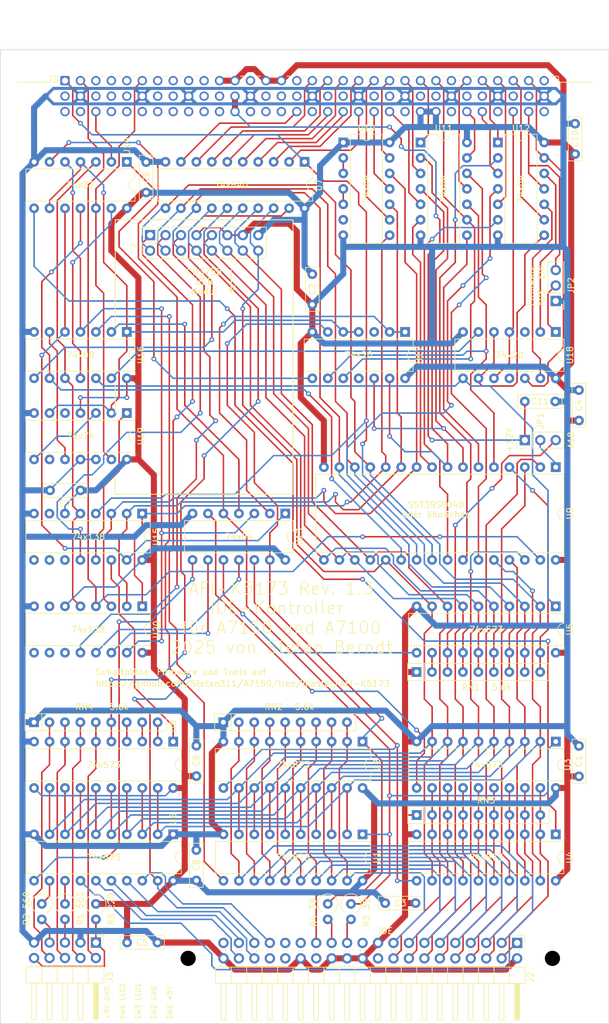
<source format=kicad_pcb>
(kicad_pcb (version 20240108) (generator "pcbnew") (generator_version "8.0")
  (layers (0 "F.Cu" signal) (31 "B.Cu" signal) (34 "B.Paste" user) (35 "F.Paste" user) (36 "B.SilkS" user "B.Silkscreen") (37 "F.SilkS" user "F.Silkscreen") (38 "B.Mask" user) (39 "F.Mask" user) (44 "Edge.Cuts" user))
  (net 0 "")
  (net 1 "/BRD")
  (net 2 "/BWR")
  (net 6 "/BMEM")
  (net 11 "+5V")
  (net 14 "/BD1")
  (net 15 "/BD2")
  (net 16 "/BD4")
  (net 17 "/BD6")
  (net 18 "/BA0")
  (net 19 "/BA2")
  (net 20 "/BA4")
  (net 21 "/BA5")
  (net 22 "/BA6")
  (net 24 "/BA7")
  (net 25 "/BA9")
  (net 26 "/BA11")
  (net 27 "/BA12")
  (net 28 "/BA14")
  (net 32 "/BIO")
  (net 39 "/+12V")
  (net 45 "/BD0")
  (net 47 "/BD3")
  (net 48 "/BD5")
  (net 49 "/BD7")
  (net 50 "/BA1")
  (net 51 "/BA3")
  (net 54 "/BA8")
  (net 55 "/BA10")
  (net 57 "/BA13")
  (net 58 "/BA15")
  (net 60 "/IA12")
  (net 62 "/IWR1")
  (net 63 "/IRD1")
  (net 64 "/IWR2")
  (net 65 "/IA4")
  (net 66 "/IA5")
  (net 67 "/HRD")
  (net 68 "/HWR")
  (net 69 "GND")
  (net 70 "/ID7")
  (net 71 "/ID6")
  (net 72 "/ID5")
  (net 73 "/ID4")
  (net 74 "/ID3")
  (net 75 "/ID2")
  (net 76 "/ID1")
  (net 77 "/ID0")
  (net 78 "/IA6")
  (net 79 "/IA7")
  (net 80 "/IA3")
  (net 81 "/IA2")
  (net 82 "/IA1")
  (net 83 "/IA0")
  (net 84 "/IA15")
  (net 85 "/IA14")
  (net 87 "/IA11")
  (net 88 "/IA10")
  (net 89 "/IA9")
  (net 90 "/IA8")
  (net 92 "/IMSel")
  (net 93 "/IRD3")
  (net 94 "/HD7")
  (net 95 "/HD6")
  (net 96 "/HD5")
  (net 97 "/HD4")
  (net 98 "/HD3")
  (net 99 "/HD2")
  (net 100 "/HD1")
  (net 101 "/HD0")
  (net 102 "/HD15")
  (net 103 "/HD14")
  (net 104 "/HD13")
  (net 105 "/HD12")
  (net 106 "/HD11")
  (net 107 "/HD10")
  (net 108 "/HD9")
  (net 109 "/HD8")
  (net 110 "/IRD2")
  (net 111 "/HA1")
  (net 112 "/IAF18")
  (net 113 "/IAF17")
  (net 114 "/IAF16")
  (net 115 "/IAF15")
  (net 116 "/IAF14")
  (net 117 "/IAF13")
  (net 118 "/IAF12")
  (net 119 "/HRes")
  (net 120 "/HSel0a")
  (net 121 "/HSel1a")
  (net 145 "Net-(J2-Pin_23)")
  (net 148 "Net-(J2-Pin_25)")
  (net 150 "/IWR4")
  (net 151 "/IWR3")
  (net 152 "Net-(J3-Pin_8)")
  (net 153 "Net-(U14-Pad13)")
  (net 154 "Net-(J3-Pin_1)")
  (net 155 "/HA0")
  (net 156 "Net-(U14-Pad1)")
  (net 157 "/HA2")
  (net 158 "Net-(U13-Pad4)")
  (net 159 "Net-(J3-Pin_4)")
  (net 160 "Net-(J3-Pin_6)")
  (net 161 "Net-(J3-Pin_2)")
  (net 162 "/IFlashWindow")
  (net 163 "/LED1")
  (net 164 "Net-(J4-Pin_9)")
  (net 165 "Net-(JP1-C)")
  (net 166 "Net-(JP2-C)")
  (net 167 "Net-(U6-Q6)")
  (net 168 "Net-(U6-Q7)")
  (net 169 "Net-(U16-Pad13)")
  (net 170 "Net-(RN1-R1)")
  (net 171 "Net-(RN4-R7)")
  (net 172 "/URD")
  (net 173 "Net-(U10-Pad2)")
  (net 174 "Net-(U10-Pad4)")
  (net 176 "Net-(RN4-R8)")
  (net 177 "Net-(U13-Pad2)")
  (net 178 "Net-(RN4-R6)")
  (net 179 "Net-(U7-CE)")
  (net 180 "Net-(U20-O1)")
  (net 181 "Net-(U15-O0)")
  (net 182 "Net-(U20-O0)")
  (net 183 "Net-(U20-O2)")
  (net 184 "Net-(U15-E2)")
  (net 185 "Net-(U19A-D)")
  (net 186 "/LED2")
  (net 190 "Net-(U15-O2)")
  (net 192 "Net-(U19B-~{S})")
  (net 193 "Net-(U19A-C)")
  (net 194 "/UWR")
  (footprint "Connector_PinSocket_2.54mm:PinSocket_2x08_P2.54mm_Vertical" (layer "F.Cu") (at 68.595 81.895 90)
    (property "Reference" "J4")
    (property "Value" "Conn_01x16_Female")
  )
  (footprint "Package_DIP:DIP-20_W7.62mm" (layer "F.Cu") (at 103.505 180.345 -90)
    (property "Reference" "U1")
    (property "Value" "74HCT573")
  )
  (footprint "Package_DIP:DIP-20_W7.62mm" (layer "F.Cu") (at 72.39 180.34 -90)
    (property "Reference" "U6")
    (property "Value" "74HCT573")
  )
  (footprint "Resistor_THT:R_Array_SIP9" (layer "F.Cu") (at 80.63 161.925)
    (property "Reference" "RN2")
    (property "Value" "5.6k")
  )
  (footprint "Connector_DIN:DIN41612_C_3x32_Male_Horizontal_THT" (layer "F.Cu") (at 54.61 56.515)
    (property "Reference" "J1" (hide yes))
    (property "Value" "KES BUS")
  )
  (footprint "Package_DIP:DIP-32_W15.24mm" (layer "F.Cu") (at 135.255 120.015 -90)
    (property "Reference" "U9")
    (property "Value" "SST39SF040")
  )
  (footprint "Capacitor_THT:C_Rect_L7.0mm_W2.0mm_P5.00mm" (layer "F.Cu") (at 95.25 88.305 -90)
    (property "Reference" "C2")
    (property "Value" "100nF")
  )
  (footprint "Capacitor_THT:C_Rect_L7.0mm_W2.0mm_P5.00mm" (layer "F.Cu") (at 139.065 170.815 90)
    (property "Reference" "C1")
    (property "Value" "100nF")
  )
  (footprint "Capacitor_THT:C_Rect_L7.0mm_W2.0mm_P5.00mm" (layer "F.Cu") (at 57.15 123.825 180)
    (property "Reference" "C7")
    (property "Value" "100nF")
  )
  (footprint "Package_DIP:DIP-14_W7.62mm" (layer "F.Cu") (at 100.34 66.67)
    (property "Reference" "U10")
    (property "Value" "74HCT04")
  )
  (footprint "Package_DIP:DIP-14_W7.62mm" (layer "F.Cu") (at 90.81 127.635 -90)
    (property "Reference" "U13")
    (property "Value" "74AHCT04")
  )
  (footprint "Capacitor_THT:C_Rect_L7.0mm_W2.0mm_P5.00mm" (layer "F.Cu") (at 76.2 187.92 90)
    (property "Reference" "C8")
    (property "Value" "100nF")
  )
  (footprint "Package_DIP:DIP-20_W7.62mm" (layer "F.Cu") (at 72.39 165.11 -90)
    (property "Reference" "U8")
    (property "Value" "74HCT573")
  )
  (footprint "Capacitor_THT:C_Rect_L7.0mm_W2.0mm_P5.00mm" (layer "F.Cu") (at 139.065 112.355 90)
    (property "Reference" "C4")
    (property "Value" "100nF")
  )
  (footprint "" (layer "F.Cu") (at 64.77 81.915)
    (property "Reference" "")
    (property "Value" "")
  )
  (footprint "Package_DIP:DIP-20_W7.62mm" (layer "F.Cu") (at 93.98 69.85 -90)
    (property "Reference" "U7")
    (property "Value" "74HCT640")
  )
  (footprint "Package_DIP:DIP-16_W7.62mm" (layer "F.Cu") (at 67.295 127.645 -90)
    (property "Reference" "U15")
    (property "Value" "74HCT138")
  )
  (footprint "Capacitor_THT:C_Rect_L7.0mm_W2.0mm_P5.00mm" (layer "F.Cu") (at 107.228 191.643)
    (property "Reference" "C3")
    (property "Value" "100nF")
  )
  (footprint "Capacitor_THT:C_Rect_L7.0mm_W2.0mm_P5.00mm" (layer "F.Cu") (at 64.81 198.12)
    (property "Reference" "C5")
    (property "Value" "100nF")
  )
  (footprint "Package_DIP:DIP-14_W7.62mm" (layer "F.Cu") (at 135.26 97.8 -90)
    (property "Reference" "U18")
    (property "Value" "74HCT20")
  )
  (footprint "Resistor_THT:R_Array_SIP9" (layer "F.Cu") (at 49.515 161.925)
    (property "Reference" "RN4")
    (property "Value" "5.6k")
  )
  (footprint "Connector_PinHeader_2.54mm:PinHeader_1x03_P2.54mm_Vertical" (layer "F.Cu") (at 130.175 115.57 90)
    (property "Reference" "JP1")
    (property "Value" "A18 Flash Select")
  )
  (footprint "Package_DIP:DIP-14_W7.62mm" (layer "F.Cu") (at 64.77 97.79 -90)
    (property "Reference" "U16")
    (property "Value" "74HCT08")
  )
  (footprint "" (layer "F.Cu") (at 89.535 121.92)
    (property "Reference" "")
    (property "Value" "")
  )
  (footprint "Resistor_THT:R_Axial_DIN0309_L9.0mm_D3.2mm_P2.54mm_Vertical" (layer "F.Cu") (at 50.8 191.77 -90)
    (property "Reference" "R2")
    (property "Value" "560")
  )
  (footprint "Package_DIP:DIP-14_W7.62mm" (layer "F.Cu") (at 113.04 66.67)
    (property "Reference" "U11")
    (property "Value" "74HCT04")
  )
  (footprint "Resistor_THT:R_Axial_DIN0309_L9.0mm_D3.2mm_P2.54mm_Vertical" (layer "F.Cu") (at 54.61 191.77 -90)
    (property "Reference" "R1")
    (property "Value" "560")
  )
  (footprint "Package_DIP:DIP-14_W7.62mm" (layer "F.Cu") (at 64.775 69.86 -90)
    (property "Reference" "U14")
    (property "Value" "74HCT32")
  )
  (footprint "Resistor_THT:R_Array_SIP9" (layer "F.Cu") (at 112.38 153.67)
    (property "Reference" "RN1")
    (property "Value" "5.6k")
  )
  (footprint "AFI-K5173:PinHeader_2x20_P2.54mm_Horizontal" (layer "F.Cu") (at 128.91 198.18 -90)
    (property "Reference" "J2")
    (property "Value" "IDE Chan A")
  )
  (footprint "Package_DIP:DIP-14_W7.62mm" (layer "F.Cu") (at 64.775 111.125 -90)
    (property "Reference" "U19")
    (property "Value" "74HCT74")
  )
  (footprint "Package_DIP:DIP-16_W7.62mm" (layer "F.Cu") (at 67.31 142.875 -90)
    (property "Reference" "U20")
    (property "Value" "74HCT138")
  )
  (footprint "Package_DIP:DIP-20_W7.62mm" (layer "F.Cu") (at 135.2525 180.345 -90)
    (property "Reference" "U4")
    (property "Value" "74HCT573")
  )
  (footprint "Package_DIP:DIP-20_W7.62mm" (layer "F.Cu") (at 135.2625 165.095 -90)
    (property "Reference" "U3")
    (property "Value" "74HCT573")
  )
  (footprint "Capacitor_THT:C_Rect_L7.0mm_W2.0mm_P5.00mm" (layer "F.Cu") (at 67.945 74.89 90)
    (property "Reference" "C6")
    (property "Value" "100nF")
  )
  (footprint "Package_DIP:DIP-20_W7.62mm" (layer "F.Cu") (at 103.505 165.105 -90)
    (property "Reference" "U2")
    (property "Value" "74HCT573")
  )
  (footprint "Capacitor_THT:C_Rect_L7.0mm_W2.0mm_P5.00mm" (layer "F.Cu") (at 138.43 68.58 90)
    (property "Reference" "C10")
    (property "Value" "100nF")
  )
  (footprint "Resistor_THT:R_Axial_DIN0309_L9.0mm_D3.2mm_P2.54mm_Vertical" (layer "F.Cu") (at 97.79 191.77 -90)
    (property "Reference" "R4")
    (property "Value" "39")
  )
  (footprint "Package_DIP:DIP-20_W7.62mm" (layer "F.Cu") (at 135.25 142.885 -90)
    (property "Reference" "U5")
    (property "Value" "74HCT573")
  )
  (footprint "Resistor_THT:R_Axial_DIN0309_L9.0mm_D3.2mm_P2.54mm_Vertical" (layer "F.Cu") (at 101.6 191.77 -90)
    (property "Reference" "R3")
    (property "Value" "39")
  )
  (footprint "Package_DIP:DIP-14_W7.62mm" (layer "F.Cu") (at 110.495 97.8 -90)
    (property "Reference" "U17")
    (property "Value" "74HCT20")
  )
  (footprint "" (layer "F.Cu") (at 77.47 88.9)
    (property "Reference" "")
    (property "Value" "")
  )
  (footprint "Resistor_THT:R_Axial_DIN0309_L9.0mm_D3.2mm_P2.54mm_Vertical" (layer "F.Cu") (at 59.69 191.77 -90)
    (property "Reference" "R5")
    (property "Value" "220")
  )
  (footprint "Capacitor_THT:C_Rect_L7.0mm_W2.0mm_P5.00mm" (layer "F.Cu") (at 130.175 109.22)
    (property "Reference" "C11")
    (property "Value" "100nF")
  )
  (footprint "Capacitor_THT:C_Rect_L7.0mm_W2.0mm_P5.00mm" (layer "F.Cu") (at 76.2 170.775 90)
    (property "Reference" "C9")
    (property "Value" "100nF")
  )
  (footprint "Package_DIP:DIP-14_W7.62mm" (layer "F.Cu") (at 125.74 66.67)
    (property "Reference" "U12")
    (property "Value" "74HCT04")
  )
  (footprint "Resistor_THT:R_Array_SIP9" (layer "F.Cu") (at 112.395 177.165)
    (property "Reference" "RN3")
    (property "Value" "5.6k")
  )
  (footprint "" (layer "F.Cu") (at 82.835 90.9875)
    (property "Reference" "")
    (property "Value" "")
  )
  (footprint "Connector_PinHeader_2.54mm:PinHeader_1x03_P2.54mm_Vertical" (layer "F.Cu") (at 135.255 92.71 180)
    (property "Reference" "JP2")
    (property "Value" "Disable Firmware")
  )
  (footprint "Connector_PinHeader_2.54mm:PinHeader_2x05_P2.54mm_Horizontal" (layer "F.Cu") (at 59.69 198.12 -90)
    (property "Reference" "J3")
    (property "Value" "Front Panel")
  )
  (gr_line (start 81.915 91.44) (end 81.28 90.17) (stroke (width 0.15)) (layer "F.SilkS"))
  (gr_line (start 62.865 79.375) (end 92.075 79.375) (stroke (width 0.15)) (layer "F.SilkS"))
  (gr_line (start 62.865 79.375) (end 62.865 96.8375) (stroke (width 0.15)) (layer "F.SilkS"))
  (gr_line (start 62.865 106.68) (end 62.865 111.125) (stroke (width 0.15)) (layer "F.SilkS"))
  (gr_line (start 62.865 124.46) (end 92.075 124.46) (stroke (width 0.15)) (layer "F.SilkS"))
  (gr_line (start 92.075 124.46) (end 92.075 79.375) (stroke (width 0.15)) (layer "F.SilkS"))
  (gr_line (start 81.915 91.44) (end 82.55 90.17) (stroke (width 0.15)) (layer "F.SilkS"))
  (gr_line (start 81.915 87.63) (end 81.915 91.44) (stroke (width 0.15)) (layer "F.SilkS"))
  (gr_line (start 62.865 121.92) (end 62.865 124.46) (stroke (width 0.15)) (layer "F.SilkS"))
  (gr_rect (start 43.98 51.435) (end 143.98 211.435) (stroke (width 0.1)) (fill none) (layer "Edge.Cuts"))
  (gr_text "560" (at 48.26 191.135 90) (layer "F.SilkS") (effects (font (size 1 1))))
  (gr_text "A18" (at 137.795 115.57 90) (layer "F.SilkS") (effects (font (size 1 1))))
  (gr_text "+12V" (at 127.635 115.57 90) (layer "F.SilkS") (effects (font (size 1 1))))
  (gr_text "39" (at 95.377 191.77 90) (layer "F.SilkS") (effects (font (size 1 1))))
  (gr_text "74x138" (at 58.42 146.685 0) (layer "F.SilkS") (effects (font (size 1 1))))
  (gr_text "74x573" (at 92.075 168.91 0) (layer "F.SilkS") (effects (font (size 1 1))))
  (gr_text "74x573" (at 123.825 168.91 0) (layer "F.SilkS") (effects (font (size 1 1))))
  (gr_text "IDE" (at 107.315 196.215 0) (layer "F.SilkS") (effects (font (size 1 1))))
  (gr_text "74x20" (at 102.87 101.6 0) (layer "F.SilkS") (effects (font (size 1 1))))
  (gr_text "39" (at 104.14 191.77 90) (layer "F.SilkS") (effects (font (size 1 1))))
  (gr_text "74x32" (at 57.15 73.66 0) (layer "F.SilkS") (effects (font (size 1 1))))
  (gr_text "74x573" (at 60.96 168.91 0) (layer "F.SilkS") (effects (font (size 1 1))))
  (gr_text "5.6k" (at 126.365 156.21 0) (layer "F.SilkS") (effects (font (size 1 1))))
  (gr_text "74x640" (at 81.915 73.66 0) (layer "F.SilkS") (effects (font (size 1 1))))
  (gr_text "74x08" (at 57.15 101.6 0) (layer "F.SilkS") (effects (font (size 1 1))))
  (gr_text "74x20" (at 127.635 101.6 0) (layer "F.SilkS") (effects (font (size 1 1))))
  (gr_text "74x04" (at 116.84 74.295 90) (layer "F.SilkS") (effects (font (size 1 1))))
  (gr_text "74x573" (at 60.96 184.15 0) (layer "F.SilkS") (effects (font (size 1 1))))
  (gr_text "560" (at 57.15 191.135 90) (layer "F.SilkS") (effects (font (size 1 1))))
  (gr_text "AFI-K5173 Rev. 1.3\nIDE-Kontroller \nfür A7150 und A7100\n2025 von Stefan Berndt" (at 90.17 144.78 0) (layer "F.SilkS") (effects (font (size 2 2))))
  (gr_text "SST39SF040\noder ähnliches" (at 115.57 127 0) (layer "F.SilkS") (effects (font (size 1 1))))
  (gr_text "Schaltpläne, Firmware und Tools auf" (at 73.66 153.67 0) (layer "F.SilkS") (effects (font (size 1 1))))
  (gr_text "220" (at 62.23 191.389 90) (layer "F.SilkS") (effects (font (size 1 1))))
  (gr_text "74x04" (at 104.14 74.295 90) (layer "F.SilkS") (effects (font (size 1 1))))
  (gr_text "5.6k" (at 63.5 159.385 0) (layer "F.SilkS") (effects (font (size 1 1))))
  (gr_text "74x04" (at 83.185 131.445 0) (layer "F.SilkS") (effects (font (size 1 1))))
  (gr_text "5.6k" (at 93.98 159.385 0) (layer "F.SilkS") (effects (font (size 1 1))))
  (gr_text "+5V GND\n\nSW4 LED2\n\nSW3 LED1\n\nSW2 GND\n\nSW1 +5V" (at 66.675 210.82 90) (layer "F.SilkS") (effects (font (size 0.8 0.8) (thickness 0.125)) (justify left)))
  (gr_text "74x138" (at 58.42 131.445 0) (layer "F.SilkS") (effects (font (size 1 1))))
  (gr_text "Firmware\nAUS  EIN" (at 132.08 90.17 90) (layer "F.SilkS") (effects (font (size 1 1))))
  (gr_text "74x04" (at 129.54 74.295 90) (layer "F.SilkS") (effects (font (size 1 1))))
  (gr_text "74x573" (at 92.075 184.15 0) (layer "F.SilkS") (effects (font (size 1 1))))
  (gr_text "https://github.com/Stefan311/A7150/tree/master/AFI-K5173" (at 83.82 155.575 0) (layer "F.SilkS") (effects (font (size 1 1))))
  (gr_text "74x573" (at 123.825 184.15 0) (layer "F.SilkS") (effects (font (size 1 1))))
  (gr_text "74x573" (at 123.825 146.685 0) (layer "F.SilkS") (effects (font (size 1 1))))
  (gr_text "74x74" (at 57.15 114.925 0) (layer "F.SilkS") (effects (font (size 1 1))))
  (gr_text "CH375B\nUSB\nModul" (at 77.47 89.535 0) (layer "F.SilkS") (effects (font (size 1 1))))
  (segment (start 57.15 63.5) (end 55.88 62.23) (width 0.25) (layer "F.Cu") (net 1))
  (segment (start 55.88 57.785) (end 54.61 56.515) (width 0.25) (layer "F.Cu") (net 1))
  (segment (start 97.155 73.025) (end 100.965 73.025) (width 0.25) (layer "F.Cu") (net 1))
  (segment (start 102.87 76.835) (end 104.14 78.105) (width 0.25) (layer "F.Cu") (net 1))
  (segment (start 93.98 69.85) (end 97.155 73.025) (width 0.25) (layer "F.Cu") (net 1))
  (segment (start 104.14 78.105) (end 104.14 115.57) (width 0.25) (layer "F.Cu") (net 1))
  (segment (start 55.88 62.23) (end 55.88 57.785) (width 0.25) (layer "F.Cu") (net 1))
  (segment (start 102.87 74.93) (end 102.87 76.835) (width 0.25) (layer "F.Cu") (net 1))
  (segment (start 104.14 115.57) (end 103.505 116.205) (width 0.25) (layer "F.Cu") (net 1))
  (segment (start 100.965 73.025) (end 102.87 74.93) (width 0.25) (layer "F.Cu") (net 1))
  (via (at 104.14 112.395) (size 0.8) (drill 0.4) (layers "F.Cu" "B.Cu") (net 1))
  (via (at 103.505 116.205) (size 0.8) (drill 0.4) (layers "F.Cu" "B.Cu") (net 1))
  (via (at 57.15 63.5) (size 0.8) (drill 0.4) (layers "F.Cu" "B.Cu") (net 1))
  (segment (start 59.68 127.645) (end 59.675 127.645) (width 0.25) (layer "B.Cu") (net 1))
  (segment (start 114.935 132.715) (end 103.505 121.285) (width 0.25) (layer "B.Cu") (net 1))
  (segment (start 82.55 124.46) (end 71.12 124.46) (width 0.25) (layer "B.Cu") (net 1))
  (segment (start 98.425 118.11) (end 88.9 118.11) (width 0.25) (layer "B.Cu") (net 1))
  (segment (start 103.505 121.285) (end 103.505 116.205) (width 0.25) (layer "B.Cu") (net 1))
  (segment (start 88.9 118.11) (end 82.55 124.46) (width 0.25) (layer "B.Cu") (net 1))
  (segment (start 89.535 65.405) (end 93.98 69.85) (width 0.25) (layer "B.Cu") (net 1))
  (segment (start 57.15 63.5) (end 59.055 65.405) (width 0.25) (layer "B.Cu") (net 1))
  (segment (start 70.485 125.095) (end 62.23 125.095) (width 0.25) (layer "B.Cu") (net 1))
  (segment (start 59.055 65.405) (end 89.535 65.405) (width 0.25) (layer "B.Cu") (net 1))
  (segment (start 62.23 125.095) (end 59.68 127.645) (width 0.25) (layer "B.Cu") (net 1))
  (segment (start 71.12 124.46) (end 70.485 125.095) (width 0.25) (layer "B.Cu") (net 1))
  (segment (start 114.935 135.255) (end 114.935 132.715) (width 0.25) (layer "B.Cu") (net 1))
  (segment (start 104.14 112.395) (end 98.425 118.11) (width 0.25) (layer "B.Cu") (net 1))
  (segment (start 58.42 57.785) (end 58.42 66.04) (width 0.25) (layer "F.Cu") (net 2))
  (segment (start 58.42 138.43) (end 59.69 139.7) (width 0.25) (layer "F.Cu") (net 2))
  (segment (start 58.42 66.04) (end 60.96 68.58) (width 0.25) (layer "F.Cu") (net 2))
  (segment (start 60.96 68.58) (end 60.96 71.12) (width 0.25) (layer "F.Cu") (net 2))
  (segment (start 103.505 131.445) (end 116.205 131.445) (width 0.25) (layer "F.Cu") (net 2))
  (segment (start 60.96 71.12) (end 58.42 73.66) (width 0.25) (layer "F.Cu") (net 2))
  (segment (start 59.69 142.875) (end 59.69 139.7) (width 0.25) (layer "F.Cu") (net 2))
  (segment (start 58.42 73.66) (end 58.42 138.43) (width 0.25) (layer "F.Cu") (net 2))
  (segment (start 57.15 56.515) (end 58.42 57.785) (width 0.25) (layer "F.Cu") (net 2))
  (via (at 103.505 131.445) (size 0.8) (drill 0.4) (layers "F.Cu" "B.Cu") (net 2))
  (via (at 116.205 131.445) (size 0.8) (drill 0.4) (layers "F.Cu" "B.Cu") (net 2))
  (segment (start 103.505 131.445) (end 97.79 131.445) (width 0.25) (layer "B.Cu") (net 2))
  (segment (start 97.79 131.445) (end 92.075 137.16) (width 0.25) (layer "B.Cu") (net 2))
  (segment (start 116.205 131.445) (end 128.905 131.445) (width 0.25) (layer "B.Cu") (net 2))
  (segment (start 67.945 140.97) (end 61.595 140.97) (width 0.25) (layer "B.Cu") (net 2))
  (segment (start 61.595 140.97) (end 59.69 142.875) (width 0.25) (layer "B.Cu") (net 2))
  (segment (start 128.905 131.445) (end 132.715 135.255) (width 0.25) (layer "B.Cu") (net 2))
  (segment (start 71.755 137.16) (end 67.945 140.97) (width 0.25) (layer "B.Cu") (net 2))
  (segment (start 92.075 137.16) (end 71.755 137.16) (width 0.25) (layer "B.Cu") (net 2))
  (segment (start 59.69 90.17) (end 59.69 77.485) (width 0.25) (layer "F.Cu") (net 6))
  (segment (start 60.96 91.44) (end 59.69 90.17) (width 0.25) (layer "F.Cu") (net 6))
  (segment (start 62.235 118.745) (end 60.96 117.47) (width 0.25) (layer "F.Cu") (net 6))
  (segment (start 66.04 57.785) (end 66.04 64.77) (width 0.25) (layer "F.Cu") (net 6))
  (segment (start 63.5 70.485) (end 59.69 74.295) (width 0.25) (layer "F.Cu") (net 6))
  (segment (start 67.31 56.515) (end 66.04 57.785) (width 0.25) (layer "F.Cu") (net 6))
  (segment (start 59.69 74.295) (end 59.69 77.475) (width 0.25) (layer "F.Cu") (net 6))
  (segment (start 59.69 77.475) (end 59.695 77.48) (width 0.25) (layer "F.Cu") (net 6))
  (segment (start 66.04 64.77) (end 63.5 67.31) (width 0.25) (layer "F.Cu") (net 6))
  (segment (start 63.5 67.31) (end 63.5 70.485) (width 0.25) (layer "F.Cu") (net 6))
  (segment (start 60.96 117.47) (end 60.96 91.44) (width 0.25) (layer "F.Cu") (net 6))
  (segment (start 59.69 77.485) (end 59.695 77.48) (width 0.25) (layer "F.Cu") (net 6))
  (segment (start 69.215 121.285) (end 67.955 120.025) (width 1) (layer "F.Cu") (net 11))
  (segment (start 137.16 172.72) (end 137.16 173.99) (width 1) (layer "F.Cu") (net 11))
  (segment (start 135.25 150.505) (end 137.15 150.505) (width 1) (layer "F.Cu") (net 11))
  (segment (start 66.675 106.045) (end 66.675 118.745) (width 1) (layer "F.Cu") (net 11))
  (segment (start 87.63 56.515) (end 85.725 54.61) (width 1) (layer "F.Cu") (net 11))
  (segment (start 95.89 190.5) (end 95.89 198.18) (width 0.25) (layer "F.Cu") (net 11))
  (segment (start 82.55 56.515) (end 80.01 56.515) (width 1) (layer "F.Cu") (net 11))
  (segment (start 103.505 187.965) (end 105.41 186.06) (width 1) (layer "F.Cu") (net 11))
  (segment (start 103.51 172.725) (end 103.505 172.725) (width 1) (layer "F.Cu") (net 11))
  (segment (start 135.2525 187.965) (end 135.2525 187.9625) (width 1) (layer "F.Cu") (net 11))
  (segment (start 137.16 107.32) (end 135.26 105.42) (width 1) (layer "F.Cu") (net 11))
  (segment (start 103.505 187.965) (end 101.986 189.484) (width 0.25) (layer "F.Cu") (net 11))
  (segment (start 64.77 105.41) (end 64.77 108.585) (width 0.25) (layer "F.Cu") (net 11))
  (segment (start 66.04 105.41) (end 66.675 106.045) (width 1) (layer "F.Cu") (net 11))
  (segment (start 67.365 74.89) (end 67.945 74.89) (width 1) (layer "F.Cu") (net 11))
  (segment (start 136.52 66.67) (end 137.795 67.945) (width 1) (layer "F.Cu") (net 11))
  (segment (start 136.52 56.51) (end 133.985 53.975) (width 1) (layer "F.Cu") (net 11))
  (segment (start 137.16 112.395) (end 137.16 107.315) (width 1) (layer "F.Cu") (net 11))
  (segment (start 67.31 150.495) (end 69.215 150.495) (width 1) (layer "F.Cu") (net 11))
  (segment (start 137.16 170.815) (end 137.16 150.495) (width 1) (layer "F.Cu") (net 11))
  (segment (start 57.155 108.59) (end 57.155 111.125) (width 0.25) (layer "F.Cu") (net 11))
  (segment (start 137.16 172.72) (end 135.2675 172.72) (width 1) (layer "F.Cu") (net 11))
  (segment (start 105.41 174.625) (end 103.51 172.725) (width 1) (layer "F.Cu") (net 11))
  (segment (start 69.215 135.255) (end 69.215 121.285) (width 1) (layer "F.Cu") (net 11))
  (segment (start 133.36 66.67) (end 136.52 66.67) (width 1) (layer "F.Cu") (net 11))
  (segment (start 135.2675 172.72) (end 135.2625 172.715) (width 1) (layer "F.Cu") (net 11))
  (segment (start 74.295 170.815) (end 74.295 158.115) (width 1) (layer "F.Cu") (net 11))
  (segment (start 137.16 135.255) (end 137.16 112.395) (width 1) (layer "F.Cu") (net 11))
  (segment (start 66.675 118.745) (end 66.665 118.755) (width 1) (layer "F.Cu") (net 11))
  (segment (start 67.295 135.265) (end 69.205 135.265) (width 1) (layer "F.Cu") (net 11))
  (segment (start 133.985 53.975) (end 92.71 53.975) (width 1) (layer "F.Cu") (net 11))
  (segment (start 137.795 67.945) (end 137.795 102.885) (width 1) (layer "F.Cu") (net 11))
  (segment (start 137.16 150.495) (end 137.16 135.255) (width 1) (layer "F.Cu") (net 11))
  (segment (start 57.15 108.585) (end 57.155 108.59) (width 0.25) (layer "F.Cu") (net 11))
  (segment (start 137.16 173.99) (end 137.16 186.055) (width 1) (layer "F.Cu") (net 11))
  (segment (start 72.39 172.73) (end 74.285 172.73) (width 1) (layer "F.Cu") (net 11))
  (segment (start 74.295 158.115) (end 69.215 153.035) (width 1) (layer "F.Cu") (net 11))
  (segment (start 101.986 189.484) (end 96.906 189.484) (width 0.25) (layer "F.Cu") (net 11))
  (segment (start 66.675 118.745) (end 67.945 120.015) (width 1) (layer "F.Cu") (net 11))
  (segment (start 74.335 170.775) (end 74.295 170.815) (width 1) (layer "F.Cu") (net 11))
  (segment (start 68.58 191.77) (end 72.39 187.96) (width 1) (layer "F.Cu") (net 11))
  (segment (start 62.23 84.455) (end 62.23 80.025) (width 1) (layer "F.Cu") (net 11))
  (segment (start 85.725 54.61) (end 84.455 54.61) (width 1) (layer "F.Cu") (net 11))
  (segment (start 96.906 189.484) (end 95.89 190.5) (width 0.25) (layer "F.Cu") (net 11))
  (segment (start 69.215 150.495) (end 69.215 135.255) (width 1) (layer "F.Cu") (net 11))
  (segment (start 139.065 170.815) (end 137.16 170.815) (width 1) (layer "F.Cu") (net 11))
  (segment (start 66.675 106.045) (end 66.675 88.9) (width 1) (layer "F.Cu") (net 11))
  (segment (start 137.16 172.72) (end 137.16 170.815) (width 1) (layer "F.Cu") (net 11))
  (segment (start 84.455 54.61) (end 82.55 56.515) (width 1) (layer "F.Cu") (net 11))
  (segment (start 64.81 191.857) (end 64.897 191.77) (width 1) (layer "F.Cu") (net 11))
  (segment (start 66.675 88.9) (end 62.23 84.455) (width 1) (layer "F.Cu") (net 11))
  (segment (start 136.52 56.51) (end 136.52 66.67) (width 1) (layer "F.Cu") (net 11))
  (segment (start 137.15 150.505) (end 137.16 150.495) (width 1) (layer "F.Cu") (net 11))
  (segment (start 92.71 53.975) (end 90.17 56.515) (width 1) (layer "F.Cu") (net 11))
  (segment (start 62.23 80.025) (end 64.775 77.48) (width 1) (layer "F.Cu") (net 11))
  (segment (start 76.2 170.775) (end 74.335 170.775) (width 1) (layer "F.Cu") (net 11))
  (segment (start 72.39 187.96) (end 74.295 186.055) (width 1) (layer "F.Cu") (net 11))
  (segment (start 69.205 135.265) (end 69.215 135.255) (width 1) (layer "F.Cu") (net 11))
  (segment (start 139.065 112.355) (end 137.2 112.355) (width 1) (layer "F.Cu") (net 11))
  (segment (start 105.41 186.06) (end 105.41 174.625) (width 1) (layer "F.Cu") (net 11))
  (segment (start 74.295 186.055) (end 74.295 172.72) (width 1) (layer "F.Cu") (net 11))
  (segment (start 59.69 191.77) (end 64.897 191.77) (width 1) (layer "F.Cu") (net 11))
  (segment (start 135.255 135.255) (end 137.16 135.255) (width 1) (layer "F.Cu") (net 11))
  (segment (start 137.795 102.885) (end 135.26 105.42) (width 1) (layer "F.Cu") (net 11))
  (segment (start 74.295 172.72) (end 74.295 170.815) (width 1) (layer "F.Cu") (net 11))
  (segment (start 64.77 105.41) (end 66.04 105.41) (width 1) (layer "F.Cu") (net 11))
  (segment (start 74.285 172.73) (end 74.295 172.72) (width 1) (layer "F.Cu") (net 11))
  (segment (start 64.775 118.745) (end 66.675 118.745) (width 1) (layer "F.Cu") (net 11))
  (segment (start 90.17 56.515) (end 87.63 56.515) (width 1) (layer "F.Cu") (net 11))
  (segment (start 69.215 153.035) (end 69.215 150.495) (width 1) (layer "F.Cu") (net 11))
  (segment (start 64.81 198.12) (end 64.81 191.857) (width 1) (layer "F.Cu") (net 11))
  (segment (start 64.775 77.48) (end 67.365 74.89) (width 1) (layer "F.Cu") (net 11))
  (segment (start 64.897 191.77) (end 68.58 191.77) (width 1) (layer "F.Cu") (net 11))
  (segment (start 137.2 112.355) (end 137.16 112.395) (width 1) (layer "F.Cu") (net 11))
  (segment (start 135.2525 187.9625) (end 137.16 186.055) (width 1) (layer "F.Cu") (net 11))
  (via (at 57.15 108.585) (size 0.8) (drill 0.4) (layers "F.Cu" "B.Cu") (net 11))
  (via (at 64.77 108.585) (size 0.8) (drill 0.4) (layers "F.Cu" "B.Cu") (net 11))
  (segment (start 135.2625 173.9825) (end 135.2625 172.715) (width 1) (layer "B.Cu") (net 11))
  (segment (start 67.3 135.265) (end 69.215 133.35) (width 1) (layer "B.Cu") (net 11))
  (segment (start 93.98 77.47) (end 91.44 74.93) (width 1) (layer "B.Cu") (net 11))
  (segment (start 67.295 135.265) (end 67.295 135.27) (width 0.25) (layer "B.Cu") (net 11))
  (segment (start 54.61 142.875) (end 57.785 139.7) (width 0.25) (layer "B.Cu") (net 11))
  (segment (start 96.52 70.485) (end 96.52 74.93) (width 1) (layer "B.Cu") (net 11))
  (segment (start 133.985 175.26) (end 135.2625 173.9825) (width 1) (layer "B.Cu") (net 11))
  (segment (start 113.03 61.595) (end 113.03 64.135) (width 1) (layer "B.Cu") (net 11))
  (segment (start 76.16 187.96) (end 76.2 187.92) (width 1) (layer "B.Cu") (net 11))
  (segment (start 78.105 189.865) (end 101.605 189.865) (width 1) (layer "B.Cu") (net 11))
  (segment (start 49.53 172.73) (end 49.54 172.73) (width 0.25) (layer "B.Cu") (net 11))
  (segment (start 86.375 81.895) (end 86.38 81.895) (width 1) (layer "B.Cu") (net 11))
  (segment (start 101.605 189.865) (end 103.505 187.965) (width 1) (layer "B.Cu") (net 11))
  (segment (start 133.35 103.505) (end 112.41 103.505) (width 1) (layer "B.Cu") (net 11))
  (segment (start 59.69 123.825) (end 64.775 118.74) (width 1) (layer "B.Cu") (net 11))
  (segment (start 107.96 66.665) (end 110.49 64.135) (width 1) (layer "B.Cu") (net 11))
  (segment (start 72.39 187.96) (end 76.16 187.96) (width 1) (layer "B.Cu") (net 11))
  (segment (start 69.215 133.35) (end 88.905 133.35) (width 1) (layer "B.Cu") (net 11))
  (segment (start 57.15 123.825) (end 59.69 123.825) (width 1) (layer "B.Cu") (net 11))
  (segment (start 107.96 66.67) (end 100.34 66.67) (width 1) (layer "B.Cu") (net 11))
  (segment (start 120.65 64.135) (end 115.57 64.135) (width 1) (layer "B.Cu") (net 11))
  (segment (start 88.9 79.375) (end 93.345 79.375) (width 1) (layer "B.Cu") (net 11))
  (segment (start 93.98 77.47) (end 93.98 80.01) (width 1) (layer "B.Cu") (net 11))
  (segment (start 103.505 172.725) (end 103.51 172.725) (width 1) (layer "B.Cu") (net 11))
  (segment (start 95.25 88.265) (end 93.98 86.995) (width 1) (layer "B.Cu") (net 11))
  (segment (start 93.98 81.915) (end 93.98 86.995) (width 1) (layer "B.Cu") (net 11))
  (segment (start 76.2 187.96) (end 78.105 189.865) (width 1) (layer "B.Cu") (net 11))
  (segment (start 67.985 74.93) (end 67.945 74.89) (width 1) (layer "B.Cu") (net 11))
  (segment (start 72.39 172.73) (end 72.38 172.73) (width 0.25) (layer "B.Cu") (net 11))
  (segment (start 103.51 172.725) (end 106.045 175.26) (width 1) (layer "B.Cu") (net 11))
  (segment (start 93.98 80.01) (end 93.98 81.915) (width 1) (layer "B.Cu") (net 11))
  (segment (start 54.61 127.63) (end 54.61 126.365) (width 0.25) (layer "B.Cu") (net 11))
  (segment (start 49.54 172.73) (end 50.8 173.99) (width 0.25) (layer "B.Cu") (net 11))
  (segment (start 105.45 189.865) (end 107.228 191.643) (width 1) (layer "B.Cu") (net 11))
  (segment (start 67.295 135.265) (end 67.3 135.265) (width 1) (layer "B.Cu") (net 11))
  (segment (start 107.96 66.67) (end 107.96 66.665) (width 1) (layer "B.Cu") (net 11))
  (segment (start 133.36 66.67) (end 133.345 66.67) (width 1) (layer "B.Cu") (net 11))
  (segment (start 120.66 66.67) (end 120.66 64.145) (width 1) (layer "B.Cu") (net 11))
  (segment (start 115.57 61.595) (end 115.57 64.135) (width 1) (layer "B.Cu") (net 11))
  (segment (start 100.34 66.67) (end 100.335 66.67) (width 1) (layer "B.Cu") (net 11))
  (segment (start 93.96 81.895) (end 93.98 81.915) (width 1) (layer "B.Cu") (net 11))
  (segment (start 88.905 133.35) (end 90.81 135.255) (width 1) (layer "B.Cu") (net 11))
  (segment (start 106.045 175.26) (end 133.985 175.26) (width 1) (layer "B.Cu") (net 11))
  (segment (start 91.44 74.93) (end 67.985 74.93) (width 1) (layer "B.Cu") (net 11))
  (segment (start 135.26 105.415) (end 133.35 103.505) (width 1) (layer "B.Cu") (net 11))
  (segment (start 76.2 187.92) (end 76.2 187.96) (width 1) (layer "B.Cu") (net 11))
  (segment (start 54.595 127.645) (end 54.61 127.63) (width 0.25) (layer "B.Cu") (net 11))
  (segment (start 54.61 126.365) (end 57.15 123.825) (width 0.25) (layer "B.Cu") (net 11))
  (segment (start 110.49 64.135) (end 113.03 64.135) (width 1) (layer "B.Cu") (net 11))
  (segment (start 112.41 103.505) (end 110.495 105.42) (width 1) (layer "B.Cu") (net 11))
  (segment (start 100.335 66.67) (end 96.52 70.485) (width 1) (layer "B.Cu") (net 11))
  (segment (start 96.52 74.93) (end 93.98 77.47) (width 1) (layer "B.Cu") (net 11))
  (segment (start 120.66 64.145) (end 120.65 64.135) (width 1) (layer "B.Cu") (net 11))
  (segment (start 71.13 173.99) (end 72.39 172.73) (width 0.25) (layer "B.Cu") (net 11))
  (segment (start 57.785 139.7) (end 62.865 139.7) (width 0.25) (layer "B.Cu") (net 11))
  (segment (start 101.605 189.865) (end 105.45 189.865) (width 1) (layer "B.Cu") (net 11))
  (segment (start 86.38 81.895) (end 88.9 79.375) (width 1) (layer "B.Cu") (net 11))
  (segment (start 133.345 66.67) (end 130.81 64.135) (width 1) (layer "B.Cu") (net 11))
  (segment (start 95.25 88.305) (end 95.25 88.265) (width 1) (layer "B.Cu") (net 11))
  (segment (start 113.03 61.595) (end 115.57 61.595) (width 1) (layer "B.Cu") (net 11))
  (segment (start 135.26 105.42) (end 135.26 105.415) (width 1) (layer "B.Cu") (net 11))
  (segment (start 67.295 135.27) (end 62.865 139.7) (width 0.25) (layer "B.Cu") (net 11))
  (segment (start 64.77 108.585) (end 57.15 108.585) (width 0.25) (layer "B.Cu") (net 11))
  (segment (start 113.03 64.135) (end 115.57 64.135) (width 1) (layer "B.Cu") (net 11))
  (segment (start 50.8 173.99) (end 71.13 173.99) (width 0.25) (layer "B.Cu") (net 11))
  (segment (start 130.81 64.135) (end 120.65 64.135) (width 1) (layer "B.Cu") (net 11))
  (segment (start 93.98 57.785) (end 93.98 62.23) (width 0.25) (layer "F.Cu") (net 14))
  (segment (start 81.915 64.135) (end 76.2 69.85) (width 0.25) (layer "F.Cu") (net 14))
  (segment (start 92.075 64.135) (end 81.915 64.135) (width 0.25) (layer "F.Cu") (net 14))
  (segment (start 93.98 62.23) (end 92.075 64.135) (width 0.25) (layer "F.Cu") (net 14))
  (segment (start 95.25 56.515) (end 93.98 57.785) (width 0.25) (layer "F.Cu") (net 14))
  (segment (start 96.52 62.23) (end 93.98 64.77) (width 0.25) (layer "F.Cu") (net 15))
  (segment (start 83.82 64.77) (end 78.74 69.85) (width 0.25) (layer "F.Cu") (net 15))
  (segment (start 97.79 56.515) (end 96.52 57.785) (width 0.25) (layer "F.Cu") (net 15))
  (segment (start 96.52 57.785) (end 96.52 62.23) (width 0.25) (layer "F.Cu") (net 15))
  (segment (start 93.98 64.77) (end 83.82 64.77) (width 0.25) (layer "F.Cu") (net 15))
  (segment (start 95.25 66.04) (end 87.63 66.04) (width 0.25) (layer "F.Cu") (net 16))
  (segment (start 100.33 56.515) (end 99.06 57.785) (width 0.25) (layer "F.Cu") (net 16))
  (segment (start 99.06 57.785) (end 99.06 62.23) (width 0.25) (layer "F.Cu") (net 16))
  (segment (start 87.63 66.04) (end 83.82 69.85) (width 0.25) (layer "F.Cu") (net 16))
  (segment (start 99.06 62.23) (end 95.25 66.04) (width 0.25) (layer "F.Cu") (net 16))
  (segment (start 101.6 57.785) (end 101.6 62.23) (width 0.25) (layer "F.Cu") (net 17))
  (segment (start 102.87 56.515) (end 101.6 57.785) (width 0.25) (layer "F.Cu") (net 17))
  (segment (start 101.6 62.23) (end 96.52 67.31) (width 0.25) (layer "F.Cu") (net 17))
  (segment (start 96.52 67.31) (end 91.44 67.31) (width 0.25) (layer "F.Cu") (net 17))
  (segment (start 91.44 67.31) (end 88.9 69.85) (width 0.25) (layer "F.Cu") (net 17))
  (segment (start 104.14 57.785) (end 104.14 75.565) (width 0.25) (layer "F.Cu") (net 18))
  (segment (start 107.96 79.37) (end 107.945 79.37) (width 0.25) (layer "F.Cu") (net 18))
  (segment (start 107.945 79.37) (end 104.14 75.565) (width 0.25) (layer "F.Cu") (net 18))
  (segment (start 105.41 56.515) (end 104.14 57.785) (width 0.25) (layer "F.Cu") (net 18))
  (segment (start 106.68 67.945) (end 107.945 69.21) (width 0.25) (layer "F.Cu") (net 19))
  (segment (start 107.945 69.21) (end 107.96 69.21) (width 0.25) (layer "F.Cu") (net 19))
  (segment (start 106.68 57.785) (end 106.68 67.945) (width 0.25) (layer "F.Cu") (net 19))
  (segment (start 107.95 56.515) (end 106.68 57.785) (width 0.25) (layer "F.Cu") (net 19))
  (segment (start 111.76 57.785) (end 111.76 70.47) (width 0.25) (layer "F.Cu") (net 20))
  (segment (start 110.49 56.515) (end 111.76 57.785) (width 0.25) (layer "F.Cu") (net 20))
  (segment (start 111.76 70.47) (end 113.04 71.75) (width 0.25) (layer "F.Cu") (net 20))
  (segment (start 113.03 56.515) (end 114.31 57.795) (width 0.25) (layer "F.Cu") (net 21))
  (segment (start 114.31 65.4) (end 113.04 66.67) (width 0.25) (layer "F.Cu") (net 21))
  (segment (start 114.31 57.795) (end 114.31 65.4) (width 0.25) (layer "F.Cu") (net 21))
  (segment (start 115.57 56.515) (end 116.84 57.785) (width 0.25) (layer "F.Cu") (net 22))
  (segment (start 116.84 57.785) (end 116.84 75.55) (width 0.25) (layer "F.Cu") (net 22))
  (segment (start 121.92 92.71) (end 121.92 80.63) (width 0.25) (layer "F.Cu") (net 22))
  (segment (start 116.84 75.55) (end 120.66 79.37) (width 0.25) (layer "F.Cu") (net 22))
  (segment (start 121.92 80.63) (end 120.66 79.37) (width 0.25) (layer "F.Cu") (net 22))
  (segment (start 121.285 102.235) (end 121.285 93.345) (width 0.25) (layer "F.Cu") (net 22))
  (segment (start 121.285 93.345) (end 121.92 92.71) (width 0.25) (layer "F.Cu") (net 22))
  (via (at 121.285 102.235) (size 0.8) (drill 0.4) (layers "F.Cu" "B.Cu") (net 22))
  (segment (start 103.52 102.235) (end 100.335 105.42) (width 0.25) (layer "B.Cu") (net 22))
  (segment (start 121.285 102.235) (end 103.52 102.235) (width 0.25) (layer "B.Cu") (net 22))
  (segment (start 119.38 57.785) (end 119.38 73.01) (width 0.25) (layer "F.Cu") (net 24))
  (segment (start 119.38 73.01) (end 120.66 74.29) (width 0.25) (layer "F.Cu") (net 24))
  (segment (start 120.65 56.515) (end 119.38 57.785) (width 0.25) (layer "F.Cu") (net 24))
  (segment (start 123.19 56.515) (end 124.46 57.785) (width 0.25) (layer "F.Cu") (net 25))
  (segment (start 124.46 57.785) (end 124.46 62.865) (width 0.25) (layer "F.Cu") (net 25))
  (segment (start 124.46 62.865) (end 125.74 64.145) (width 0.25) (layer "F.Cu") (net 25))
  (segment (start 125.74 64.145) (end 125.74 66.67) (width 0.25) (layer "F.Cu") (net 25))
  (segment (start 127 57.785) (end 127 75.57) (width 0.25) (layer "F.Cu") (net 26))
  (segment (start 127 75.57) (end 125.74 76.83) (width 0.25) (layer "F.Cu") (net 26))
  (segment (start 125.73 56.515) (end 127 57.785) (width 0.25) (layer "F.Cu") (net 26))
  (segment (start 128.27 56.515) (end 129.54 57.785) (width 0.25) (layer "F.Cu") (net 27))
  (segment (start 129.54 57.785) (end 129.54 75.55) (width 0.25) (layer "F.Cu") (net 27))
  (segment (start 129.54 75.55) (end 133.36 79.37) (width 0.25) (layer "F.Cu") (net 27))
  (segment (start 133.985 106.045) (end 133.3475 106.6825) (width 0.25) (layer "F.Cu") (net 28))
  (segment (start 132.08 67.93) (end 133.36 69.21) (width 0.25) (layer "F.Cu") (net 28))
  (segment (start 136.525 71.755) (end 136.525 100.33) (width 0.25) (layer "F.Cu") (net 28))
  (segment (start 136.525 100.33) (end 133.985 102.87) (width 0.25) (layer "F.Cu") (net 28))
  (segment (start 133.36 69.225) (end 133.375 69.21) (width 0.25) (layer "F.Cu") (net 28))
  (segment (start 133.3475 106.6825) (end 131.4425 106.6825) (width 0.25) (layer "F.Cu") (net 28))
  (segment (start 133.985 102.87) (end 133.985 106.045) (width 0.25) (layer "F.Cu") (net 28))
  (segment (start 133.36 69.21) (end 133.36 69.225) (width 0.25) (layer "F.Cu") (net 28))
  (segment (start 133.98 69.21) (end 136.525 71.755) (width 0.25) (layer "F.Cu") (net 28))
  (segment (start 131.4425 106.6825) (end 130.18 105.42) (width 0.25) (layer "F.Cu") (net 28))
  (segment (start 133.375 69.21) (end 133.98 69.21) (width 0.25) (layer "F.Cu") (net 28))
  (segment (start 132.08 57.785) (end 132.08 67.93) (width 0.25) (layer "F.Cu") (net 28))
  (segment (start 130.81 56.515) (end 132.08 57.785) (width 0.25) (layer "F.Cu") (net 28))
  (segment (start 59.69 64.77) (end 59.69 61.595) (width 0.25) (layer "F.Cu") (net 32))
  (segment (start 62.235 67.315) (end 59.69 64.77) (width 0.25) (layer "F.Cu") (net 32))
  (segment (start 62.235 69.86) (end 62.235 67.315) (width 0.25) (layer "F.Cu") (net 32))
  (segment (start 130.175 115.57) (end 130.175 109.22) (width 0.25) (layer "F.Cu") (net 39))
  (segment (start 109.855 67.31) (end 109.855 66.04) (width 0.25) (layer "F.Cu") (net 39))
  (segment (start 116.205 79.375) (end 116.205 83.185) (width 0.25) (layer "F.Cu") (net 39))
  (segment (start 109.855 66.04) (end 107.95 64.135) (width 0.25) (layer "F.Cu") (net 39))
  (segment (start 114.3 114.935) (end 114.935 115.57) (width 0.25) (layer "F.Cu") (net 39))
  (segment (start 115.57 78.74) (end 116.205 79.375) (width 0.25) (layer "F.Cu") (net 39))
  (segment (start 82.55 61.595) (end 82.55 59.055) (width 1) (layer "F.Cu") (net 39))
  (segment (start 116.205 83.185) (end 114.3 85.09) (width 0.25) (layer "F.Cu") (net 39))
  (segment (start 114.3 85.09) (end 114.3 114.935) (width 0.25) (layer "F.Cu") (net 39))
  (via (at 115.57 78.74) (size 0.8) (drill 0.4) (layers "F.Cu" "B.Cu") (net 39))
  (via (at 114.935 115.57) (size 0.8) (drill 0.4) (layers "F.Cu" "B.Cu") (net 39))
  (via (at 109.855 67.31) (size 0.8) (drill 0.4) (layers "F.Cu" "B.Cu") (net 39))
  (via (at 107.95 64.135) (size 0.8) (drill 0.4) (layers "F.Cu" "B.Cu") (net 39))
  (segment (start 113.665 67.945) (end 115.57 69.85) (width 0.25) (layer "B.Cu") (net 39))
  (segment (start 110.49 67.945) (end 113.665 67.945) (width 0.25) (layer "B.Cu") (net 39))
  (segment (start 85.09 64.135) (end 82.55 61.595) (width 0.25) (layer "B.Cu") (net 39))
  (segment (start 114.935 115.57) (end 130.175 115.57) (width 0.25) (layer "B.Cu") (net 39))
  (segment (start 93.345 64.135) (end 107.95 64.135) (width 0.25) (layer "B.Cu") (net 39))
  (segment (start 109.855 67.31) (end 110.49 67.945) (width 0.25) (layer "B.Cu") (net 39))
  (segment (start 115.57 69.85) (end 115.57 78.74) (width 0.25) (layer "B.Cu") (net 39))
  (segment (start 93.345 64.135) (end 85.09 64.135) (width 0.25) (layer "B.Cu") (net 39))
  (segment (start 90.805 63.5) (end 80.01 63.5) (width 0.25) (layer "F.Cu") (net 45))
  (segment (start 92.71 61.595) (end 90.805 63.5) (width 0.25) (layer "F.Cu") (net 45))
  (segment (start 80.01 63.5) (end 73.66 69.85) (width 0.25) (layer "F.Cu") (net 45))
  (segment (start 85.725 65.405) (end 81.28 69.85) (width 0.25) (layer "F.Cu") (net 47))
  (segment (start 97.79 62.23) (end 94.615 65.405) (width 0.25) (layer "F.Cu") (net 47))
  (segment (start 94.615 65.405) (end 85.725 65.405) (width 0.25) (layer "F.Cu") (net 47))
  (segment (start 97.79 61.595) (end 97.79 62.23) (width 0.25) (layer "F.Cu") (net 47))
  (segment (start 89.535 66.675) (end 86.36 69.85) (width 0.25) (layer "F.Cu") (net 48))
  (segment (start 95.885 66.675) (end 89.535 66.675) (width 0.25) (layer "F.Cu") (net 48))
  (segment (start 100.33 61.595) (end 100.33 62.23) (width 0.25) (layer "F.Cu") (net 48))
  (segment (start 100.33 62.23) (end 95.885 66.675) (width 0.25) (layer "F.Cu") (net 48))
  (segment (start 93.345 67.945) (end 91.44 69.85) (width 0.25) (layer "F.Cu") (net 49))
  (segment (start 102.87 66.675) (end 101.6 67.945) (width 0.25) (layer "F.Cu") (net 49))
  (segment (start 101.6 67.945) (end 93.345 67.945) (width 0.25) (layer "F.Cu") (net 49))
  (segment (start 102.87 61.595) (end 102.87 66.675) (width 0.25) (layer "F.Cu") (net 49))
  (segment (start 105.41 61.595) (end 105.41 71.755) (width 0.25) (layer "F.Cu") (net 50))
  (segment (start 107.945 74.29) (end 107.96 74.29) (width 0.25) (layer "F.Cu") (net 50))
  (segment (start 105.41 71.755) (end 107.945 74.29) (width 0.25) (layer "F.Cu") (net 50))
  (segment (start 111.125 64.77) (end 111.125 74.915) (width 0.25) (layer "F.Cu") (net 51))
  (segment (start 107.95 61.595) (end 111.125 64.77) (width 0.25) (layer "F.Cu") (net 51))
  (segment (start 111.125 74.915) (end 113.04 76.83) (width 0.25) (layer "F.Cu") (net 51))
  (segment (start 121.2925 68.5725) (end 121.2925 68.5775) (width 0.25) (layer "F.Cu") (net 54))
  (segment (start 121.92 62.865) (end 121.92 67.945) (width 0.25) (layer "F.Cu") (net 54))
  (segment (start 121.92 67.945) (end 121.2925 68.5725) (width 0.25) (layer "F.Cu") (net 54))
  (segment (start 121.2925 68.5775) (end 120.66 69.21) (width 0.25) (layer "F.Cu") (net 54))
  (segment (start 120.65 61.595) (end 121.92 62.865) (width 0.25) (layer "F.Cu") (net 54))
  (segment (start 124.46 70.47) (end 125.74 71.75) (width 0.25) (layer "F.Cu") (net 55))
  (segment (start 123.19 61.595) (end 123.19 62.865) (width 0.25) (layer "F.Cu") (net 55))
  (segment (start 123.19 62.865) (end 124.46 64.135) (width 0.25) (layer "F.Cu") (net 55))
  (segment (start 124.46 64.135) (end 124.46 70.47) (width 0.25) (layer "F.Cu") (net 55))
  (segment (start 127.64 97.8) (end 127.635 97.805) (width 0.25) (layer "F.Cu") (net 57))
  (segment (start 127.635 97.805) (end 127.635 102.87) (width 0.25) (layer "F.Cu") (net 57))
  (segment (start 127.635 102.87) (end 125.095 105.41) (width 0.25) (layer "F.Cu") (net 57))
  (segment (start 125.095 105.41) (end 125.095 105.415) (width 0.25) (layer "F.Cu") (net 57))
  (segment (start 125.095 105.415) (end 125.1 105.42) (width 0.25) (layer "F.Cu") (net 57))
  (segment (start 128.27 61.595) (end 128.27 97.17) (width 0.25) (layer "F.Cu") (net 57))
  (segment (start 128.27 97.17) (end 127.64 97.8) (width 0.25) (layer "F.Cu") (net 57))
  (segment (start 135.255 85.725) (end 135.89 85.09) (width 0.25) (layer "F.Cu") (net 58))
  (segment (start 135.255 87.645) (end 135.255 85.725) (width 0.25) (layer "F.Cu") (net 58))
  (segment (start 130.81 70.485) (end 130.81 71.74) (width 0.25) (layer "F.Cu") (net 58))
  (segment (start 135.89 85.09) (end 135.89 72.39) (width 0.25) (layer "F.Cu") (net 58))
  (segment (start 130.81 71.74) (end 133.36 74.29) (width 0.25) (layer "F.Cu") (net 58))
  (segment (start 133.985 70.485) (end 130.81 70.485) (width 0.25) (layer "F.Cu") (net 58))
  (segment (start 130.81 61.595) (end 130.81 70.485) (width 0.25) (layer "F.Cu") (net 58))
  (segment (start 135.89 72.39) (end 133.985 70.485) (width 0.25) (layer "F.Cu") (net 58))
  (segment (start 133.36 81.91) (end 130.175 85.095) (width 0.25) (layer "F.Cu") (net 60))
  (segment (start 130.175 93.345) (end 128.905 94.615) (width 0.25) (layer "F.Cu") (net 60))
  (segment (start 128.905 94.615) (end 128.905 106.045) (width 0.25) (layer "F.Cu") (net 60))
  (segment (start 125.1 102.865) (end 125.1 97.8) (width 0.25) (layer "F.Cu") (net 60))
  (segment (start 130.175 85.095) (end 130.175 93.345) (width 0.25) (layer "F.Cu") (net 60))
  (segment (start 122.56 105.405) (end 125.1 102.865) (width 0.25) (layer "F.Cu") (net 60))
  (segment (start 128.27 106.68) (end 128.905 106.045) (width 0.25) (layer "F.Cu") (net 60))
  (segment (start 123.19 106.68) (end 122.56 106.05) (width 0.25) (layer "F.Cu") (net 60))
  (segment (start 122.56 105.42) (end 122.56 105.405) (width 0.25) (layer "F.Cu") (net 60))
  (segment (start 128.27 106.68) (end 123.19 106.68) (width 0.25) (layer "F.Cu") (net 60))
  (segment (start 122.56 106.05) (end 122.56 105.42) (width 0.25) (layer "F.Cu") (net 60))
  (segment (start 71.755 132.08) (end 71.12 132.715) (width 0.25) (layer "F.Cu") (net 62))
  (segment (start 71.755 95.25) (end 71.755 132.08) (width 0.25) (layer "F.Cu") (net 62))
  (segment (start 71.755 153.035) (end 77.47 158.75) (width 0.25) (layer "F.Cu") (net 62))
  (segment (start 71.12 146.685) (end 71.755 147.32) (width 0.25) (layer "F.Cu") (net 62))
  (segment (start 71.755 147.32) (end 71.755 153.035) (width 0.25) (layer "F.Cu") (net 62))
  (segment (start 77.47 184.79) (end 80.645 187.965) (width 0.25) (layer "F.Cu") (net 62))
  (segment (start 77.47 158.75) (end 77.47 184.79) (width 0.25) (layer "F.Cu") (net 62))
  (segment (start 71.12 132.715) (end 71.12 146.685) (width 0.25) (layer "F.Cu") (net 62))
  (via (at 71.755 95.25) (size 0.8) (drill 0.4) (layers "F.Cu" "B.Cu") (net 62))
  (segment (start 62.23 95.25) (end 59.69 97.79) (width 0.25) (layer "B.Cu") (net 62))
  (segment (start 71.755 95.25) (end 62.23 95.25) (width 0.25) (layer "B.Cu") (net 62))
  (segment (start 85.73 142.245) (end 109.22 165.735) (width 0.25) (layer "F.Cu") (net 63))
  (segment (start 109.22375 187.95625) (end 109.22375 165.73875) (width 0.25) (layer "F.Cu") (net 63))
  (segment (start 109.22375 165.73875) (end 109.22 165.735) (width 0.25) (layer "F.Cu") (net 63))
  (segment (start 85.73 135.255) (end 85.73 142.245) (width 0.25) (layer "F.Cu") (net 63))
  (via (at 109.22 165.735) (size 0.8) (drill 0.4) (layers "F.Cu" "B.Cu") (net 63))
  (via (at 109.22375 187.95625) (size 0.8) (drill 0.4) (layers "F.Cu" "B.Cu") (net 63))
  (segment (start 108.585 166.37) (end 86.995 166.37) (width 0.25) (layer "B.Cu") (net 63))
  (segment (start 108.585 166.37) (end 109.22 165.735) (width 0.25) (layer "B.Cu") (net 63))
  (segment (start 112.3925 187.965) (end 109.2325 187.965) (width 0.25) (layer "B.Cu") (net 63))
  (segment (start 87.005 166.365) (end 80.645 172.725) (width 0.25) (layer "B.Cu") (net 63))
  (segment (start 112.395 163.195) (end 113.665 164.465) (width 0.25) (layer "F.Cu") (net 64))
  (segment (start 112.4025 168.2675) (end 112.4025 172.715) (width 0.25) (layer "F.Cu") (net 64))
  (segment (start 95.25 156.845) (end 79.375 140.97) (width 0.25) (layer "F.Cu") (net 64))
  (segment (start 79.375 128.905) (end 78.11 127.64) (width 0.25) (layer "F.Cu") (net 64))
  (segment (start 113.665 167.005) (end 112.4025 168.2675) (width 0.25) (layer "F.Cu") (net 64))
  (segment (start 79.375 140.97) (end 79.375 128.905) (width 0.25) (layer "F.Cu") (net 64))
  (segment (start 113.665 164.465) (end 113.665 167.005) (width 0.25) (layer "F.Cu") (net 64))
  (segment (start 78.11 127.64) (end 78.11 127.635) (width 0.25) (layer "F.Cu") (net 64))
  (via (at 112.395 163.195) (size 0.8) (drill 0.4) (layers "F.Cu" "B.Cu") (net 64))
  (via (at 95.25 156.845) (size 0.8) (drill 0.4) (layers "F.Cu" "B.Cu") (net 64))
  (segment (start 112.395 163.195) (end 106.045 156.845) (width 0.25) (layer "B.Cu") (net 64))
  (segment (start 106.045 156.845) (end 95.25 156.845) (width 0.25) (layer "B.Cu") (net 64))
  (segment (start 116.84 78.09) (end 113.04 74.29) (width 0.25) (layer "F.Cu") (net 65))
  (segment (start 117.475 120.015) (end 117.475 116.205) (width 0.25) (layer "F.Cu") (net 65))
  (segment (start 107.95 114.935) (end 107.95 105.425) (width 0.25) (layer "F.Cu") (net 65))
  (segment (start 116.84 84.455) (end 116.84 78.09) (width 0.25) (layer "F.Cu") (net 65))
  (segment (start 117.475 116.205) (end 114.935 113.665) (width 0.25) (layer "F.Cu") (net 65))
  (segment (start 114.935 113.665) (end 114.935 86.36) (width 0.25) (layer "F.Cu") (net 65))
  (segment (start 107.95 105.425) (end 107.955 105.42) (width 0.25) (layer "F.Cu") (net 65))
  (segment (start 114.935 86.36) (end 116.84 84.455) (width 0.25) (layer "F.Cu") (net 65))
  (via (at 107.95 114.935) (size 0.8) (drill 0.4) (layers "F.Cu" "B.Cu") (net 65))
  (segment (start 114.935 117.475) (end 117.475 120.015) (width 0.25) (layer "B.Cu") (net 65))
  (segment (start 110.49 117.475) (end 114.935 117.475) (width 0.25) (layer "B.Cu") (net 65))
  (segment (start 107.95 114.935) (end 110.49 117.475) (width 0.25) (layer "B.Cu") (net 65))
  (segment (start 115.57 112.395) (end 115.57 87.63) (width 0.25) (layer "F.Cu") (net 66))
  (segment (start 117.475 85.725) (end 117.475 77.47) (width 0.25) (layer "F.Cu") (net 66))
  (segment (start 116.84 113.665) (end 115.57 112.395) (width 0.25) (layer "F.Cu") (net 66))
  (segment (start 105.415 105.42) (end 105.41 105.425) (width 0.25) (layer "F.Cu") (net 66))
  (segment (start 114.935 70.485) (end 113.66 69.21) (width 0.25) (layer "F.Cu") (net 66))
  (segment (start 105.41 105.425) (end 105.41 113.665) (width 0.25) (layer "F.Cu") (net 66))
  (segment (start 117.475 77.47) (end 114.935 74.93) (width 0.25) (layer "F.Cu") (net 66))
  (segment (start 120.015 116.84) (end 116.84 113.665) (width 0.25) (layer "F.Cu") (net 66))
  (segment (start 115.57 87.63) (end 117.475 85.725) (width 0.25) (layer "F.Cu") (net 66))
  (segment (start 113.66 69.21) (end 113.04 69.21) (width 0.25) (layer "F.Cu") (net 66))
  (segment (start 120.015 120.015) (end 120.015 116.84) (width 0.25) (layer "F.Cu") (net 66))
  (segment (start 114.935 74.93) (end 114.935 70.485) (width 0.25) (layer "F.Cu") (net 66))
  (via (at 105.41 113.665) (size 0.8) (drill 0.4) (layers "F.Cu" "B.Cu") (net 66))
  (via (at 116.84 113.665) (size 0.8) (drill 0.4) (layers "F.Cu" "B.Cu") (net 66))
  (segment (start 116.84 113.665) (end 105.41 113.665) (width 0.25) (layer "B.Cu") (net 66))
  (segment (start 97.79 191.77) (end 99.187 190.373) (width 0.25) (layer "F.Cu") (net 67))
  (segment (start 85.725 122.555) (end 85.725 114.3) (width 0.25) (layer "F.Cu") (net 67))
  (segment (start 106.68 168.275) (end 103.51 165.105) (width 0.25) (layer "F.Cu") (net 67))
  (segment (start 88.265 142.875) (end 88.265 135.26) (width 0.25) (layer "F.Cu") (net 67))
  (segment (start 102.997 190.373) (end 106.68 186.69) (width 0.25) (layer "F.Cu") (net 67))
  (segment (start 88.27 135.255) (end 88.27 130.805) (width 0.25) (layer "F.Cu") (net 67))
  (segment (start 81.28 109.855) (end 81.28 99.695) (width 0.25) (layer "F.Cu") (net 67))
  (segment (start 106.68 186.69) (end 106.68 168.275) (width 0.25) (layer "F.Cu") (net 67))
  (segment (start 106.68 161.29) (end 88.265 142.875) (width 0.25) (layer "F.Cu") (net 67))
  (segment (start 89.535 129.54) (end 89.535 126.365) (width 0.25) (layer "F.Cu") (net 67))
  (segment (start 99.187 190.373) (end 102.997 190.373) (width 0.25) (layer "F.Cu") (net 67))
  (segment (start 88.265 135.26) (end 88.27 135.255) (width 0.25) (layer "F.Cu") (net 67))
  (segment (start 88.27 130.805) (end 89.535 129.54) (width 0.25) (layer "F.Cu") (net 67))
  (segment (start 103.51 165.105) (end 103.505 165.105) (width 0.25) (layer "F.Cu") (net 67))
  (segment (start 85.725 114.3) (end 81.28 109.855) (width 0.25) (layer "F.Cu") (net 67))
  (segment (start 89.535 126.365) (end 85.725 122.555) (width 0.25) (layer "F.Cu") (net 67))
  (via (at 106.68 161.29) (size 0.8) (drill 0.4) (layers "F.Cu" "B.Cu") (net 67))
  (via (at 81.28 99.695) (size 0.8) (drill 0.4) (layers "F.Cu" "B.Cu") (net 67))
  (segment (start 103.505 164.465) (end 103.505 165.105) (width 0.25) (layer "B.Cu") (net 67))
  (segment (start 97.795 97.795) (end 97.795 97.8) (width 0.25) (layer "B.Cu") (net 67))
  (segment (start 106.68 161.29) (end 103.505 164.465) (width 0.25) (layer "B.Cu") (net 67))
  (segment (start 81.28 99.695) (end 84.455 96.52) (width 0.25) (layer "B.Cu") (net 67))
  (segment (start 84.455 96.52) (end 96.52 96.52) (width 0.25) (layer "B.Cu") (net 67))
  (segment (start 96.52 96.52) (end 97.795 97.795) (width 0.25) (layer "B.Cu") (net 67))
  (segment (start 80.65 123.82) (end 80.645 123.815) (width 0.25) (layer "F.Cu") (net 68))
  (segment (start 107.95 180.34) (end 107.95 166.37) (width 0.25) (layer "F.Cu") (net 68))
  (segment (start 103.505 191.516) (end 107.95 187.071) (width 0.25) (layer "F.Cu") (net 68))
  (segment (start 73.025 110.49) (end 73.025 92.075) (width 0.25) (layer "F.Cu") (net 68))
  (segment (start 66.675 80.01) (end 69.85 76.835) (width 0.25) (layer "F.Cu") (net 68))
  (segment (start 73.025 92.075) (end 66.675 85.725) (width 0.25) (layer "F.Cu") (net 68))
  (segment (start 107.95 187.071) (end 107.95 180.34) (width 0.25) (layer "F.Cu") (net 68))
  (segment (start 103.251 191.77) (end 103.505 191.516) (width 0.25) (layer "F.Cu") (net 68))
  (segment (start 101.6 191.77) (end 103.251 191.77) (width 0.25) (layer "F.Cu") (net 68))
  (segment (start 69.85 76.835) (end 69.85 69.85) (width 0.25) (layer "F.Cu") (net 68))
  (segment (start 66.675 85.725) (end 66.675 80.01) (width 0.25) (layer "F.Cu") (net 68))
  (segment (start 84.455 142.875) (end 84.455 131.44) (width 0.25) (layer "F.Cu") (net 68))
  (segment (start 84.455 131.44) (end 80.65 127.635) (width 0.25) (layer "F.Cu") (net 68))
  (segment (start 80.65 127.635) (end 80.65 123.82) (width 0.25) (layer "F.Cu") (net 68))
  (segment (start 69.85 69.85) (end 66.675 66.675) (width 0.25) (layer "F.Cu") (net 68))
  (segment (start 80.645 118.11) (end 73.025 110.49) (width 0.25) (layer "F.Cu") (net 68))
  (segment (start 55.245 66.675) (end 52.075 69.845) (width 0.25) (layer "F.Cu") (net 68))
  (segment (start 107.95 166.37) (end 84.455 142.875) (width 0.25) (layer "F.Cu") (net 68))
  (segment (start 52.075 69.845) (end 52.075 69.86) (width 0.25) (layer "F.Cu") (net 68))
  (segment (start 80.645 123.815) (end 80.645 118.11) (width 0.25) (layer "F.Cu") (net 68))
  (via (at 107.95 180.34) (size 0.8) (drill 0.4) (layers "F.Cu" "B.Cu") (net 68))
  (via (at 66.675 66.675) (size 0.8) (drill 0.4) (layers "F.Cu" "B.Cu") (net 68))
  (via (at 107.95 173.99) (size 0.8) (drill 0.4) (layers "F.Cu" "B.Cu") (net 68))
  (via (at 55.245 66.675) (size 0.8) (drill 0.4) (layers "F.Cu" "B.Cu") (net 68))
  (segment (start 135.2575 165.095) (end 135.2625 165.095) (width 0.25) (layer "B.Cu") (net 68))
  (segment (start 107.945 180.345) (end 107.95 180.34) (width 0.25) (layer "B.Cu") (net 68))
  (segment (start 133.9875 173.3525) (end 133.9875 166.365) (width 0.25) (layer "B.Cu") (net 68))
  (segment (start 103.505 180.345) (end 107.945 180.345) (width 0.25) (layer "B.Cu") (net 68))
  (segment (start 133.35 173.99) (end 133.9875 173.3525) (width 0.25) (layer "B.Cu") (net 68))
  (segment (start 133.9875 166.365) (end 135.2575 165.095) (width 0.25) (layer "B.Cu") (net 68))
  (segment (start 107.95 173.99) (end 133.35 173.99) (width 0.25) (layer "B.Cu") (net 68))
  (segment (start 55.245 66.675) (end 66.675 66.675) (width 0.25) (layer "B.Cu") (net 68))
  (segment (start 127.07 202.56) (end 128.91 200.72) (width 1) (layer "F.Cu") (net 69))
  (segment (start 112.3975 165.1) (end 112.4025 165.095) (width 1) (layer "F.Cu") (net 69))
  (segment (start 76.215 81.895) (end 76.22 81.895) (width 0.25) (layer "F.Cu") (net 69))
  (segment (start 103.51 200.72) (end 98.43 200.72) (width 1) (layer "F.Cu") (net 69))
  (segment (start 78.74 178.435) (end 78.74 167.005) (width 1) (layer "F.Cu") (net 69))
  (segment (start 85.72 80.01) (end 83.835 81.895) (width 1) (layer "F.Cu") (net 69))
  (segment (start 48.88 162.56) (end 49.515 161.925) (width 0.25) (layer "F.Cu") (net 69))
  (segment (start 110.49 180.34) (end 110.49 191.643) (width 1) (layer "F.Cu") (net 69))
  (segment (start 95.255 97.8) (end 95.255 93.31) (width 1) (layer "F.Cu") (net 69))
  (segment (start 106.05 198.18) (end 103.51 200.72) (width 1) (layer "F.Cu") (net 69))
  (segment (start 98.43 200.72) (end 96.59 202.56) (width 1) (layer "F.Cu") (net 69))
  (segment (start 80.045 80.645) (end 81.295 81.895) (width 0.25) (layer "F.Cu") (net 69))
  (segment (start 112.3875 180.34) (end 112.3925 180.345) (width 1) (layer "F.Cu") (net 69))
  (segment (start 92.71 90.765) (end 92.71 81.28) (width 1) (layer "F.Cu") (net 69))
  (segment (start 91.44 80.01) (end 85.72 80.01) (width 1) (layer "F.Cu") (net 69))
  (segment (start 49.52 165.1) (end 49.53 165.11) (width 1) (layer "F.Cu") (net 69))
  (segment (start 96.59 202.56) (end 95.19 202.56) (width 1) (layer "F.Cu") (net 69))
  (segment (start 110.49 153.67) (end 112.38 153.67) (width 1) (layer "F.Cu") (net 69))
  (segment (start 80.645 180.345) (end 80.645 180.34) (width 1) (layer "F.Cu") (net 69))
  (segment (start 93.345 108.585) (end 97.155 112.395) (width 1) (layer "F.Cu") (net 69))
  (segment (start 76.22 81.895) (end 77.47 80.645) (width 0.25) (layer "F.Cu") (net 69))
  (segment (start 110.49 180.34) (end 112.3875 180.34) (width 1) (layer "F.Cu") (net 69))
  (segment (start 95.25 93.305) (end 92.71 90.765) (width 1) (layer "F.Cu") (net 69))
  (segment (start 110.495 144.78) (end 110.49 144.78) (width 1) (layer "F.Cu") (net 69))
  (segment (start 110.49 165.1) (end 112.3975 165.1) (width 1) (layer "F.Cu") (net 69))
  (segment (start 110.49 165.1) (end 110.49 153.67) (width 1) (layer "F.Cu") (net 69))
  (segment (start 112.39 142.885) (end 110.495 144.78) (width 1) (layer "F.Cu") (net 69))
  (segment (start 69.87 198.18) (end 69.81 198.12) (width 1) (layer "F.Cu") (net 69))
  (segment (start 80.705 200.72) (end 82.545 202.56) (width 1) (layer "F.Cu") (net 69))
  (segment (start 80.645 165.105) (end 80.64 165.105) (width 1) (layer "F.Cu") (net 69))
  (segment (start 83.835 81.895) (end 81.295 81.895) (width 0.25) (layer "F.Cu") (net 69))
  (segment (start 49.505 127.635) (end 49.515 127.645) (width 1) (layer "F.Cu") (net 69))
  (segment (start 110.49 177.165) (end 112.395 177.165) (width 0.25) (layer "F.Cu") (net 69))
  (segment (start 80.645 180.34) (end 78.74 178.435) (width 1) (layer "F.Cu") (net 69))
  (segment (start 105.35 202.56) (end 127.07 202.56) (width 1) (layer "F.Cu") (net 69))
  (segment (start 103.51 200.72) (end 105.35 202.56) (width 1) (layer "F.Cu") (net 69))
  (segment (start 93.285 200.72) (end 91.445 202.56) (width 1) (layer "F.Cu") (net 69))
  (segment (start 92.71 81.28) (end 91.44 80.01) (width 1) (layer "F.Cu") (net 69))
  (segment (start 93.35 200.72) (end 93.285 200.72) (width 1) (layer "F.Cu") (net 69))
  (segment (start 80.65 200.72) (end 80.705 200.72) (width 1) (layer "F.Cu") (net 69))
  (segment (start 93.345 99.695) (end 93.345 108.585) (width 1) (layer "F.Cu") (net 69))
  (segment (start 80.65 200.72) (end 80.65 200.665) (width 1) (layer "F.Cu") (net 69))
  (segment (start 95.255 97.8) (end 95.24 97.8) (width 1) (layer "F.Cu") (net 69))
  (segment (start 110.49 165.1) (end 110.49 177.165) (width 1) (layer "F.Cu") (net 69))
  (segment (start 97.155 112.395) (end 97.155 120.015) (width 1) (layer "F.Cu") (net 69))
  (segment (start 110.49 153.67) (end 110.49 144.78) (width 1) (layer "F.Cu") (net 69))
  (segment (start 95.24 97.8) (end 93.345 99.695) (width 1) (layer "F.Cu") (net 69))
  (segment (start 112.228 191.643) (end 110.49 191.643) (width 1) (layer "F.Cu") (net 69))
  (segment (start 110.49 193.74) (end 106.05 198.18) (width 1) (layer "F.Cu") (net 69))
  (segment (start 78.105 198.12) (end 69.81 198.12) (width 1) (layer "F.Cu") (net 69))
  (segment (start 80.65 200.665) (end 78.105 198.12) (width 1) (layer "F.Cu") (net 69))
  (segment (start 95.19 202.56) (end 93.35 200.72) (width 1) (layer "F.Cu") (net 69))
  (segment (start 110.49 191.643) (end 110.49 193.74) (width 1) (layer "F.Cu") (net 69))
  (segment (start 91.445 202.56) (end 82.545 202.56) (width 1) (layer "F.Cu") (net 69))
  (segment (start 80.64 165.105) (end 78.74 167.005) (width 1) (layer "F.Cu") (net 69))
  (segment (start 95.255 93.31) (end 95.25 93.305) (width 1) (layer "F.Cu") (net 69))
  (segment (start 77.47 80.645) (end 80.045 80.645) (width 0.25) (layer "F.Cu") (net 69))
  (segment (start 110.49 177.165) (end 110.49 180.34) (width 1) (layer "F.Cu") (net 69))
  (segment (start 134.62 60.325) (end 132.08 60.325) (width 0.5) (layer "B.Cu") (net 69))
  (segment (start 67.945 196.215) (end 57.15 196.215) (width 1) (layer "B.Cu") (net 69))
  (segment (start 51.435 182.245) (end 49.53 180.34) (width 1) (layer "B.Cu") (net 69))
  (segment (start 80.64 180.34) (end 80.645 180.345) (width 0.25) (layer "B.Cu") (net 69))
  (segment (start 55.88 57.785) (end 58.42 60.325) (width 0.5) (layer "B.Cu") (net 69))
  (segment (start 67.985 69.85) (end 67.945 69.89) (width 1) (layer "B.Cu") (net 69))
  (segment (start 73.66 160.02) (end 76.2 162.56) (width 1) (layer "B.Cu") (net 69))
  (segment (start 51.435 160.02) (end 49.53 161.925) (width 1) (layer "B.Cu") (net 69))
  (segment (start 114.935 99.695) (end 114.935 83.82) (width 1) (layer "B.Cu") (net 69))
  (segment (start 68.58 60.325) (end 66.04 60.325) (width 0.5) (layer "B.Cu") (net 69))
  (segment (start 111.76 60.325) (end 109.22 60.325) (width 0.5) (layer "B.Cu") (net 69))
  (segment (start 80.645 165.105) (end 80.645 162.56) (width 1) (layer "B.Cu") (net 69))
  (segment (start 72.39 180.34) (end 70.485 182.245) (width 1) (layer "B.Cu") (net 69))
  (segment (start 66.04 57.785) (end 58.42 57.785) (width 0.5) (layer "B.Cu") (net 69))
  (segment (start 57.155 118.745) (end 57.1475 118.745) (width 0.25) (layer "B.Cu") (net 69))
  (segment (start 47.625 161.925) (end 49.515 161.925) (width 1) (layer "B.Cu") (net 69))
  (segment (start 49.53 161.925) (end 49.515 161.925) (width 1) (layer "B.Cu") (net 69))
  (segment (start 51.435 59.055) (end 49.53 60.96) (width 1) (layer "B.Cu") (net 69))
  (segment (start 67.945 129.54) (end 73.665 129.54) (width 1) (layer "B.Cu") (net 69))
  (segment (start 47.625 127.635) (end 47.625 123.825) (width 1) (layer "B.Cu") (net 69))
  (segment (start 73.66 57.785) (end 68.58 57.785) (width 0.5) (layer "B.Cu") (net 69))
  (segment (start 73.665 129.54) (end 75.57 127.635) (width 1) (layer "B.Cu") (net 69))
  (segment (start 47.625 123.825) (end 47.625 113.03) (width 1) (layer "B.Cu") (net 69))
  (segment (start 76.2 165.775) (end 76.2 162.56) (width 1) (layer "B.Cu") (net 69))
  (segment (start 96.52 57.785) (end 93.98 57.785) (width 0.5) (layer "B.Cu") (net 69))
  (segment (start 51.45 67.945) (end 49.535 69.86) (width 1) (layer "B.Cu") (net 69))
  (segment (start 135.255 60.325) (end 134.62 60.325) (width 0.5) (layer "B.Cu") (net 69))
  (segment (start 52.705 57.785) (end 51.435 59.055) (width 0.5) (layer "B.Cu") (net 69))
  (segment (start 119.38 57.785) (end 116.84 57.785) (width 0.5) (layer "B.Cu") (net 69))
  (segment (start 137.16 146.05) (end 137.16 109.855) (width 1) (layer "B.Cu") (net 69))
  (segment (start 115.57 146.05) (end 137.16 146.05) (width 1) (layer "B.Cu") (net 69))
  (segment (start 136.525 83.82) (end 136.525 63.5) (width 1) (layer "B.Cu") (net 69))
  (segment (start 68.58 57.785) (end 66.04 60.325) (width 0.5) (layer "B.Cu") (net 69))
  (segment (start 47.625 131.445) (end 66.04 131.445) (width 1) (layer "B.Cu") (net 69))
  (segment (start 132.08 60.325) (end 127 60.325) (width 0.5) (layer "B.Cu") (net 69))
  (segment (start 118.11 99.695) (end 114.935 99.695) (width 1) (layer "B.Cu") (net 69))
  (segment (start 120.005 97.8) (end 118.11 99.695) (width 1) (layer "B.Cu") (net 69))
  (segment (start 101.6 60.325) (end 96.52 60.325) (width 0.5) (layer "B.Cu") (net 69))
  (segment (start 68.58 57.785) (end 66.04 57.785) (width 0.5) (layer "B.Cu") (net 69))
  (segment (start 116.84 57.785) (end 119.38 60.325) (width 0.5) (layer "B.Cu") (net 69))
  (segment (start 52.15 123.7425) (end 52.15 123.825) (width 0.25) (layer "B.Cu") (net 69))
  (segment (start 80.63 162.56) (end 80.645 162.56) (width 1) (layer "B.Cu") (net 69))
  (segment (start 137.2 107.355) (end 137.16 107.315) (width 1) (layer "B.Cu") (net 69))
  (segment (start 57.15 196.215) (end 51.435 196.215) (width 1) (layer "B.Cu") (net 69))
  (segment (start 93.98 60.325) (end 96.52 57.785) (width 0.5) (layer "B.Cu") (net 69))
  (segment (start 137.16 92.71) (end 137.16 84.455) (width 1) (layer "B.Cu") (net 69))
  (segment (start 73.66 160.02) (end 51.435 160.02) (width 1) (layer "B.Cu") (net 69))
  (segment (start 80.63 161.925) (end 80.645 161.925) (width 1) (layer "B.Cu") (net 69))
  (segment (start 69.81 198.08) (end 67.945 196.215) (width 1) (layer "B.Cu") (net 69))
  (segment (start 67.945 69.85) (end 66.04 67.945) (width 1) (layer "B.Cu") (net 69))
  (segment (start 66.04 60.325) (end 55.88 60.325) (width 0.5) (layer "B.Cu") (net 69))
  (segment (start 59.695 118.745) (end 57.155 118.745) (width 0.25) (layer "B.Cu") (net 69))
  (segment (start 47.635 127.645) (end 47.625 127.635) (width 1) (layer "B.Cu") (net 69))
  (segment (start 134.62 57.785) (end 132.08 57.785) (width 0.5) (layer "B.Cu") (net 69))
  (segment (start 137.16 109.22) (end 137.16 107.315) (width 1) (layer "B.Cu") (net 69))
  (segment (start 49.52 165.1) (end 49.53 165.11) (width 1) (layer "B.Cu") (net 69))
  (segment (start 127 57.785) (end 124.46 57.785) (width 0.5) (layer "B.Cu") (net 69))
  (segment (start 76.2 162.56) (end 80.645 162.56) (width 1) (layer "B.Cu") (net 69))
  (segment (start 137.16 160.02) (end 137.16 146.05) (width 1) (layer "B.Cu") (net 69))
  (segment (start 134.62 57.785) (end 132.08 60.325) (width 0.5) (layer "B.Cu") (net 69))
  (segment (start 80.645 161.925) (end 82.55 160.02) (width 1) (layer "B.Cu") (net 69))
  (segment (start 49.53 64.77) (end 49.535 64.775) (width 1) (layer "B.Cu") (net 69))
  (segment (start 66.04 131.445) (end 67.945 129.54) (width 1) (layer "B.Cu") (net 69))
  (segment (start 113.03 83.82) (end 100.33 83.82) (width 1) (layer "B.Cu") (net 69))
  (segment (start 70.485 182.245) (end 51.435 182.245) (width 1) (layer "B.Cu") (net 69))
  (segment (start 72.39 180.34) (end 76.2 180.34) (width 1) (layer "B.Cu") (net 69))
  (segment (start 76.2 60.325) (end 76.835 60.325) (width 0.5) (layer "B.Cu") (net 69))
  (segment (start 137.16 109.855) (end 137.16 109.22) (width 1) (layer "B.Cu") (net 69))
  (segment (start 116.84 57.785) (end 111.76 57.785) (width 0.5) (layer "B.Cu") (net 69))
  (segment (start 104.14 60.325) (end 101.6 60.325) (width 0.5) (layer "B.Cu") (net 69))
  (segment (start 101.6 57.785) (end 96.52 57.785) (width 0.5) (layer "B.Cu") (net 69))
  (segment (start 93.98 60.325) (end 86.36 60.325) (width 0.5) (layer "B.Cu") (net 69))
  (segment (start 104.14 57.785) (end 101.6 57.785) (width 0.5) (layer "B.Cu") (net 69))
  (segment (start 49.535 111.125) (end 47.625 111.125) (width 1) (layer "B.Cu") (net 69))
  (segment (start 47.625 196.215) (end 47.625 180.34) (width 1) (layer "B.Cu") (net 69))
  (segment (start 100.34 88.255) (end 100.34 81.91) (width 1) (layer "B.Cu") (net 69))
  (segment (start 116.84 60.325) (end 111.76 60.325) (width 0.5) (layer "B.Cu") (net 69))
  (segment (start 116.84 60.325) (end 119.38 57.785) (width 0.5) (layer "B.Cu") (net 69))
  (segment (start 76.2 182.92) (end 76.2 180.34) (width 1) (layer "B.Cu") (net 69))
  (segment (start 47.625 113.03) (end 47.625 97.79) (width 1) (layer "B.Cu") (net 69))
  (segment (start 76.2 57.785) (end 73.66 60.325) (width 0.5) (layer "B.Cu") (net 69))
  (segment (start 136.525 83.82) (end 125.73 83.82) (width 1) (layer "B.Cu") (net 69))
  (segment (start 66.04 67.945) (end 51.45 67.945) (width 1) (layer "B.Cu") (net 69))
  (segment (start 49.53 60.96) (end 49.53 64.77) (width 1) (layer "B.Cu") (net 69))
  (segment (start 139.065 107.355) (end 137.2 107.355) (width 1) (layer "B.Cu") (net 69))
  (segment (start 52.15 123.825) (end 47.625 123.825) (width 1) (layer "B.Cu") (net 69))
  (segment (start 66.04 57.785) (end 68.58 60.325) (width 0.5) (layer "B.Cu") (net 69))
  (segment (start 124.46 60.325) (end 119.38 60.325) (width 0.5) (layer "B.Cu") (net 69))
  (segment (start 114.935 162.56) (end 137.16 162.56) (width 1) (layer "B.Cu") (net 69))
  (segment (start 138.43 63.58) (end 136.605 63.58) (width 1) (layer "B.Cu") (net 69))
  (segment (start 69.81 198.12) (end 69.81 198.08) (width 1) (layer "B.Cu") (net 69))
  (segment (start 135.175 109.22) (end 137.16 109.22) (width 1) (layer "B.Cu") (net 69))
  (segment (start 111.76 57.785) (end 109.22 57.785) (width 0.5) (layer "B.Cu") (net 69))
  (segment (start 137.16 163.91) (end 139.065 165.815) (width 1) (layer "B.Cu") (net 69))
  (segment (start 49.53 198.12) (end 47.625 196.215) (width 1) (layer "B.Cu") (net 69))
  (segment (start 97.15 99.695) (end 95.255 97.8) (width 1) (layer "B.Cu") (net 69))
  (segment (start 55.88 57.785) (end 52.705 57.785) (width 0.5) (layer "B.Cu") (net 69))
  (segment (start 113.03 83.82) (end 114.935 83.82) (width 1) (layer "B.Cu") (net 69))
  (segment (start 49.515 127.645) (end 47.635 127.645) (width 1) (layer "B.Cu") (net 69))
  (segment (start 47.625 180.34) (end 47.625 160.02) (width 1) (layer "B.Cu") (net 69))
  (segment (start 109.22 57.785) (end 104.14 57.785) (width 0.5) (layer "B.Cu") (net 69))
  (segment (start 137.16 162.56) (end 137.16 163.91) (width 1) (layer "B.Cu") (net 69))
  (segment (start 93.98 57.785) (end 96.52 60.325) (width 0.5) (layer "B.Cu") (net 69))
  (segment (start 57.15 198.12) (end 57.15 196.215) (width 1) (layer "B.Cu") (net 69))
  (segment (start 86.36 57.785) (end 83.82 60.325) (width 0.5) (layer "B.Cu") (net 69))
  (segment (start 93.98 57.785) (end 86.36 57.785) (width 0.5) (layer "B.Cu") (net 69))
  (segment (start 71.12 69.85) (end 67.985 69.85) (width 1) (layer "B.Cu") (net 69))
  (segment (start 47.625 97.79) (end 47.625 71.77) (width 1) (layer "B.Cu") (net 69))
  (segment (start 136.605 63.58) (end 136.525 63.5) (width 1) (layer "B.Cu") (net 69))
  (segment (start 83.82 60.325) (end 76.835 60.325) (width 0.5) (layer "B.Cu") (net 69))
  (segment (start 112.4025 165.0925) (end 114.935 162.56) (width 1) (layer "B.Cu") (net 69))
  (segment (start 76.2 57.785) (end 73.66 57.785) (width 0.5) (layer "B.Cu") (net 69))
  (segment (start 47.625 71.77) (end 49.535 69.86) (width 1) (layer "B.Cu") (net 69))
  (segment (start 101.6 60.325) (end 104.14 57.785) (width 0.5) (layer "B.Cu") (net 69))
  (segment (start 58.42 57.785) (end 55.88 60.325) (width 0.5) (layer "B.Cu") (net 69))
  (segment (start 67.945 69.89) (end 67.945 69.85) (width 1) (layer "B.Cu") (net 69))
  (segment (start 82.55 160.02) (end 107.3275 160.02) (width 1) (layer "B.Cu") (net 69))
  (segment (start 125.73 83.82) (end 125.73 81.92) (width 1) (layer "B.Cu") (net 69))
  (segment (start 124.46 60.325) (end 127 57.785) (width 0.5) (layer "B.Cu") (net 69))
  (segment (start 109.22 60.325) (end 111.76 57.785) (width 0.5) (layer "B.Cu") (net 69))
  (segment (start 135.255 92.71) (end 137.16 92.71) (width 1) (layer "B.Cu") (net 69))
  (segment (start 47.625 165.1) (end 49.52 165.1) (width 1) (layer "B.Cu") (net 69))
  (segment (start 107.3275 160.02) (end 112.4025 165.095) (width 1) (layer "B.Cu") (net 69))
  (segment (start 109.22 60.325) (end 104.14 60.325) (width 0.5) (layer "B.Cu") (net 69))
  (segment (start 95.25 93.305) (end 95.29 93.305) (width 1) (layer "B.Cu") (net 69))
  (segment (start 83.82 57.785) (end 76.2 57.785) (width 0.5) (layer "B.Cu") (net 69))
  (segment (start 127 60.325) (end 124.46 60.325) (width 0.5) (layer "B.Cu") (net 69))
  (segment (start 96.52 60.325) (end 93.98 60.325) (width 0.5) (layer "B.Cu") (net 69))
  (segment (start 47.625 180.34) (end 49.53 180.34) (width 1) (layer "B.Cu") (net 69))
  (segment (start 114.935 83.82) (end 125.73 83.82) (width 1) (layer "B.Cu") (net 69))
  (segment (start 137.16 107.315) (end 137.16 92.71) (width 1) (layer "B.Cu") (net 69))
  (segment (start 52.705 60.325) (end 51.435 59.055) (width 0.5) (layer "B.Cu") (net 69))
  (segment (start 49.535 64.775) (end 49.535 69.86) (width 1) (layer "B.Cu") (net 69))
  (segment (start 73.66 60.325) (end 68.58 60.325) (width 0.5) (layer "B.Cu") (net 69))
  (segment (start 58.42 57.785) (end 55.88 57.785) (width 0.5) (layer "B.Cu") (net 69))
  (segment (start 137.16 84.455) (end 136.525 83.82) (width 1) (layer "B.Cu") (net 69))
  (segment (start 47.625 127.635) (end 47.625 131.445) (width 1) (layer "B.Cu") (net 69))
  (segment (start 124.46 57.785) (end 127 60.325) (width 0.5) (layer "B.Cu") (net 69))
  (segment (start 137.16 160.02) (end 137.16 162.56) (width 1) (layer "B.Cu") (net 69))
  (segment (start 112.39 142.885) (end 112.405 142.885) (width 1) (layer "B.Cu") (net 69))
  (segment (start 101.6 57.785) (end 104.14 60.325) (width 0.5) (layer "B.Cu") (net 69))
  (segment (start 76.2 180.34) (end 80.64 180.34) (width 1) (layer "B.Cu") (net 69))
  (segment (start 47.625 131.445) (end 47.625 160.02) (width 1) (layer "B.Cu") (net 69))
  (segment (start 76.835 60.325) (end 73.66 60.325) (width 0.5) (layer "B.Cu") (net 69))
  (segment (start 47.625 142.875) (end 49.53 142.875) (width 1) (layer "B.Cu") (net 69))
  (segment (start 132.08 57.785) (end 127 57.785) (width 0.5) (layer "B.Cu") (net 69))
  (segment (start 49.53 161.94) (end 49.515 161.925) (width 1) (layer "B.Cu") (net 69))
  (segment (start 47.625 160.02) (end 47.625 161.925) (width 1) (layer "B.Cu") (net 69))
  (segment (start 49.53 97.79) (end 47.625 97.79) (width 1) (layer "B.Cu") (net 69))
  (segment (start 83.82 57.785) (end 86.36 60.325) (width 0.5) (layer "B.Cu") (net 69))
  (segment (start 119.38 60.325) (end 116.84 60.325) (width 0.5) (layer "B.Cu") (net 69))
  (segment (start 135.255 57.785) (end 136.525 59.055) (width 0.5) (layer "B.Cu") (net 69))
  (segment (start 51.435 196.215) (end 49.53 198.12) (width 1) (layer "B.Cu") (net 69))
  (segment (start 136.525 59.055) (end 135.255 60.325) (width 0.5) (layer "B.Cu") (net 69))
  (segment (start 125.73 81.92) (end 125.74 81.91) (width 1) (layer "B.Cu") (net 69))
  (segment (start 124.46 57.785) (end 119.38 57.785) (width 0.5) (layer "B.Cu") (net 69))
  (segment (start 95.29 93.305) (end 100.34 88.255) (width 1) (layer "B.Cu") (net 69))
  (segment (start 120.02 97.8) (end 120.005 97.8) (width 1) (layer "B.Cu") (net 69))
  (segment (start 113.03 81.92) (end 113.04 81.91) (width 1) (layer "B.Cu") (net 69))
  (segment (start 114.935 99.695) (end 97.15 99.695) (width 1) (layer "B.Cu") (net 69))
  (segment (start 113.03 83.82) (end 113.03 81.92) (width 1) (layer "B.Cu") (net 69))
  (segment (start 57.1475 118.745) (end 52.15 123.7425) (width 0.25) (layer "B.Cu") (net 69))
  (segment (start 136.525 63.5) (end 136.525 59.055) (width 1) (layer "B.Cu") (net 69))
  (segment (start 86.36 57.785) (end 83.82 57.785) (width 0.5) (layer "B.Cu") (net 69))
  (segment (start 112.405 142.885) (end 115.57 146.05) (width 1) (layer "B.Cu") (net 69))
  (segment (start 132.08 57.785) (end 134.62 60.325) (width 0.5) (layer "B.Cu") (net 69))
  (segment (start 73.66 57.785) (end 76.2 60.325) (width 0.5) (layer "B.Cu") (net 69))
  (segment (start 86.36 60.325) (end 83.82 60.325) (width 0.5) (layer "B.Cu") (net 69))
  (segment (start 109.22 57.785) (end 111.76 60.325) (width 0.5) (layer "B.Cu") (net 69))
  (segment (start 135.255 57.785) (end 134.62 57.785) (width 0.5) (layer "B.Cu") (net 69))
  (segment (start 55.88 60.325) (end 52.705 60.325) (width 0.5) (layer "B.Cu") (net 69))
  (segment (start 92.71 132.715) (end 97.155 137.16) (width 0.25) (layer "F.Cu") (net 70))
  (segment (start 113.6675 183.51) (end 113.6675 168.905) (width 0.25) (layer "F.Cu") (net 70))
  (segment (start 114.9425 184.785) (end 113.6675 183.51) (width 0.25) (layer "F.Cu") (net 70))
  (segment (start 52.07 180.34) (end 52.07 172.73) (width 0.25) (layer "F.Cu") (net 70))
  (segment (start 114.9425 159.3925) (end 113.665 158.115) (width 0.25) (layer "F.Cu") (net 70))
  (segment (start 83.82 109.855) (end 92.71 118.745) (width 0.25) (layer "F.Cu") (net 70))
  (segment (start 114.9425 187.955) (end 114.9425 184.785) (width 0.25) (layer "F.Cu") (net 70))
  (segment (start 97.155 137.16) (end 105.41 137.16) (width 0.25) (layer "F.Cu") (net 70))
  (segment (start 114.93 146.055) (end 114.93 142.885) (width 0.25) (layer "F.Cu") (net 70))
  (segment (start 114.9425 167.63) (end 114.9425 165.095) (width 0.25) (layer "F.Cu") (net 70))
  (segment (start 113.665 147.32) (end 114.93 146.055) (width 0.25) (layer "F.Cu") (net 70))
  (segment (start 92.71 118.745) (end 92.71 132.715) (width 0.25) (layer "F.Cu") (net 70))
  (segment (start 113.665 158.115) (end 113.665 147.32) (width 0.25) (layer "F.Cu") (net 70))
  (segment (start 83.82 93.98) (end 83.82 109.855) (width 0.25) (layer "F.Cu") (net 70))
  (segment (start 83.185 172.725) (end 83.185 180.345) (width 0.25) (layer "F.Cu") (net 70))
  (segment (start 113.6675 168.905) (end 114.9425 167.63) (width 0.25) (layer "F.Cu") (net 70))
  (segment (start 114.9425 165.095) (end 114.9425 159.3925) (width 0.25) (layer "F.Cu") (net 70))
  (segment (start 114.93 142.885) (end 107.315 135.27) (width 0.25) (layer "F.Cu") (net 70))
  (segment (start 107.315 135.27) (end 107.315 135.255) (width 0.25) (layer "F.Cu") (net 70))
  (segment (start 105.41 137.16) (end 107.315 135.255) (width 0.25) (layer "F.Cu") (net 70))
  (via (at 83.82 93.98) (size 0.8) (drill 0.4) (layers "F.Cu" "B.Cu") (net 70))
  (segment (start 113.03 167.005) (end 113.025 167) (width 0.25) (layer "B.Cu") (net 70))
  (segment (start 113.025 167) (end 88.905 167) (width 0.25) (layer "B.Cu") (net 70))
  (segment (start 114.9425 165.095) (end 114.9375 165.095) (width 0.25) (layer "B.Cu") (net 70))
  (segment (start 83.82 93.345) (end 86.36 90.805) (width 0.25) (layer "B.Cu") (net 70))
  (segment (start 114.9375 165.095) (end 113.0325 167) (width 0.25) (layer "B.Cu") (net 70))
  (segment (start 85.09 81.28) (end 88.9 77.47) (width 0.25) (layer "B.Cu") (net 70))
  (segment (start 83.185 172.725) (end 83.175 172.725) (width 0.25) (layer "B.Cu") (net 70))
  (segment (start 83.175 172.725) (end 81.28 174.62) (width 0.25) (layer "B.Cu") (net 70))
  (segment (start 57.79 174.62) (end 57.785 174.625) (width 0.25) (layer "B.Cu") (net 70))
  (segment (start 88.91 167) (end 83.185 172.725) (width 0.25) (layer "B.Cu") (net 70))
  (segment (start 57.785 174.625) (end 52.07 180.34) (width 0.25) (layer "B.Cu") (net 70))
  (segment (start 81.28 174.62) (end 57.79 174.62) (width 0.25) (layer "B.Cu") (net 70))
  (segment (start 86.36 84.45) (end 86.375 84.435) (width 0.25) (layer "B.Cu") (net 70))
  (segment (start 86.375 84.435) (end 86.34 84.435) (width 0.25) (layer "B.Cu") (net 70))
  (segment (start 86.34 84.435) (end 85.09 83.185) (width 0.25) (layer "B.Cu") (net 70))
  (segment (start 86.36 90.805) (end 86.36 84.45) (width 0.25) (layer "B.Cu") (net 70))
  (segment (start 83.82 93.98) (end 83.82 93.345) (width 0.25) (layer "B.Cu") (net 70))
  (segment (start 85.09 83.185) (end 85.09 81.28) (width 0.25) (layer "B.Cu") (net 70))
  (segment (start 116.2075 183.51) (end 116.2075 168.905) (width 0.25) (layer "F.Cu") (net 71))
  (segment (start 117.4825 167.63) (end 117.4825 165.095) (width 0.25) (layer "F.Cu") (net 71))
  (segment (start 90.17 90.805) (end 90.17 107.95) (width 0.25) (layer "F.Cu") (net 71))
  (segment (start 117.4825 159.3925) (end 116.205 158.115) (width 0.25) (layer "F.Cu") (net 71))
  (segment (start 117.47 142.885) (end 111.125 136.54) (width 0.25) (layer "F.Cu") (net 71))
  (segment (start 54.61 176.53) (end 54.61 172.73) (width 0.25) (layer "F.Cu") (net 71))
  (segment (start 117.4825 184.785) (end 116.2075 183.51) (width 0.25) (layer "F.Cu") (net 71))
  (segment (start 116.2075 168.905) (end 117.4825 167.63) (width 0.25) (layer "F.Cu") (net 71))
  (segment (start 95.25 125.73) (end 104.775 135.255) (width 0.25) (layer "F.Cu") (net 71))
  (segment (start 116.205 158.115) (end 116.205 147.32) (width 0.25) (layer "F.Cu") (net 71))
  (segment (start 110.49 133.985) (end 106.045 133.985) (width 0.25) (layer "F.Cu") (net 71))
  (segment (start 111.125 134.62) (end 110.49 133.985) (width 0.25) (layer "F.Cu") (net 71))
  (segment (start 116.205 147.32) (end 117.475 146.05) (width 0.25) (layer "F.Cu") (net 71))
  (segment (start 90.17 107.95) (end 95.25 113.03) (width 0.25) (layer "F.Cu") (net 71))
  (segment (start 85.725 172.725) (end 85.725 180.345) (width 0.25) (layer "F.Cu") (net 71))
  (segment (start 95.25 113.03) (end 95.25 125.73) (width 0.25) (layer "F.Cu") (net 71))
  (segment (start 117.4825 165.095) (end 117.4825 159.3925) (width 0.25) (layer "F.Cu") (net 71))
  (segment (start 117.4825 187.955) (end 117.4825 184.785) (width 0.25) (layer "F.Cu") (net 71))
  (segment (start 54.61 180.34) (end 54.61 176.53) (width 0.25) (layer "F.Cu") (net 71))
  (segment (start 106.045 133.985) (end 104.775 135.255) (width 0.25) (layer "F.Cu") (net 71))
  (segment (start 117.475 142.89) (end 117.47 142.885) (width 0.25) (layer "F.Cu") (net 71))
  (segment (start 83.835 84.435) (end 83.835 84.47) (width 0.25) (layer "F.Cu") (net 71))
  (segment (start 117.475 146.05) (end 117.475 142.89) (width 0.25) (layer "F.Cu") (net 71))
  (segment (start 111.125 136.54) (end 111.125 134.62) (width 0.25) (layer "F.Cu") (net 71))
  (segment (start 83.835 84.47) (end 90.17 90.805) (width 0.25) (layer "F.Cu") (net 71))
  (segment (start 114.93 167.635) (end 90.81 167.635) (width 0.25) (layer "B.Cu") (net 71))
  (segment (start 83.835 84.435) (end 83.8 84.435) (width 0.25) (layer "B.Cu") (net 71))
  (segment (start 83.185 175.255) (end 59.695 175.255) (width 0.25) (layer "B.Cu") (net 71))
  (segment (start 85.725 172.725) (end 85.715 172.725) (width 0.25) (layer "B.Cu") (net 71))
  (segment (start 117.4775 165.095) (end 114.9375 167.635) (width 0.25) (layer "B.Cu") (net 71))
  (segment (start 114.935 167.64) (end 114.93 167.635) (width 0.25) (layer "B.Cu") (net 71))
  (segment (start 83.8 84.435) (end 82.55 83.185) (width 0.25) (layer "B.Cu") (net 71))
  (segment (start 85.715 172.725) (end 83.185 175.255) (width 0.25) (layer "B.Cu") (net 71))
  (segment (start 82.55 81.28) (end 86.36 77.47) (width 0.25) (layer "B.Cu") (net 71))
  (segment (start 82.55 83.185) (end 82.55 81.28) (width 0.25) (layer "B.Cu") (net 71))
  (segment (start 117.4825 165.095) (end 117.4775 165.095) (width 0.25) (layer "B.Cu") (net 71))
  (segment (start 59.69 175.26) (end 54.61 180.34) (width 0.25) (layer "B.Cu") (net 71))
  (segment (start 90.815 167.635) (end 85.725 172.725) (width 0.25) (layer "B.Cu") (net 71))
  (segment (start 59.695 175.255) (end 59.69 175.26) (width 0.25) (layer "B.Cu") (net 71))
  (segment (start 118.745 147.32) (end 120.015 146.05) (width 0.25) (layer "F.Cu") (net 72))
  (segment (start 118.745 158.115) (end 118.745 147.32) (width 0.25) (layer "F.Cu") (net 72))
  (segment (start 120.0225 167.63) (end 120.0225 165.095) (width 0.25) (layer "F.Cu") (net 72))
  (segment (start 81.295 84.44) (end 81.295 84.47) (width 0.25) (layer "F.Cu") (net 72))
  (segment (start 94.615 127.635) (end 102.235 135.255) (width 0.25) (layer "F.Cu") (net 72))
  (segment (start 81.295 84.435) (end 88.9 92.04) (width 0.25) (layer "F.Cu") (net 72))
  (segment (start 120.0225 187.955) (end 120.0225 184.785) (width 0.25) (layer "F.Cu") (net 72))
  (segment (start 120.015 142.89) (end 120.01 142.885) (width 0.25) (layer "F.Cu") (net 72))
  (segment (start 88.265 172.725) (end 88.265 180.345) (width 0.25) (layer "F.Cu") (net 72))
  (segment (start 120.015 146.05) (end 120.015 142.89) (width 0.25) (layer "F.Cu") (net 72))
  (segment (start 120.0225 165.095) (end 120.0225 159.3925) (width 0.25) (layer "F.Cu") (net 72))
  (segment (start 94.615 113.665) (end 94.615 127.635) (width 0.25) (layer "F.Cu") (net 72))
  (segment (start 120.0225 159.3925) (end 118.745 158.115) (width 0.25) (layer "F.Cu") (net 72))
  (segment (start 120.0225 184.785) (end 118.7475 183.51) (width 0.25) (layer "F.Cu") (net 72))
  (segment (start 118.7475 168.905) (end 120.0225 167.63) (width 0.25) (layer "F.Cu") (net 72))
  (segment (start 118.7475 183.51) (end 118.7475 168.905) (width 0.25) (layer "F.Cu") (net 72))
  (segment (start 57.15 180.34) (end 57.15 172.73) (width 0.25) (layer "F.Cu") (net 72))
  (segment (start 88.9 92.04) (end 88.9 107.95) (width 0.25) (layer "F.Cu") (net 72))
  (segment (start 88.9 107.95) (end 94.615 113.665) (width 0.25) (layer "F.Cu") (net 72))
  (segment (start 120.01 142.885) (end 120.01 142.87) (width 0.25) (layer "B.Cu") (net 72))
  (segment (start 120.0225 165.095) (end 120.0175 165.095) (width 0.25) (layer "B.Cu") (net 72))
  (segment (start 118.745 141.605) (end 108.585 141.605) (width 0.25) (layer "B.Cu") (net 72))
  (segment (start 88.265 172.715) (end 88.265 172.725) (width 0.25) (layer "B.Cu") (net 72))
  (segment (start 116.84 168.275) (end 116.835 168.27) (width 0.25) (layer "B.Cu") (net 72))
  (segment (start 116.835 168.27) (end 92.715 168.27) (width 0.25) (layer "B.Cu") (net 72))
  (segment (start 120.0175 165.095) (end 116.8425 168.27) (width 0.25) (layer "B.Cu") (net 72))
  (segment (start 85.09 175.89) (end 61.595 175.89) (width 0.25) (layer "B.Cu") (net 72))
  (segment (start 80.01 81.28) (end 83.82 77.47) (width 0.25) (layer "B.Cu") (net 72))
  (segment (start 88.255 172.725) (end 85.09 175.89) (width 0.25) (layer "B.Cu") (net 72))
  (segment (start 61.595 175.895) (end 57.15 180.34) (width 0.25) (layer "B.Cu") (net 72))
  (segment (start 92.715 168.27) (end 92.71 168.275) (width 0.25) (layer "B.Cu") (net 72))
  (segment (start 81.295 84.435) (end 81.26 84.435) (width 0.25) (layer "B.Cu") (net 72))
  (segment (start 92.71 168.27) (end 88.265 172.715) (width 0.25) (layer "B.Cu") (net 72))
  (segment (start 80.01 83.185) (end 80.01 81.28) (width 0.25) (layer "B.Cu") (net 72))
  (segment (start 81.26 84.435) (end 80.01 83.185) (width 0.25) (layer "B.Cu") (net 72))
  (segment (start 108.585 141.605) (end 102.235 135.255) (width 0.25) (layer "B.Cu") (net 72))
  (segment (start 120.01 142.87) (end 118.745 141.605) (width 0.25) (layer "B.Cu") (net 72))
  (segment (start 88.265 172.725) (end 88.255 172.725) (width 0.25) (layer "B.Cu") (net 72))
  (segment (start 90.805 172.725) (end 90.805 180.345) (width 0.25) (layer "F.Cu") (net 73))
  (segment (start 78.755 84.47) (end 87.63 93.345) (width 0.25) (layer "F.Cu") (net 73))
  (segment (start 78.755 84.435) (end 78.755 84.47) (width 0.25) (layer "F.Cu") (net 73))
  (segment (start 122.5625 187.955) (end 122.5625 184.785) (width 0.25) (layer "F.Cu") (net 73))
  (segment (start 121.2875 168.905) (end 122.5625 167.63) (width 0.25) (layer "F.Cu") (net 73))
  (segment (start 122.5625 167.63) (end 122.5625 165.095) (width 0.25) (layer "F.Cu") (net 73))
  (segment (start 122.5625 165.095) (end 122.5625 159.3925) (width 0.25) (layer "F.Cu") (net 73))
  (segment (start 121.2875 177.795) (end 121.2875 168.905) (width 0.25) (layer "F.Cu") (net 73))
  (segment (start 122.5625 159.3925) (end 121.285 158.115) (width 0.25) (layer "F.Cu") (net 73))
  (segment (start 93.98 114.935) (end 93.98 129.54) (width 0.25) (layer "F.Cu") (net 73))
  (segment (start 87.63 93.345) (end 87.63 108.585) (width 0.25) (layer "F.Cu") (net 73))
  (segment (start 121.2875 183.51) (end 121.2875 177.795) (width 0.25) (layer "F.Cu") (net 73))
  (segment (start 87.63 108.585) (end 93.98 114.935) (width 0.25) (layer "F.Cu") (net 73))
  (segment (start 122.555 146.05) (end 122.555 142.89) (width 0.25) (layer "F.Cu") (net 73))
  (segment (start 59.69 180.34) (end 59.69 172.73) (width 0.25) (layer "F.Cu") (net 73))
  (segment (start 93.98 129.54) (end 99.695 135.255) (width 0.25) (layer "F.Cu") (net 73))
  (segment (start 121.285 147.32) (end 122.555 146.05) (width 0.25) (layer "F.Cu") (net 73))
  (segment (start 121.285 158.115) (end 121.285 147.32) (width 0.25) (layer "F.Cu") (net 73))
  (segment (start 122.555 142.89) (end 122.55 142.885) (width 0.25) (layer "F.Cu") (net 73))
  (segment (start 122.5625 184.785) (end 121.2875 183.51) (width 0.25) (layer "F.Cu") (net 73))
  (segment (start 118.745 168.91) (end 118.74 168.905) (width 0.25) (layer "B.Cu") (net 73))
  (segment (start 77.47 83.185) (end 77.47 81.28) (width 0.25) (layer "B.Cu") (net 73))
  (segment (start 106.045 135.89) (end 106.045 134.62) (width 0.25) (layer "B.Cu") (net 73))
  (segment (start 106.045 134.62) (end 105.41 133.985) (width 0.25) (layer "B.Cu") (net 73))
  (segment (start 105.41 133.985) (end 100.965 133.985) (width 0.25) (layer "B.Cu") (net 73))
  (segment (start 63.5 176.53) (end 59.69 180.34) (width 0.25) (layer "B.Cu") (net 73))
  (segment (start 90.805 172.08) (end 90.805 172.725) (width 0.25) (layer "B.Cu") (net 73))
  (segment (start 90.795 172.725) (end 86.995 176.525) (width 0.25) (layer "B.Cu") (net 73))
  (segment (start 118.74 168.905) (end 93.985 168.905) (width 0.25) (layer "B.Cu") (net 73))
  (segment (start 120.65 140.97) (end 111.125 140.97) (width 0.25) (layer "B.Cu") (net 73))
  (segment (start 90.805 172.725) (end 90.795 172.725) (width 0.25) (layer "B.Cu") (net 73))
  (segment (start 93.985 168.905) (end 93.98 168.91) (width 0.25) (layer "B.Cu") (net 73))
  (segment (start 77.47 81.28) (end 81.28 77.47) (width 0.25) (layer "B.Cu") (net 73))
  (segment (start 93.98 168.905) (end 90.805 172.08) (width 0.25) (layer "B.Cu") (net 73))
  (segment (start 111.125 140.97) (end 106.045 135.89) (width 0.25) (layer "B.Cu") (net 73))
  (segment (start 122.5575 165.095) (end 118.7475 168.905) (width 0.25) (layer "B.Cu") (net 73))
  (segment (start 78.72 84.435) (end 77.47 83.185) (width 0.25) (layer "B.Cu") (net 73))
  (segment (start 100.965 133.985) (end 99.695 135.255) (width 0.25) (layer "B.Cu") (net 73))
  (segment (start 122.55 142.87) (end 120.65 140.97) (width 0.25) (layer "B.Cu") (net 73))
  (segment (start 78.755 84.435) (end 78.72 84.435) (width 0.25) (layer "B.Cu") (net 73))
  (segment (start 122.55 142.885) (end 122.55 142.87) (width 0.25) (layer "B.Cu") (net 73))
  (segment (start 86.995 176.525) (end 63.5 176.525) (width 0.25) (layer "B.Cu") (net 73))
  (segment (start 122.5625 165.095) (end 122.5575 165.095) (width 0.25) (layer "B.Cu") (net 73))
  (segment (start 85.09 93.6625) (end 85.09 109.855) (width 0.25) (layer "F.Cu") (net 74))
  (segment (start 85.09 109.855) (end 93.345 118.11) (width 0.25) (layer "F.Cu") (net 74))
  (segment (start 123.8275 168.905) (end 125.1025 167.63) (width 0.25) (layer "F.Cu") (net 74))
  (segment (start 62.23 180.34) (end 62.23 172.73) (width 0.25) (layer "F.Cu") (net 74))
  (segment (start 123.825 158.115) (end 123.825 147.32) (width 0.25) (layer "F.Cu") (net 74))
  (segment (start 125.0975 184.78) (end 123.8275 183.51) (width 0.25) (layer "F.Cu") (net 74))
  (segment (start 125.095 142.89) (end 125.09 142.885) (width 0.25) (layer "F.Cu") (net 74))
  (segment (start 123.8275 183.51) (end 123.8275 168.905) (width 0.25) (layer "F.Cu") (net 74))
  (segment (start 125.1025 159.3925) (end 123.825 158.115) (width 0.25) (layer "F.Cu") (net 74))
  (segment (start 125.1025 167.63) (end 125.1025 165.095) (width 0.25) (layer "F.Cu") (net 74))
  (segment (start 76.215 84.7875) (end 85.09 93.6625) (width 0.25) (layer "F.Cu") (net 74))
  (segment (start 125.1025 187.955) (end 125.0975 187.95) (width 0.25) (layer "F.Cu") (net 74))
  (segment (start 93.345 131.445) (end 97.155 135.255) (width 0.25) (layer "F.Cu") (net 74))
  (segment (start 125.1025 165.095) (end 125.1025 159.3925) (width 0.25) (layer "F.Cu") (net 74))
  (segment (start 123.825 147.32) (end 125.095 146.05) (width 0.25) (layer "F.Cu") (net 74))
  (segment (start 93.345 118.11) (end 93.345 131.445) (width 0.25) (layer "F.Cu") (net 74))
  (segment (start 125.0975 187.95) (end 125.0975 184.78) (width 0.25) (layer "F.Cu") (net 74))
  (segment (start 76.215 84.435) (end 76.215 84.7875) (width 0.25) (layer "F.Cu") (net 74))
  (segment (start 125.095 146.05) (end 125.095 142.89) (width 0.25) (layer "F.Cu") (net 74))
  (segment (start 93.345 172.725) (end 93.345 180.345) (width 0.25) (layer "F.Cu") (net 74))
  (segment (start 125.1025 165.095) (end 120.6575 169.54) (width 0.25) (layer "B.Cu") (net 74))
  (segment (start 65.41 177.16) (end 65.405 177.165) (width 0.25) (layer "B.Cu") (net 74))
  (segment (start 76.18 84.435) (end 74.93 83.185) (width 0.25) (layer "B.Cu") (net 74))
  (segment (start 93.345 172.725) (end 88.91 177.16) (width 0.25) (layer "B.Cu") (net 74))
  (segment (start 120.645 169.54) (end 96.52 169.54) (width 0.25) (layer "B.Cu") (net 74))
  (segment (start 96.53 169.54) (end 93.345 172.725) (width 0.25) (layer "B.Cu") (net 74))
  (segment (start 122.54 140.335) (end 113.03 140.335) (width 0.25) (layer "B.Cu") (net 74))
  (segment (start 108.585 135.89) (end 108.585 134.62) (width 0.25) (layer "B.Cu") (net 74))
  (segment (start 74.93 81.28) (end 78.74 77.47) (width 0.25) (layer "B.Cu") (net 74))
  (segment (start 76.215 84.435) (end 76.18 84.435) (width 0.25) (layer "B.Cu") (net 74))
  (segment (start 74.93 83.185) (end 74.93 81.28) (width 0.25) (layer "B.Cu") (net 74))
  (segment (start 125.09 142.885) (end 122.54 140.335) (width 0.25) (layer "B.Cu") (net 74))
  (segment (start 99.06 133.35) (end 97.155 135.255) (width 0.25) (layer "B.Cu") (net 74))
  (segment (start 88.9 177.16) (end 65.41 177.16) (width 0.25) (layer "B.Cu") (net 74))
  (segment (start 120.65 169.545) (end 120.645 169.54) (width 0.25) (layer "B.Cu") (net 74))
  (segment (start 107.315 133.35) (end 99.06 133.35) (width 0.25) (layer "B.Cu") (net 74))
  (segment (start 108.585 134.62) (end 107.315 133.35) (width 0.25) (layer "B.Cu") (net 74))
  (segment (start 65.405 177.165) (end 62.23 180.34) (width 0.25) (layer "B.Cu") (net 74))
  (segment (start 113.03 140.335) (end 108.585 135.89) (width 0.25) (layer "B.Cu") (net 74))
  (segment (start 127.6425 165.095) (end 127.6425 159.3925) (width 0.25) (layer "F.Cu") (net 75))
  (segment (start 127.635 142.89) (end 127.63 142.885) (width 0.25) (layer "F.Cu") (net 75))
  (segment (start 76.2 76.2) (end 77.47 74.93) (width 0.25) (layer "F.Cu") (net 75))
  (segment (start 77.47 74.93) (end 93.98 74.93) (width 0.25) (layer "F.Cu") (net 75))
  (segment (start 96.52 77.47) (end 96.52 108.585) (width 0.25) (layer "F.Cu") (net 75))
  (segment (start 127.6425 184.785) (end 126.3675 183.51) (width 0.25) (layer "F.Cu") (net 75))
  (segment (start 95.885 172.725) (end 95.885 180.345) (width 0.25) (layer "F.Cu") (net 75))
  (segment (start 96.52 108.585) (end 99.695 111.76) (width 0.25) (layer "F.Cu") (net 75))
  (segment (start 127.6425 187.955) (end 127.6425 184.785) (width 0.25) (layer "F.Cu") (net 75))
  (segment (start 126.3675 168.905) (end 127.6425 167.63) (width 0.25) (layer "F.Cu") (net 75))
  (segment (start 93.98 74.93) (end 96.52 77.47) (width 0.25) (layer "F.Cu") (net 75))
  (segment (start 76.2 77.47) (end 76.2 76.2) (width 0.25) (layer "F.Cu") (net 75))
  (segment (start 127.6425 159.3925) (end 126.365 158.115) (width 0.25) (layer "F.Cu") (net 75))
  (segment (start 126.3675 183.51) (end 126.3675 168.905) (width 0.25) (layer "F.Cu") (net 75))
  (segment (start 64.77 180.34) (end 64.77 172.73) (width 0.25) (layer "F.Cu") (net 75))
  (segment (start 126.365 158.115) (end 126.365 147.32) (width 0.25) (layer "F.Cu") (net 75))
  (segment (start 127.635 146.05) (end 127.635 142.89) (width 0.25) (layer "F.Cu") (net 75))
  (segment (start 126.365 147.32) (end 127.635 146.05) (width 0.25) (layer "F.Cu") (net 75))
  (segment (start 99.695 111.76) (end 99.695 120.015) (width 0.25) (layer "F.Cu") (net 75))
  (segment (start 127.6425 167.63) (end 127.6425 165.095) (width 0.25) (layer "F.Cu") (net 75))
  (segment (start 73.64 84.435) (end 72.39 83.185) (width 0.25) (layer "B.Cu") (net 75))
  (segment (start 95.875 172.725) (end 90.805 177.795) (width 0.25) (layer "B.Cu") (net 75))
  (segment (start 124.445 139.7) (end 114.935 139.7) (width 0.25) (layer "B.Cu") (net 75))
  (segment (start 67.31 177.8) (end 64.77 180.34) (width 0.25) (layer "B.Cu") (net 75))
  (segment (start 95.885 172.725) (end 95.875 172.725) (width 0.25) (layer "B.Cu") (net 75))
  (segment (start 99.695 121.285) (end 99.695 120.015) (width 0.25) (layer "B.Cu") (net 75))
  (segment (start 90.805 177.795) (end 67.31 177.795) (width 0.25) (layer "B.Cu") (net 75))
  (segment (start 72.39 83.185) (end 72.39 81.28) (width 0.25) (layer "B.Cu") (net 75))
  (segment (start 127.63 142.885) (end 124.445 139.7) (width 0.25) (layer "B.Cu") (net 75))
  (segment (start 98.435 170.175) (end 95.885 172.725) (width 0.25) (layer "B.Cu") (net 75))
  (segment (start 114.935 139.7) (end 111.125 135.89) (width 0.25) (layer "B.Cu") (net 75))
  (segment (start 111.125 135.89) (end 111.125 132.715) (width 0.25) (layer "B.Cu") (net 75))
  (segment (start 122.555 170.18) (end 122.55 170.175) (width 0.25) (layer "B.Cu") (net 75))
  (segment (start 127.6375 165.095) (end 122.5575 170.175) (width 0.25) (layer "B.Cu") (net 75))
  (segment (start 72.39 81.28) (end 76.2 77.47) (width 0.25) (layer "B.Cu") (net 75))
  (segment (start 127.6425 165.095) (end 127.6375 165.095) (width 0.25) (layer "B.Cu") (net 75))
  (segment (start 122.55 170.175) (end 98.43 170.175) (width 0.25) (layer "B.Cu") (net 75))
  (segment (start 111.125 132.715) (end 99.695 121.285) (width 0.25) (layer "B.Cu") (net 75))
  (segment (start 73.675 84.435) (end 73.64 84.435) (width 0.25) (layer "B.Cu") (net 75))
  (segment (start 130.1825 187.955) (end 130.1825 184.785) (width 0.25) (layer "F.Cu") (net 76))
  (segment (start 130.1825 159.3925) (end 128.905 158.115) (width 0.25) (layer "F.Cu") (net 76))
  (segment (start 100.965 118.745) (end 102.235 120.015) (width 0.25) (layer "F.Cu") (net 76))
  (segment (start 98.425 172.725) (end 98.425 180.345) (width 0.25) (layer "F.Cu") (net 76))
  (segment (start 99.06 109.22) (end 100.965 111.125) (width 0.25) (layer "F.Cu") (net 76))
  (segment (start 95.25 74.295) (end 97.79 76.835) (width 0.25) (layer "F.Cu") (net 76))
  (segment (start 97.79 76.835) (end 97.79 86.995) (width 0.25) (layer "F.Cu") (net 76))
  (segment (start 76.835 74.295) (end 95.25 74.295) (width 0.25) (layer "F.Cu") (net 76))
  (segment (start 128.9075 183.51) (end 128.9075 168.905) (width 0.25) (layer "F.Cu") (net 76))
  (segment (start 128.9075 168.905) (end 130.1825 167.63) (width 0.25) (layer "F.Cu") (net 76))
  (segment (start 73.66 77.47) (end 76.835 74.295) (width 0.25) (layer "F.Cu") (net 76))
  (segment (start 67.31 180.34) (end 67.31 172.73) (width 0.25) (layer "F.Cu") (net 76))
  (segment (start 130.1825 184.785) (end 128.9075 183.51) (width 0.25) (layer "F.Cu") (net 76))
  (segment (start 97.79 86.995) (end 99.06 88.265) (width 0.25) (layer "F.Cu") (net 76))
  (segment (start 99.06 88.265) (end 99.06 109.22) (width 0.25) (layer "F.Cu") (net 76))
  (segment (start 130.1825 165.095) (end 130.1825 159.3925) (width 0.25) (layer "F.Cu") (net 76))
  (segment (start 128.905 158.115) (end 128.905 147.32) (width 0.25) (layer "F.Cu") (net 76))
  (segment (start 128.905 147.32) (end 130.17 146.055) (width 0.25) (layer "F.Cu") (net 76))
  (segment (start 130.1825 167.63) (end 130.1825 165.095) (width 0.25) (layer "F.Cu") (net 76))
  (segment (start 100.965 111.125) (end 100.965 118.745) (width 0.25) (layer "F.Cu") (net 76))
  (segment (start 130.17 146.055) (end 130.17 142.885) (width 0.25) (layer "F.Cu") (net 76))
  (segment (start 124.455 170.81) (end 100.335 170.81) (width 0.25) (layer "B.Cu") (net 76))
  (segment (start 69.85 83.185) (end 69.85 81.28) (width 0.25) (layer "B.Cu") (net 76))
  (segment (start 71.135 84.435) (end 71.1 84.435) (width 0.25) (layer "B.Cu") (net 76))
  (segment (start 69.22 178.43) (end 69.215 178.435) (width 0.25) (layer "B.Cu") (net 76))
  (segment (start 69.85 81.28) (end 72.39 78.74) (width 0.25) (layer "B.Cu") (net 76))
  (segment (start 71.1 84.435) (end 69.85 83.185) (width 0.25) (layer "B.Cu") (net 76))
  (segment (start 102.235 121.285) (end 102.235 120.015) (width 0.25) (layer "B.Cu") (net 76))
  (segment (start 100.34 170.81) (end 98.425 172.725) (width 0.25) (layer "B.Cu") (net 76))
  (segment (start 113.665 132.715) (end 102.235 121.285) (width 0.25) (layer "B.Cu") (net 76))
  (segment (start 124.46 170.815) (end 124.455 170.81) (width 0.25) (layer "B.Cu") (net 76))
  (segment (start 73.66 77.47) (end 72.39 78.74) (width 0.25) (layer "B.Cu") (net 76))
  (segment (start 130.1825 165.095) (end 124.4675 170.81) (width 0.25) (layer "B.Cu") (net 76))
  (segment (start 130.17 142.885) (end 130.17 142.87) (width 0.25) (layer "B.Cu") (net 76))
  (segment (start 113.665 135.89) (end 113.665 132.715) (width 0.25) (layer "B.Cu") (net 76))
  (segment (start 130.17 142.87) (end 126.365 139.065) (width 0.25) (layer "B.Cu") (net 76))
  (segment (start 98.425 172.725) (end 98.415 172.725) (width 0.25) (layer "B.Cu") (net 76))
  (segment (start 92.705 178.43) (end 69.22 178.43) (width 0.25) (layer "B.Cu") (net 76))
  (segment (start 69.215 178.435) (end 67.31 180.34) (width 0.25) (layer "B.Cu") (net 76))
  (segment (start 116.84 139.065) (end 113.665 135.89) (width 0.25) (layer "B.Cu") (net 76))
  (segment (start 98.415 172.725) (end 92.71 178.43) (width 0.25) (layer "B.Cu") (net 76))
  (segment (start 126.365 139.065) (end 116.84 139.065) (width 0.25) (layer "B.Cu") (net 76))
  (segment (start 102.235 109.22) (end 101.6 108.585) (width 0.25) (layer "F.Cu") (net 77))
  (segment (start 132.7225 167.63) (end 132.7225 165.095) (width 0.25) (layer "F.Cu") (net 77))
  (segment (start 132.7225 159.4) (end 131.445 158.1225) (width 0.25) (layer "F.Cu") (net 77))
  (segment (start 132.715 142.89) (end 132.71 142.885) (width 0.25) (layer "F.Cu") (net 77))
  (segment (start 100.965 172.725) (end 100.965 180.345) (width 0.25) (layer "F.Cu") (net 77))
  (segment (start 131.445 158.1225) (end 131.445 147.32) (width 0.25) (layer "F.Cu") (net 77))
  (segment (start 131.4475 183.51) (end 131.4475 168.905) (width 0.25) (layer "F.Cu") (net 77))
  (segment (start 104.775 120.015) (end 102.235 117.475) (width 0.25) (layer "F.Cu") (net 77))
  (segment (start 132.715 146.05) (end 132.715 142.89) (width 0.25) (layer "F.Cu") (net 77))
  (segment (start 101.6 108.585) (end 101.6 87.63) (width 0.25) (layer "F.Cu") (net 77))
  (segment (start 96.2025 73.66) (end 74.93 73.66) (width 0.25) (layer "F.Cu") (net 77))
  (segment (start 102.235 117.475) (end 102.235 109.22) (width 0.25) (layer "F.Cu") (net 77))
  (segment (start 132.7225 165.095) (end 132.7225 159.4) (width 0.25) (layer "F.Cu") (net 77))
  (segment (start 131.4475 168.905) (end 132.7225 167.63) (width 0.25) (layer "F.Cu") (net 77))
  (segment (start 99.06 85.09) (end 99.06 76.5175) (width 0.25) (layer "F.Cu") (net 77))
  (segment (start 132.7225 187.955) (end 132.7175 187.95) (width 0.25) (layer "F.Cu") (net 77))
  (segment (start 132.7175 187.95) (end 132.7175 184.78) (width 0.25) (layer "F.Cu") (net 77))
  (segment (start 131.445 147.32) (end 132.715 146.05) (width 0.25) (layer "F.Cu") (net 77))
  (segment (start 101.6 87.63) (end 99.06 85.09) (width 0.25) (layer "F.Cu") (net 77))
  (segment (start 74.93 73.66) (end 71.12 77.47) (width 0.25) (layer "F.Cu") (net 77))
  (segment (start 99.06 76.5175) (end 96.2025 73.66) (width 0.25) (layer "F.Cu") (net 77))
  (segment (start 69.85 180.34) (end 69.85 172.73) (width 0.25) (layer "F.Cu") (net 77))
  (segment (start 132.7175 184.78) (end 131.4475 183.51) (width 0.25) (layer "F.Cu") (net 77))
  (segment (start 128.27 138.43) (end 118.745 138.43) (width 0.25) (layer "B.Cu") (net 77))
  (segment (start 116.205 132.715) (end 104.775 121.285) (width 0.25) (layer "B.Cu") (net 77))
  (segment (start 100.965 172.725) (end 94.625 179.065) (width 0.25) (layer "B.Cu") (net 77))
  (segment (start 126.365 171.45) (end 126.36 171.445) (width 0.25) (layer "B.Cu") (net 77))
  (segment (start 94.61 179.065) (end 71.125 179.065) (width 0.25) (layer "B.Cu") (net 77))
  (segment (start 102.245 171.445) (end 100.965 172.725) (width 0.25) (layer "B.Cu") (net 77))
  (segment (start 132.71 142.885) (end 132.71 142.87) (width 0.25) (layer "B.Cu") (net 77))
  (segment (start 70.485 77.47) (end 71.12 77.47) (width 0.25) (layer "B.Cu") (net 77))
  (segment (start 118.745 138.43) (end 116.205 135.89) (width 0.25) (layer "B.Cu") (net 77))
  (segment (start 132.71 142.87) (end 128.27 138.43) (width 0.25) (layer "B.Cu") (net 77))
  (segment (start 71.12 179.07) (end 69.85 180.34) (width 0.25) (layer "B.Cu") (net 77))
  (segment (start 67.31 83.185) (end 67.31 80.645) (width 0.25) (layer "B.Cu") (net 77))
  (segment (start 104.775 121.285) (end 104.775 120.015) (width 0.25) (layer "B.Cu") (net 77))
  (segment (start 126.36 171.445) (end 102.235 171.445) (width 0.25) (layer "B.Cu") (net 77))
  (segment (start 132.7225 165.095) (end 132.7175 165.095) (width 0.25) (layer "B.Cu") (net 77))
  (segment (start 68.56 84.435) (end 67.31 83.185) (width 0.25) (layer "B.Cu") (net 77))
  (segment (start 116.205 135.89) (end 116.205 132.715) (width 0.25) (layer "B.Cu") (net 77))
  (segment (start 132.7175 165.095) (end 126.3675 171.445) (width 0.25) (layer "B.Cu") (net 77))
  (segment (start 67.31 80.645) (end 70.485 77.47) (width 0.25) (layer "B.Cu") (net 77))
  (segment (start 68.595 84.435) (end 68.56 84.435) (width 0.25) (layer "B.Cu") (net 77))
  (segment (start 94.615 179.07) (end 94.61 179.065) (width 0.25) (layer "B.Cu") (net 77))
  (segment (start 71.125 179.065) (end 71.12 179.07) (width 0.25) (layer "B.Cu") (net 77))
  (segment (start 120.65 86.6775) (end 120.65 81.92) (width 0.25) (layer "F.Cu") (net 78))
  (segment (start 116.84 110.49) (end 116.84 90.4875) (width 0.25) (layer "F.Cu") (net 78))
  (segment (start 122.555 116.205) (end 116.84 110.49) (width 0.25) (layer "F.Cu") (net 78))
  (segment (start 120.65 81.92) (end 120.66 81.91) (width 0.25) (layer "F.Cu") (net 78))
  (segment (start 122.555 120.015) (end 122.555 116.205) (width 0.25) (layer "F.Cu") (net 78))
  (segment (start 116.84 90.4875) (end 120.65 86.6775) (width 0.25) (layer "F.Cu") (net 78))
  (segment (start 125.095 111.125) (end 125.095 120.015) (width 0.25) (layer "F.Cu") (net 79))
  (segment (start 123.825 100.965) (end 123.825 93.345) (width 0.25) (layer "F.Cu") (net 79))
  (segment (start 122.555 92.075) (end 122.555 78.725) (width 0.25) (layer "F.Cu") (net 79))
  (segment (start 123.825 100.965) (end 123.825 102.235) (width 0.25) (layer "F.Cu") (net 79))
  (segment (start 123.825 93.345) (end 122.555 92.075) (width 0.25) (layer "F.Cu") (net 79))
  (segment (start 121.285 107.315) (end 125.095 111.125) (width 0.25) (layer "F.Cu") (net 79))
  (segment (start 122.555 78.725) (end 120.66 76.83) (width 0.25) (layer "F.Cu") (net 79))
  (segment (start 121.285 104.775) (end 121.285 107.315) (width 0.25) (layer "F.Cu") (net 79))
  (segment (start 123.825 102.235) (end 121.285 104.775) (width 0.25) (layer "F.Cu") (net 79))
  (via (at 123.825 100.965) (size 0.8) (drill 0.4) (layers "F.Cu" "B.Cu") (net 79))
  (segment (start 123.825 100.965) (end 120.65 100.965) (width 0.25) (layer "B.Cu") (net 79))
  (segment (start 120.65 100.965) (end 120.015 101.6) (width 0.25) (layer "B.Cu") (net 79))
  (segment (start 101.615 101.6) (end 97.795 105.42) (width 0.25) (layer "B.Cu") (net 79))
  (segment (start 120.015 101.6) (end 101.615 101.6) (width 0.25) (layer "B.Cu") (net 79))
  (segment (start 113.03 118.11) (end 114.935 120.015) (width 0.25) (layer "F.Cu") (net 80))
  (segment (start 111.76 80.65) (end 111.76 85.09) (width 0.25) (layer "F.Cu") (net 80))
  (segment (start 111.76 85.09) (end 113.03 86.36) (width 0.25) (layer "F.Cu") (net 80))
  (segment (start 113.03 86.36) (end 113.03 118.11) (width 0.25) (layer "F.Cu") (net 80))
  (segment (start 113.04 79.37) (end 111.76 80.65) (width 0.25) (layer "F.Cu") (net 80))
  (segment (start 112.395 88.265) (end 110.49 86.36) (width 0.25) (layer "F.Cu") (net 81))
  (segment (start 110.49 86.36) (end 110.49 74.28) (width 0.25) (layer "F.Cu") (net 81))
  (segment (start 110.49 74.28) (end 107.96 71.75) (width 0.25) (layer "F.Cu") (net 81))
  (segment (start 104.775 127.635) (end 112.395 120.015) (width 0.25) (layer "F.Cu") (net 81))
  (segment (start 99.06 127.635) (end 104.775 127.635) (width 0.25) (layer "F.Cu") (net 81))
  (segment (start 97.155 125.73) (end 99.06 127.635) (width 0.25) (layer "F.Cu") (net 81))
  (segment (start 60.96 131.445) (end 60.96 141.605) (width 0.25) (layer "F.Cu") (net 81))
  (segment (start 112.395 120.015) (end 112.395 88.265) (width 0.25) (layer "F.Cu") (net 81))
  (segment (start 62.215 127.645) (end 62.215 130.19) (width 0.25) (layer "F.Cu") (net 81))
  (segment (start 62.215 130.19) (end 60.96 131.445) (width 0.25) (layer "F.Cu") (net 81))
  (segment (start 97.155 123.825) (end 97.155 125.73) (width 0.25) (layer "F.Cu") (net 81))
  (segment (start 60.96 141.605) (end 62.23 142.875) (width 0.25) (layer "F.Cu") (net 81))
  (via (at 97.155 123.825) (size 0.8) (drill 0.4) (layers "F.Cu" "B.Cu") (net 81))
  (segment (start 64.13 125.73) (end 62.215 127.645) (width 0.25) (layer "B.Cu") (net 81))
  (segment (start 97.155 123.825) (end 95.885 125.095) (width 0.25) (layer "B.Cu") (net 81))
  (segment (start 72.39 125.095) (end 71.755 125.73) (width 0.25) (layer "B.Cu") (net 81))
  (segment (start 71.755 125.73) (end 64.13 125.73) (width 0.25) (layer "B.Cu") (net 81))
  (segment (start 95.885 125.095) (end 72.39 125.095) (width 0.25) (layer "B.Cu") (net 81))
  (segment (start 64.77 139.065) (end 64.77 142.875) (width 0.25) (layer "F.Cu") (net 82))
  (segment (start 102.87 127) (end 100.33 127) (width 0.25) (layer "F.Cu") (net 82))
  (segment (start 99.06 125.73) (end 99.06 124.46) (width 0.25) (layer "F.Cu") (net 82))
  (segment (start 109.855 120.015) (end 109.855 111.76) (width 0.25) (layer "F.Cu") (net 82))
  (segment (start 64.755 130.19) (end 63.5 131.445) (width 0.25) (layer "F.Cu") (net 82))
  (segment (start 109.855 120.015) (end 102.87 127) (width 0.25) (layer "F.Cu") (net 82))
  (segment (start 100.33 127) (end 99.06 125.73) (width 0.25) (layer "F.Cu") (net 82))
  (segment (start 63.5 137.795) (end 64.77 139.065) (width 0.25) (layer "F.Cu") (net 82))
  (segment (start 64.755 127.645) (end 64.755 130.19) (width 0.25) (layer "F.Cu") (net 82))
  (segment (start 63.5 131.445) (end 63.5 137.795) (width 0.25) (layer "F.Cu") (net 82))
  (segment (start 109.855 111.76) (end 109.22 111.125) (width 0.25) (layer "F.Cu") (net 82))
  (segment (start 109.22 111.125) (end 109.22 78.09) (width 0.25) (layer "F.Cu") (net 82))
  (segment (start 109.22 78.09) (end 107.96 76.83) (width 0.25) (layer "F.Cu") (net 82))
  (via (at 99.06 124.46) (size 0.8) (drill 0.4) (layers "F.Cu" "B.Cu") (net 82))
  (segment (start 73.025 126.365) (end 73.66 125.73) (width 0.25) (layer "B.Cu") (net 82))
  (segment (start 64.755 127.645) (end 66.035 126.365) (width 0.25) (layer "B.Cu") (net 82))
  (segment (start 73.66 125.73) (end 97.79 125.73) (width 0.25) (layer "B.Cu") (net 82))
  (segment (start 66.035 126.365) (end 73.025 126.365) (width 0.25) (layer "B.Cu") (net 82))
  (segment (start 97.79 125.73) (end 99.06 124.46) (width 0.25) (layer "B.Cu") (net 82))
  (segment (start 106.68 117.475) (end 106.68 83.19) (width 0.25) (layer "F.Cu") (net 83))
  (segment (start 107.315 118.11) (end 106.68 117.475) (width 0.25) (layer "F.Cu") (net 83))
  (segment (start 67.295 127.645) (end 67.295 130.19) (width 0.25) (layer "F.Cu") (net 83))
  (segment (start 100.965 125.73) (end 101.6 125.73) (width 0.25) (layer "F.Cu") (net 83))
  (segment (start 66.04 131.445) (end 66.04 137.795) (width 0.25) (layer "F.Cu") (net 83))
  (segment (start 67.295 130.19) (end 66.04 131.445) (width 0.25) (layer "F.Cu") (net 83))
  (segment (start 106.68 83.19) (end 107.96 81.91) (width 0.25) (layer "F.Cu") (net 83))
  (segment (start 67.31 139.065) (end 67.31 142.875) (width 0.25) (layer "F.Cu") (net 83))
  (segment (start 107.315 120.015) (end 107.315 118.11) (width 0.25) (layer "F.Cu") (net 83))
  (segment (start 66.04 137.795) (end 67.31 139.065) (width 0.25) (layer "F.Cu") (net 83))
  (segment (start 101.6 125.73) (end 107.315 120.015) (width 0.25) (layer "F.Cu") (net 83))
  (via (at 100.965 125.73) (size 0.8) (drill 0.4) (layers "F.Cu" "B.Cu") (net 83))
  (segment (start 67.305 127.635) (end 67.295 127.645) (width 0.25) (layer "B.Cu") (net 83))
  (segment (start 100.33 126.365) (end 74.295 126.365) (width 0.25) (layer "B.Cu") (net 83))
  (segment (start 100.965 125.73) (end 100.33 126.365) (width 0.25) (layer "B.Cu") (net 83))
  (segment (start 74.295 126.365) (end 73.025 127.635) (width 0.25) (layer "B.Cu") (net 83))
  (segment (start 73.025 127.635) (end 67.305 127.635) (width 0.25) (layer "B.Cu") (net 83))
  (segment (start 134.62 78.09) (end 133.36 76.83) (width 0.25) (layer "F.Cu") (net 84))
  (segment (start 134.62 82.55) (end 134.62 78.09) (width 0.25) (layer "F.Cu") (net 84))
  (segment (start 132.72 105.42) (end 132.72 102.24) (width 0.25) (layer "F.Cu") (net 84))
  (segment (start 131.445 100.965) (end 131.445 85.725) (width 0.25) (layer "F.Cu") (net 84))
  (segment (start 132.72 102.24) (end 131.445 100.965) (width 0.25) (layer "F.Cu") (net 84))
  (segment (start 131.445 85.725) (end 134.62 82.55) (width 0.25) (layer "F.Cu") (net 84))
  (segment (start 132.72 86.355) (end 132.72 97.8) (width 0.25) (layer "F.Cu") (net 85))
  (segment (start 133.36 71.765) (end 135.255 73.66) (width 0.25) (layer "F.Cu") (net 85))
  (segment (start 133.36 71.75) (end 133.36 71.765) (width 0.25) (layer "F.Cu") (net 85))
  (segment (start 135.255 73.66) (end 135.255 83.82) (width 0.25) (layer "F.Cu") (net 85))
  (segment (start 135.255 83.82) (end 132.72 86.355) (width 0.25) (layer "F.Cu") (net 85))
  (segment (start 113.665 116.205) (end 116.205 118.745) (width 0.25) (layer "F.Cu") (net 87))
  (segment (start 116.205 118.745) (end 116.205 123.19) (width 0.25) (layer "F.Cu") (net 87))
  (segment (start 116.205 123.19) (end 117.475 124.46) (width 0.25) (layer "F.Cu") (net 87))
  (segment (start 113.665 83.82) (end 113.665 116.205) (width 0.25) (layer "F.Cu") (net 87))
  (segment (start 117.475 124.46) (end 117.475 135.255) (width 0.25) (layer "F.Cu") (net 87))
  (segment (start 114.935 82.55) (end 113.665 83.82) (width 0.25) (layer "F.Cu") (net 87))
  (via (at 114.935 82.55) (size 0.8) (drill 0.4) (layers "F.Cu" "B.Cu") (net 87))
  (segment (start 124.465 80.645) (end 125.74 79.37) (width 0.25) (layer "B.Cu") (net 87))
  (segment (start 114.935 82.55) (end 116.84 80.645) (width 0.25) (layer "B.Cu") (net 87))
  (segment (start 116.84 80.645) (end 124.465 80.645) (width 0.25) (layer "B.Cu") (net 87))
  (segment (start 120.015 90.17) (end 117.475 92.71) (width 0.25) (layer "F.Cu") (net 88))
  (segment (start 117.475 92.71) (end 117.475 109.22) (width 0.25) (layer "F.Cu") (net 88))
  (segment (start 124.46 75.57) (end 125.74 74.29) (width 0.25) (layer "F.Cu") (net 88))
  (segment (start 124.46 85.725) (end 124.46 75.57) (width 0.25) (layer "F.Cu") (net 88))
  (segment (start 117.475 109.22) (end 118.11 109.855) (width 0.25) (layer "F.Cu") (net 88))
  (via (at 120.015 90.17) (size 0.8) (drill 0.4) (layers "F.Cu" "B.Cu") (net 88))
  (via (at 124.46 85.725) (size 0.8) (drill 0.4) (layers "F.Cu" "B.Cu") (net 88))
  (via (at 118.11 109.855) (size 0.8) (drill 0.4) (layers "F.Cu" "B.Cu") (net 88))
  (segment (start 112.395 132.715) (end 112.395 135.255) (width 0.25) (layer "B.Cu") (net 88))
  (segment (start 100.965 121.285) (end 112.395 132.715) (width 0.25) (layer "B.Cu") (net 88))
  (segment (start 100.965 116.84) (end 100.965 121.285) (width 0.25) (layer "B.Cu") (net 88))
  (segment (start 118.11 109.855) (end 116.84 111.125) (width 0.25) (layer "B.Cu") (net 88))
  (segment (start 116.84 111.125) (end 106.68 111.125) (width 0.25) (layer "B.Cu") (net 88))
  (segment (start 124.46 85.725) (end 120.015 90.17) (width 0.25) (layer "B.Cu") (net 88))
  (segment (start 106.68 111.125) (end 100.965 116.84) (width 0.25) (layer "B.Cu") (net 88))
  (segment (start 116.205 88.9) (end 118.745 86.36) (width 0.25) (layer "F.Cu") (net 89))
  (segment (start 120.65 122.555) (end 121.285 121.92) (width 0.25) (layer "F.Cu") (net 89))
  (segment (start 121.285 116.205) (end 116.205 111.125) (width 0.25) (layer "F.Cu") (net 89))
  (segment (start 121.285 121.92) (end 121.285 116.205) (width 0.25) (layer "F.Cu") (net 89))
  (segment (start 120.65 134.62) (end 120.65 122.555) (width 0.25) (layer "F.Cu") (net 89))
  (segment (start 118.745 86.36) (end 118.745 79.375) (width 0.25) (layer "F.Cu") (net 89))
  (segment (start 120.015 135.255) (end 120.65 134.62) (width 0.25) (layer "F.Cu") (net 89))
  (segment (start 116.205 111.125) (end 116.205 88.9) (width 0.25) (layer "F.Cu") (net 89))
  (via (at 118.745 79.375) (size 0.8) (drill 0.4) (layers "F.Cu" "B.Cu") (net 89))
  (segment (start 124.465 70.485) (end 125.74 69.21) (width 0.25) (layer "B.Cu") (net 89))
  (segment (start 120.015 70.485) (end 118.745 71.755) (width 0.25) (layer "B.Cu") (net 89))
  (segment (start 120.015 70.485) (end 124.465 70.485) (width 0.25) (layer "B.Cu") (net 89))
  (segment (start 118.745 79.375) (end 118.745 71.755) (width 0.25) (layer "B.Cu") (net 89))
  (segment (start 123.825 113.665) (end 118.11 107.95) (width 0.25) (layer "F.Cu") (net 90))
  (segment (start 123.825 121.92) (end 123.825 113.665) (width 0.25) (layer "F.Cu") (net 90))
  (segment (start 123.19 88.265) (end 123.19 74.28) (width 0.25) (layer "F.Cu") (net 90))
  (segment (start 118.11 94.615) (end 119.38 93.345) (width 0.25) (layer "F.Cu") (net 90))
  (segment (start 123.825 88.9) (end 123.19 88.265) (width 0.25) (layer "F.Cu") (net 90))
  (segment (start 118.11 107.95) (end 118.11 94.615) (width 0.25) (layer "F.Cu") (net 90))
  (segment (start 122.555 135.255) (end 122.555 123.19) (width 0.25) (layer "F.Cu") (net 90))
  (segment (start 122.555 123.19) (end 123.825 121.92) (width 0.25) (layer "F.Cu") (net 90))
  (segment (start 123.19 74.28) (end 120.66 71.75) (width 0.25) (layer "F.Cu") (net 90))
  (via (at 119.38 93.345) (size 0.8) (drill 0.4) (layers "F.Cu" "B.Cu") (net 90))
  (via (at 123.825 88.9) (size 0.8) (drill 0.4) (layers "F.Cu" "B.Cu") (net 90))
  (segment (start 119.38 93.345) (end 123.825 88.9) (width 0.25) (layer "B.Cu") (net 90))
  (segment (start 57.15 83.185) (end 57.155 83.18) (width 0.25) (layer "F.Cu") (net 92))
  (segment (start 57.155 77.48) (end 57.155 83.18) (width 0.25) (layer "F.Cu") (net 92))
  (segment (start 52.07 101.6) (end 52.07 105.41) (width 0.25) (layer "F.Cu") (net 92))
  (segment (start 52.3875 87.9475) (end 50.8 89.535) (width 0.25) (layer "F.Cu") (net 92))
  (segment (start 50.8 89.535) (end 50.8 100.33) (width 0.25) (layer "F.Cu") (net 92))
  (segment (start 98.425 121.92) (end 98.425 111.76) (width 0.25) (layer "F.Cu") (net 92))
  (segment (start 50.8 100.33) (end 52.07 101.6) (width 0.25) (layer "F.Cu") (net 92))
  (segment (start 98.425 111.76) (end 94.615 107.95) (width 0.25) (layer "F.Cu") (net 92))
  (via (at 94.615 107.95) (size 0.8) (drill 0.4) (layers "F.Cu" "B.Cu") (net 92))
  (via (at 52.3875 87.9475) (size 0.8) (drill 0.4) (layers "F.Cu" "B.Cu") (net 92))
  (via (at 57.15 83.185) (size 0.8) (drill 0.4) (layers "F.Cu" "B.Cu") (net 92))
  (via (at 98.425 121.92) (size 0.8) (drill 0.4) (layers "F.Cu" "B.Cu") (net 92))
  (segment (start 52.3875 87.9475) (end 57.15 83.185) (width 0.25) (layer "B.Cu") (net 92))
  (segment (start 94.615 107.95) (end 93.98 107.315) (width 0.25) (layer "B.Cu") (net 92))
  (segment (start 109.855 133.35) (end 109.855 135.255) (width 0.25) (layer "B.Cu") (net 92))
  (segment (start 98.425 121.92) (end 109.855 133.35) (width 0.25) (layer "B.Cu") (net 92))
  (segment (start 93.98 107.315) (end 53.975 107.315) (width 0.25) (layer "B.Cu") (net 92))
  (segment (start 53.975 107.315) (end 52.07 105.41) (width 0.25) (layer "B.Cu") (net 92))
  (segment (start 66.04 146.685) (end 66.04 156.21) (width 0.25) (layer "F.Cu") (net 93))
  (segment (start 62.215 138.415) (end 63.5 139.7) (width 0.25) (layer "F.Cu") (net 93))
  (segment (start 63.5 144.145) (end 66.04 146.685) (width 0.25) (layer "F.Cu") (net 93))
  (segment (start 72.39 162.56) (end 72.39 165.11) (width 0.25) (layer "F.Cu") (net 93))
  (segment (start 66.04 156.21) (end 72.39 162.56) (width 0.25) (layer "F.Cu") (net 93))
  (segment (start 62.215 135.265) (end 62.215 138.415) (width 0.25) (layer "F.Cu") (net 93))
  (segment (start 63.5 139.7) (end 63.5 144.145) (width 0.25) (layer "F.Cu") (net 93))
  (segment (start 83.185 184.78) (end 81.915 183.51) (width 0.25) (layer "F.Cu") (net 94))
  (segment (start 83.185 168.275) (end 83.185 165.105) (width 0.25) (layer "F.Cu") (net 94))
  (segment (start 83.185 187.965) (end 83.185 184.78) (width 0.25) (layer "F.Cu") (net 94))
  (segment (start 81.915 169.545) (end 83.185 168.275) (width 0.25) (layer "F.Cu") (net 94))
  (segment (start 83.185 162.575) (end 83.17 162.56) (width 0.25) (layer "F.Cu") (net 94))
  (segment (start 83.185 165.105) (end 83.185 162.575) (width 0.25) (layer "F.Cu") (net 94))
  (segment (start 81.915 183.51) (end 81.915 169.545) (width 0.25) (layer "F.Cu") (net 94))
  (segment (start 131.4475 187.3275) (end 131.4475 192.465) (width 0.25) (layer "B.Cu") (net 94))
  (segment (start 88.9 182.24) (end 126.355 182.24) (width 0.25) (layer "B.Cu") (net 94))
  (segment (start 126.365 182.2475) (end 126.3675 182.2475) (width 0.25) (layer "B.Cu") (net 94))
  (segment (start 131.445 192.405) (end 131.445 193.105) (width 0.25) (layer "B.Cu") (net 94))
  (segment (start 83.185 187.965) (end 88.91 182.24) (width 0.25) (layer "B.Cu") (net 94))
  (segment (start 131.445 193.105) (end 126.37 198.18) (width 0.25) (layer "B.Cu") (net 94))
  (segment (start 126.3675 182.2475) (end 131.4475 187.3275) (width 0.25) (layer "B.Cu") (net 94))
  (segment (start 85.725 187.965) (end 85.725 184.78) (width 0.25) (layer "F.Cu") (net 95))
  (segment (start 85.725 184.78) (end 84.455 183.51) (width 0.25) (layer "F.Cu") (net 95))
  (segment (start 85.725 168.27) (end 85.725 165.105) (width 0.25) (layer "F.Cu") (net 95))
  (segment (start 85.725 165.105) (end 85.725 162.575) (width 0.25) (layer "F.Cu") (net 95))
  (segment (start 84.455 169.54) (end 85.725 168.27) (width 0.25) (layer "F.Cu") (net 95))
  (segment (start 84.455 183.51) (end 84.455 177.16) (width 0.25) (layer "F.Cu") (net 95))
  (segment (start 85.725 162.575) (end 85.71 162.56) (width 0.25) (layer "F.Cu") (net 95))
  (segment (start 84.455 177.16) (end 84.455 169.54) (width 0.25) (layer "F.Cu") (net 95))
  (segment (start 85.725 187.965) (end 86.35 187.965) (width 0.25) (layer "B.Cu") (net 95))
  (segment (start 91.445 182.875) (end 124.46 182.875) (width 0.25) (layer "B.Cu") (net 95))
  (segment (start 128.905 193.105) (end 123.83 198.18) (width 0.25) (layer "B.Cu") (net 95))
  (segment (start 128.905 192.405) (end 128.905 193.105) (width 0.25) (layer "B.Cu") (net 95))
  (segment (start 128.9075 187.32) (end 128.9075 192.465) (width 0.25) (layer "B.Cu") (net 95))
  (segment (start 86.35 187.965) (end 91.44 182.875) (width 0.25) (layer "B.Cu") (net 95))
  (segment (start 124.4625 182.875) (end 128.9075 187.32) (width 0.25) (layer "B.Cu") (net 95))
  (segment (start 88.265 165.105) (end 88.265 162.575) (width 0.25) (layer "F.Cu") (net 96))
  (segment (start 88.265 162.575) (end 88.25 162.56) (width 0.25) (layer "F.Cu") (net 96))
  (segment (start 88.265 187.965) (end 88.265 184.78) (width 0.25) (layer "F.Cu") (net 96))
  (segment (start 88.265 184.78) (end 86.995 183.51) (width 0.25) (layer "F.Cu") (net 96))
  (segment (start 86.995 169.54) (end 88.265 168.27) (width 0.25) (layer "F.Cu") (net 96))
  (segment (start 88.265 168.27) (end 88.265 165.105) (width 0.25) (layer "F.Cu") (net 96))
  (segment (start 86.995 183.51) (end 86.995 169.54) (width 0.25) (layer "F.Cu") (net 96))
  (segment (start 126.3675 187.32) (end 126.3675 192.465) (width 0.25) (layer "B.Cu") (net 96))
  (segment (start 126.365 192.405) (end 126.365 193.105) (width 0.25) (layer "B.Cu") (net 96))
  (segment (start 122.5575 183.51) (end 126.3675 187.32) (width 0.25) (layer "B.Cu") (net 96))
  (segment (start 92.71 183.51) (end 122.55 183.51) (width 0.25) (layer "B.Cu") (net 96))
  (segment (start 126.365 193.105) (end 121.29 198.18) (width 0.25) (layer "B.Cu") (net 96))
  (segment (start 122.55 183.51) (end 122.555 183.515) (width 0.25) (layer "B.Cu") (net 96))
  (segment (start 88.265 187.965) (end 92.72 183.51) (width 0.25) (layer "B.Cu") (net 96))
  (segment (start 90.805 168.27) (end 90.805 165.105) (width 0.25) (layer "F.Cu") (net 97))
  (segment (start 89.535 183.51) (end 89.535 169.54) (width 0.25) (layer "F.Cu") (net 97))
  (segment (start 90.805 165.105) (end 90.805 162.575) (width 0.25) (layer "F.Cu") (net 97))
  (segment (start 90.805 187.965) (end 90.805 184.78) (width 0.25) (layer "F.Cu") (net 97))
  (segment (start 90.805 184.78) (end 89.535 183.51) (width 0.25) (layer "F.Cu") (net 97))
  (segment (start 90.805 162.575) (end 90.79 162.56) (width 0.25) (layer "F.Cu") (net 97))
  (segment (start 89.535 169.54) (end 90.805 168.27) (width 0.25) (layer "F.Cu") (net 97))
  (segment (start 120.645 184.145) (end 123.8275 187.3275) (width 0.25) (layer "B.Cu") (net 97))
  (segment (start 90.805 187.965) (end 94.625 184.145) (width 0.25) (layer "B.Cu") (net 97))
  (segment (start 94.62 184.145) (end 120.645 184.145) (width 0.25) (layer "B.Cu") (net 97))
  (segment (start 123.825 192.405) (end 123.825 193.105) (width 0.25) (layer "B.Cu") (net 97))
  (segment (start 123.8275 187.3275) (end 123.8275 192.465) (width 0.25) (layer "B.Cu") (net 97))
  (segment (start 123.825 193.105) (end 118.75 198.18) (width 0.25) (layer "B.Cu") (net 97))
  (segment (start 92.075 169.54) (end 93.345 168.27) (width 0.25) (layer "F.Cu") (net 98))
  (segment (start 93.345 165.105) (end 93.345 162.575) (width 0.25) (layer "F.Cu") (net 98))
  (segment (start 92.075 183.51) (end 92.075 169.54) (width 0.25) (layer "F.Cu") (net 98))
  (segment (start 93.345 162.575) (end 93.33 162.56) (width 0.25) (layer "F.Cu") (net 98))
  (segment (start 93.345 168.27) (end 93.345 165.105) (width 0.25) (layer "F.Cu") (net 98))
  (segment (start 93.345 187.965) (end 93.345 184.78) (width 0.25) (layer "F.Cu") (net 98))
  (segment (start 93.345 184.78) (end 92.075 183.51) (width 0.25) (layer "F.Cu") (net 98))
  (segment (start 121.285 193.105) (end 116.21 198.18) (width 0.25) (layer "B.Cu") (net 98))
  (segment (start 121.2875 187.3275) (end 121.2875 192.465) (width 0.25) (layer "B.Cu") (net 98))
  (segment (start 121.285 192.405) (end 121.285 193.105) (width 0.25) (layer "B.Cu") (net 98))
  (segment (start 96.52 184.78) (end 118.74 184.78) (width 0.25) (layer "B.Cu") (net 98))
  (segment (start 118.745 184.7875) (end 118.7475 184.7875) (width 0.25) (layer "B.Cu") (net 98))
  (segment (start 118.7475 184.7875) (end 121.2875 187.3275) (width 0.25) (layer "B.Cu") (net 98))
  (segment (start 118.74 184.78) (end 118.745 184.785) (width 0.25) (layer "B.Cu") (net 98))
  (segment (start 93.345 187.965) (end 93.345 187.955) (width 0.25) (layer "B.Cu") (net 98))
  (segment (start 93.345 187.955) (end 96.52 184.78) (width 0.25) (layer "B.Cu") (net 98))
  (segment (start 95.885 168.27) (end 95.885 165.105) (width 0.25) (layer "F.Cu") (net 99))
  (segment (start 94.615 169.54) (end 95.885 168.27) (width 0.25) (layer "F.Cu") (net 99))
  (segment (start 94.615 183.51) (end 94.615 169.54) (width 0.25) (layer "F.Cu") (net 99))
  (segment (start 95.885 165.105) (end 95.885 162.575) (width 0.25) (layer "F.Cu") (net 99))
  (segment (start 95.885 162.575) (end 95.87 162.56) (width 0.25) (layer "F.Cu") (net 99))
  (segment (start 95.885 184.78) (end 94.615 183.51) (width 0.25) (layer "F.Cu") (net 99))
  (segment (start 95.885 187.965) (end 95.885 184.78) (width 0.25) (layer "F.Cu") (net 99))
  (segment (start 118.745 193.105) (end 113.67 198.18) (width 0.25) (layer "B.Cu") (net 99))
  (segment (start 118.7475 187.32) (end 118.7475 192.465) (width 0.25) (layer "B.Cu") (net 99))
  (segment (start 116.8425 185.415) (end 118.7475 187.32) (width 0.25) (layer "B.Cu") (net 99))
  (segment (start 118.745 192.465) (end 118.745 193.105) (width 0.25) (layer "B.Cu") (net 99))
  (segment (start 98.43 185.415) (end 116.835 185.415) (width 0.25) (layer "B.Cu") (net 99))
  (segment (start 95.885 187.965) (end 98.435 185.415) (width 0.25) (layer "B.Cu") (net 99))
  (segment (start 116.835 185.415) (end 116.84 185.42) (width 0.25) (layer "B.Cu") (net 99))
  (segment (start 98.425 184.78) (end 97.155 183.51) (width 0.25) (layer "F.Cu") (net 100))
  (segment (start 98.425 168.27) (end 98.425 165.105) (width 0.25) (layer "F.Cu") (net 100))
  (segment (start 98.425 187.965) (end 98.425 184.78) (width 0.25) (layer "F.Cu") (net 100))
  (segment (start 98.425 162.575) (end 98.41 162.56) (width 0.25) (layer "F.Cu") (net 100))
  (segment (start 97.155 169.54) (end 98.425 168.27) (width 0.25) (layer "F.Cu") (net 100))
  (segment (start 98.425 165.105) (end 98.425 162.575) (width 0.25) (layer "F.Cu") (net 100))
  (segment (start 97.155 183.51) (end 97.155 169.54) (width 0.25) (layer "F.Cu") (net 100))
  (segment (start 116.205 192.405) (end 116.205 193.105) (width 0.25) (layer "B.Cu") (net 100))
  (segment (start 115.5725 186.6925) (end 116.2075 187.3275) (width 0.25) (layer "B.Cu") (net 100))
  (segment (start 116.2075 187.3275) (end 116.2075 192.465) (width 0.25) (layer "B.Cu") (net 100))
  (segment (start 100.33 186.05) (end 114.305 186.05) (width 0.25) (layer "B.Cu") (net 100))
  (segment (start 98.425 187.955) (end 100.33 186.05) (width 0.25) (layer "B.Cu") (net 100))
  (segment (start 114.93 186.05) (end 114.305 186.05) (width 0.25) (layer "B.Cu") (net 100))
  (segment (start 116.205 193.105) (end 111.13 198.18) (width 0.25) (layer "B.Cu") (net 100))
  (segment (start 98.425 187.965) (end 98.425 187.955) (width 0.25) (layer "B.Cu") (net 100))
  (segment (start 115.5725 186.6925) (end 114.93 186.05) (width 0.25) (layer "B.Cu") (net 100))
  (segment (start 99.695 169.545) (end 99.695 183.51) (width 0.25) (layer "F.Cu") (net 101))
  (segment (start 100.965 168.275) (end 99.695 169.545) (width 0.25) (layer "F.Cu") (net 101))
  (segment (start 100.965 165.105) (end 100.965 162.575) (width 0.25) (layer "F.Cu") (net 101))
  (segment (start 100.965 162.575) (end 100.95 162.56) (width 0.25) (layer "F.Cu") (net 101))
  (segment (start 99.695 183.51) (end 100.965 184.78) (width 0.25) (layer "F.Cu") (net 101))
  (segment (start 100.965 184.78) (end 100.965 187.965) (width 0.25) (layer "F.Cu") (net 101))
  (segment (start 100.965 165.105) (end 100.965 168.275) (width 0.25) (layer "F.Cu") (net 101))
  (segment (start 113.03 186.69) (end 113.025 186.685) (width 0.25) (layer "B.Cu") (net 101))
  (segment (start 113.025 186.685) (end 102.235 186.685) (width 0.25) (layer "B.Cu") (net 101))
  (segment (start 102.245 186.685) (end 100.965 187.965) (width 0.25) (layer "B.Cu") (net 101))
  (segment (start 113.665 193.04) (end 113.665 192.405) (width 0.25) (layer "B.Cu") (net 101))
  (segment (start 113.6675 192.4) (end 113.6675 187.32) (width 0.25) (layer "B.Cu") (net 101))
  (segment (start 108.59 198.18) (end 108.59 198.115) (width 0.25) (layer "B.Cu") (net 101))
  (segment (start 108.59 198.115) (end 113.665 193.04) (width 0.25) (layer "B.Cu") (net 101))
  (segment (start 113.6675 187.32) (end 113.0325 186.685) (width 0.25) (layer "B.Cu") (net 101))
  (segment (start 116.2075 184.78) (end 116.2075 189.86) (width 0.25) (layer "F.Cu") (net 102))
  (segment (start 114.9425 172.715) (end 114.9425 180.335) (width 0.25) (layer "F.Cu") (net 102))
  (segment (start 109.86 199.385) (end 108.59 200.655) (width 0.25) (layer "F.Cu") (net 102))
  (segment (start 116.205 189.865) (end 116.205 190.5) (width 0.25) (layer "F.Cu") (net 102))
  (segment (start 114.9325 180.345) (end 114.9325 183.505) (width 0.25) (layer "F.Cu") (net 102))
  (segment (start 114.9425 180.335) (end 114.9325 180.345) (width 0.25) (layer "F.Cu") (net 102))
  (segment (start 114.9325 183.505) (end 116.2075 184.78) (width 0.25) (layer "F.Cu") (net 102))
  (segment (start 108.59 200.655) (end 108.59 200.72) (width 0.25) (layer "F.Cu") (net 102))
  (segment (start 116.205 190.5) (end 109.86 196.845) (width 0.25) (layer "F.Cu") (net 102))
  (segment (start 109.86 196.845) (end 109.86 199.385) (width 0.25) (layer "F.Cu") (net 102))
  (segment (start 111.13 200.655) (end 112.4 199.385) (width 0.25) (layer "F.Cu") (net 103))
  (segment (start 111.13 200.72) (end 111.13 200.655) (width 0.25) (layer "F.Cu") (net 103))
  (segment (start 117.4825 172.715) (end 117.4825 180.335) (width 0.25) (layer "F.Cu") (net 103))
  (segment (start 118.7475 189.86) (end 118.7475 184.78) (width 0.25) (layer "F.Cu") (net 103))
  (segment (start 112.4 196.845) (end 118.745 190.5) (width 0.25) (layer "F.Cu") (net 103))
  (segment (start 117.4825 180.335) (end 117.4725 180.345) (width 0.25) (layer "F.Cu") (net 103))
  (segment (start 118.7475 184.78) (end 117.4725 183.505) (width 0.25) (layer "F.Cu") (net 103))
  (segment (start 118.745 190.5) (end 118.745 189.865) (width 0.25) (layer "F.Cu") (net 103))
  (segment (start 117.4725 183.505) (end 117.4725 180.345) (width 0.25) (layer "F.Cu") (net 103))
  (segment (start 112.4 199.385) (end 112.4 196.845) (width 0.25) (layer "F.Cu") (net 103))
  (segment (start 121.2875 189.86) (end 121.2875 184.78) (width 0.25) (layer "F.Cu") (net 104))
  (segment (start 120.0125 183.505) (end 120.0125 180.345) (width 0.25) (layer "F.Cu") (net 104))
  (segment (start 121.2875 184.78) (end 120.0125 183.505) (width 0.25) (layer "F.Cu") (net 104))
  (segment (start 120.0225 172.715) (end 120.0225 180.335) (width 0.25) (layer "F.Cu") (net 104))
  (segment (start 113.67 200.72) (end 113.67 200.655) (width 0.25) (layer "F.Cu") (net 104))
  (segment (start 114.94 199.385) (end 114.94 196.845) (width 0.25) (layer "F.Cu") (net 104))
  (segment (start 114.94 196.845) (end 121.285 190.5) (width 0.25) (layer "F.Cu") (net 104))
  (segment (start 113.67 200.655) (end 114.94 199.385) (width 0.25) (layer "F.Cu") (net 104))
  (segment (start 121.285 190.5) (end 121.285 189.865) (width 0.25) (layer "F.Cu") (net 104))
  (segment (start 120.0225 180.335) (end 120.0125 180.345) (width 0.25) (layer "F.Cu") (net 104))
  (segment (start 123.8275 189.86) (end 123.8275 184.78) (width 0.25) (layer "F.Cu") (net 105))
  (segment (start 117.48 196.845) (end 123.825 190.5) (width 0.25) (layer "F.Cu") (net 105))
  (segment (start 116.21 200.72) (end 116.21 200.655) (width 0.25) (layer "F.Cu") (net 105))
  (segment (start 122.5625 176.525) (end 122.5625 176.52) (width 0.25) (layer "F.Cu") (net 105))
  (segment (start 122.5525 183.505) (end 122.5525 180.345) (width 0.25) (layer "F.Cu") (net 105))
  (segment (start 122.5525 176.53) (end 122.5525 180.345) (width 0.25) (layer "F.Cu") (net 105))
  (segment (start 123.8275 184.78) (end 122.5525 183.505) (width 0.25) (layer "F.Cu") (net 105))
  (segment (start 116.21 200.655) (end 117.48 199.385) (width 0.25) (layer "F.Cu") (net 105))
  (segment (start 122.5625 176.52) (end 122.5525 176.53) (width 0.25) (layer "F.Cu") (net 105))
  (segment (start 123.825 190.5) (end 123.825 189.865) (width 0.25) (layer "F.Cu") (net 105))
  (segment (start 117.48 199.385) (end 117.48 196.845) (width 0.25) (layer "F.Cu") (net 105))
  (segment (start 122.5625 176.52) (end 122.5625 172.715) (width 0.25) (layer "F.Cu") (net 105))
  (segment (start 118.75 200.72) (end 118.75 200.655) (width 0.25) (layer "F.Cu") (net 106))
  (segment (start 126.3675 184.78) (end 125.0925 183.505) (width 0.25) (layer "F.Cu") (net 106))
  (segment (start 126.365 190.5) (end 126.365 189.865) (width 0.25) (layer "F.Cu") (net 106))
  (segment (start 126.3675 189.86) (end 126.3675 184.78) (width 0.25) (layer "F.Cu") (net 106))
  (segment (start 118.75 200.655) (end 120.02 199.385) (width 0.25) (layer "F.Cu") (net 106))
  (segment (start 125.1025 172.715) (end 125.1025 180.335) (width 0.25) (layer "F.Cu") (net 106))
  (segment (start 125.1025 180.335) (end 125.0925 180.345) (width 0.25) (layer "F.Cu") (net 106))
  (segment (start 120.02 199.385) (end 120.02 196.845) (width 0.25) (layer "F.Cu") (net 106))
  (segment (start 125.0925 183.505) (end 125.0925 180.345) (width 0.25) (layer "F.Cu") (net 106))
  (segment (start 120.02 196.845) (end 126.365 190.5) (width 0.25) (layer "F.Cu") (net 106))
  (segment (start 122.56 196.845) (end 128.905 190.5) (width 0.25) (layer "F.Cu") (net 107))
  (segment (start 128.9075 184.78) (end 127.6325 183.505) (width 0.25) (layer "F.Cu") (net 107))
  (segment (start 121.29 200.655) (end 122.56 199.385) (width 0.25) (layer "F.Cu") (net 107))
  (segment (start 128.905 190.5) (end 128.905 189.865) (width 0.25) (layer "F.Cu") (net 107))
  (segment (start 128.9075 189.86) (end 128.9075 184.78) (width 0.25) (layer "F.Cu") (net 107))
  (segment (start 127.6425 180.335) (end 127.6325 180.345) (width 0.25) (layer "F.Cu") (net 107))
  (segment (start 127.6425 172.715) (end 127.6425 180.335) (width 0.25) (layer "F.Cu") (net 107))
  (segment (start 127.6325 183.505) (end 127.6325 180.345) (width 0.25) (layer "F.Cu") (net 107))
  (segment (start 121.29 200.72) (end 121.29 200.655) (width 0.25) (layer "F.Cu") (net 107))
  (segment (start 122.56 199.385) (end 122.56 196.845) (width 0.25) (layer "F.Cu") (net 107))
  (segment (start 130.1825 172.715) (end 130.1825 180.335) (width 0.25) (layer "F.Cu") (net 108))
  (segment (start 123.83 200.655) (end 125.1 199.385) (width 0.25) (layer "F.Cu") (net 108))
  (segment (start 131.4475 184.78) (end 130.1725 183.505) (width 0.25) (layer "F.Cu") (net 108))
  (segment (start 130.1725 183.505) (end 130.1725 180.345) (width 0.25) (layer "F.Cu") (net 108))
  (segment (start 125.1 196.845) (end 131.445 190.5) (width 0.25) (layer "F.Cu") (net 108))
  (segment (start 125.1 199.385) (end 125.1 196.845) (width 0.25) (layer "F.Cu") (net 108))
  (segment (start 131.445 190.5) (end 131.445 189.865) (width 0.25) (layer "F.Cu") (net 108))
  (segment (start 130.1825 180.335) (end 130.1725 180.345) (width 0.25) (layer "F.Cu") (net 108))
  (segment (start 131.4475 189.86) (end 131.4475 184.78) (width 0.25) (layer "F.Cu") (net 108))
  (segment (start 123.83 200.72) (end 123.83 200.655) (width 0.25) (layer "F.Cu") (net 108))
  (segment (start 132.7125 176.53) (end 132.7125 180.345) (width 0.25) (layer "F.Cu") (net 109))
  (segment (start 127.64 199.385) (end 127.64 196.845) (width 0.25) (layer "F.Cu") (net 109))
  (segment (start 133.9875 189.86) (end 133.9875 184.78) (width 0.25) (layer "F.Cu") (net 109))
  (segment (start 132.7125 183.505) (end 132.7125 180.345) (width 0.25) (layer "F.Cu") (net 109))
  (segment (start 127.64 196.845) (end 133.985 190.5) (width 0.25) (layer "F.Cu") (net 109))
  (segment (start 133.985 190.5) (end 133.985 189.865) (width 0.25) (layer "F.Cu") (net 109))
  (segment (start 133.9875 184.78) (end 132.7125 183.505) (width 0.25) (layer "F.Cu") (net 109))
  (segment (start 132.7225 176.52) (end 132.7225 172.715) (width 0.25) (layer "F.Cu") (net 109))
  (segment (start 132.7225 176.525) (end 132.7225 176.52) (width 0.25) (layer "F.Cu") (net 109))
  (segment (start 126.37 200.72) (end 126.37 200.655) (width 0.25) (layer "F.Cu") (net 109))
  (segment (start 132.7225 176.52) (end 132.7125 176.53) (width 0.25) (layer "F.Cu") (net 109))
  (segment (start 126.37 200.655) (end 127.64 199.385) (width 0.25) (layer "F.Cu") (net 109))
  (segment (start 82.55 109.855) (end 92.075 119.38) (width 0.25) (layer "F.Cu") (net 110))
  (segment (start 135.2525 176.5275) (end 133.985 175.26) (width 0.25) (layer "F.Cu") (net 110))
  (segment (start 81.28 93.98) (end 82.55 95.25) (width 0.25) (layer "F.Cu") (net 110))
  (segment (start 92.075 133.35) (end 97.155 138.43) (width 0.25) (layer "F.Cu") (net 110))
  (segment (start 135.2525 180.345) (end 135.2525 176.5275) (width 0.25) (layer "F.Cu") (net 110))
  (segment (start 92.075 119.38) (end 92.075 133.35) (width 0.25) (layer "F.Cu") (net 110))
  (segment (start 133.985 175.26) (end 133.985 148.59) (width 0.25) (layer "F.Cu") (net 110))
  (segment (start 82.55 95.25) (end 82.55 109.855) (width 0.25) (layer "F.Cu") (net 110))
  (segment (start 97.155 138.43) (end 103.505 138.43) (width 0.25) (layer "F.Cu") (net 110))
  (via (at 81.28 93.98) (size 0.8) (drill 0.4) (layers "F.Cu" "B.Cu") (net 110))
  (via (at 103.505 138.43) (size 0.8) (drill 0.4) (layers "F.Cu" "B.Cu") (net 110))
  (via (at 133.985 148.59) (size 0.8) (drill 0.4) (layers "F.Cu" "B.Cu") (net 110))
  (segment (start 103.505 138.43) (end 113.665 148.59) (width 0.25) (layer "B.Cu") (net 110))
  (segment (start 55.245 92.71) (end 49.53 86.995) (width 0.25) (layer "B.Cu") (net 110))
  (segment (start 113.665 148.59) (end 133.985 148.59) (width 0.25) (layer "B.Cu") (net 110))
  (segment (start 49.53 86.995) (end 49.53 77.485) (width 0.25) (layer "B.Cu") (net 110))
  (segment (start 81.28 93.98) (end 80.01 92.71) (width 0.25) (layer "B.Cu") (net 110))
  (segment (start 80.01 92.71) (end 55.245 92.71) (width 0.25) (layer "B.Cu") (net 110))
  (segment (start 49.53 77.485) (end 49.535 77.48) (width 0.25) (layer "B.Cu") (net 110))
  (segment (start 73.9775 191.77) (end 81.915 191.77) (width 0.25) (layer "B.Cu") (net 111))
  (segment (start 81.915 191.77) (end 88.27 198.125) (width 0.25) (layer "B.Cu") (net 111))
  (segment (start 70.485 186.69) (end 71.12 187.325) (width 0.25) (layer "B.Cu") (net 111))
  (segment (start 71.12 187.325) (end 71.12 188.9125) (width 0.25) (layer "B.Cu") (net 111))
  (segment (start 71.12 188.9125) (end 73.9775 191.77) (width 0.25) (layer "B.Cu") (net 111))
  (segment (start 88.27 198.125) (end 88.27 198.18) (width 0.25) (layer "B.Cu") (net 111))
  (segment (start 68.58 186.69) (end 70.485 186.69) (width 0.25) (layer "B.Cu") (net 111))
  (segment (start 67.31 187.96) (end 68.58 186.69) (width 0.25) (layer "B.Cu") (net 111))
  (segment (start 126.365 121.92) (end 126.365 119.38) (width 0.25) (layer "F.Cu") (net 112))
  (segment (start 117.46 150.515) (end 117.47 150.505) (width 0.25) (layer "F.Cu") (net 112))
  (segment (start 124.7775 123.5075) (end 126.365 121.92) (width 0.25) (layer "F.Cu") (net 112))
  (segment (start 117.47 147.325) (end 118.745 146.05) (width 0.25) (layer "F.Cu") (net 112))
  (segment (start 117.47 150.505) (end 117.47 147.325) (width 0.25) (layer "F.Cu") (net 112))
  (segment (start 132.715 118.11) (end 135.255 115.57) (width 0.25) (layer "F.Cu") (net 112))
  (segment (start 117.46 153.67) (end 117.46 150.515) (width 0.25) (layer "F.Cu") (net 112))
  (segment (start 118.745 146.05) (end 118.745 129.54) (width 0.25) (layer "F.Cu") (net 112))
  (segment (start 127.635 118.11) (end 132.715 118.11) (width 0.25) (layer "F.Cu") (net 112))
  (segment (start 126.365 119.38) (end 127.635 118.11) (width 0.25) (layer "F.Cu") (net 112))
  (via (at 124.7775 123.5075) (size 0.8) (drill 0.4) (layers "F.Cu" "B.Cu") (net 112))
  (via (at 118.745 129.54) (size 0.8) (drill 0.4) (layers "F.Cu" "B.Cu") (net 112))
  (segment (start 124.7775 123.5075) (end 118.745 129.54) (width 0.25) (layer "B.Cu") (net 112))
  (segment (start 120.01 147.96) (end 120.01 150.505) (width 0.25) (layer "F.Cu") (net 113))
  (segment (start 120.015 147.955) (end 120.01 147.96) (width 0.25) (layer "F.Cu") (net 113))
  (segment (start 120.015 147.32) (end 120.015 147.955) (width 0.25) (layer "F.Cu") (net 113))
  (segment (start 120 150.515) (end 120.01 150.505) (width 0.25) (layer "F.Cu") (net 113))
  (segment (start 121.285 146.05) (end 120.015 147.32) (width 0.25) (layer "F.Cu") (net 113))
  (segment (start 121.285 137.16) (end 121.285 146.05) (width 0.25) (layer "F.Cu") (net 113))
  (segment (start 120 153.67) (end 120 150.515) (width 0.25) (layer "F.Cu") (net 113))
  (via (at 121.285 137.16) (size 0.8) (drill 0.4) (layers "F.Cu" "B.Cu") (net 113))
  (segment (start 121.285 137.16) (end 121.285 134.62) (width 0.25) (layer "B.Cu") (net 113))
  (segment (start 128.905 133.985) (end 130.175 135.255) (width 0.25) (layer "B.Cu") (net 113))
  (segment (start 121.285 134.62) (end 121.92 133.985) (width 0.25) (layer "B.Cu") (net 113))
  (segment (start 121.92 133.985) (end 128.905 133.985) (width 0.25) (layer "B.Cu") (net 113))
  (segment (start 128.905 124.46) (end 128.905 119.38) (width 0.25) (layer "F.Cu") (net 114))
  (segment (start 123.825 129.54) (end 128.905 124.46) (width 0.25) (layer "F.Cu") (net 114))
  (segment (start 123.825 146.05) (end 123.825 129.54) (width 0.25) (layer "F.Cu") (net 114))
  (segment (start 122.54 153.67) (end 122.54 150.515) (width 0.25) (layer "F.Cu") (net 114))
  (segment (start 128.905 119.38) (end 129.54 118.745) (width 0.25) (layer "F.Cu") (net 114))
  (segment (start 122.55 150.505) (end 122.55 147.325) (width 0.25) (layer "F.Cu") (net 114))
  (segment (start 129.54 118.745) (end 131.445 118.745) (width 0.25) (layer "F.Cu") (net 114))
  (segment (start 132.715 120.65) (end 132.715 120.015) (width 0.25) (layer "F.Cu") (net 114))
  (segment (start 122.54 150.515) (end 122.55 150.505) (width 0.25) (layer "F.Cu") (net 114))
  (segment (start 122.55 147.325) (end 123.825 146.05) (width 0.25) (layer "F.Cu") (net 114))
  (segment (start 131.445 118.745) (end 132.715 120.015) (width 0.25) (layer "F.Cu") (net 114))
  (segment (start 125.08 153.67) (end 125.08 150.515) (width 0.25) (layer "F.Cu") (net 115))
  (segment (start 126.365 130.175) (end 130.175 126.365) (width 0.25) (layer "F.Cu") (net 115))
  (segment (start 125.09 150.505) (end 125.09 147.325) (width 0.25) (layer "F.Cu") (net 115))
  (segment (start 125.08 150.515) (end 125.09 150.505) (width 0.25) (layer "F.Cu") (net 115))
  (segment (start 126.365 146.05) (end 126.365 130.175) (width 0.25) (layer "F.Cu") (net 115))
  (segment (start 125.09 147.325) (end 126.365 146.05) (width 0.25) (layer "F.Cu") (net 115))
  (segment (start 130.175 126.365) (end 130.175 120.015) (width 0.25) (layer "F.Cu") (net 115))
  (segment (start 128.905 136.525) (end 127.635 135.255) (width 0.25) (layer "F.Cu") (net 116))
  (segment (start 127.63 150.505) (end 127.635 150.5) (width 0.25) (layer "F.Cu") (net 116))
  (segment (start 127.635 147.32) (end 128.905 146.05) (width 0.25) (layer "F.Cu") (net 116))
  (segment (start 127.62 150.515) (end 127.63 150.505) (width 0.25) (layer "F.Cu") (net 116))
  (segment (start 128.905 146.05) (end 128.905 136.525) (width 0.25) (layer "F.Cu") (net 116))
  (segment (start 127.635 150.5) (end 127.635 147.32) (width 0.25) (layer "F.Cu") (net 116))
  (segment (start 127.62 153.67) (end 127.62 150.515) (width 0.25) (layer "F.Cu") (net 116))
  (segment (start 130.16 153.67) (end 130.16 150.515) (width 0.25) (layer "F.Cu") (net 117))
  (segment (start 131.445 140.335) (end 131.445 146.05) (width 0.25) (layer "F.Cu") (net 117))
  (segment (start 130.175 147.32) (end 130.175 150.5) (width 0.25) (layer "F.Cu") (net 117))
  (segment (start 130.16 150.515) (end 130.17 150.505) (width 0.25) (layer "F.Cu") (net 117))
  (segment (start 131.445 146.05) (end 130.175 147.32) (width 0.25) (layer "F.Cu") (net 117))
  (segment (start 130.175 150.5) (end 130.17 150.505) (width 0.25) (layer "F.Cu") (net 117))
  (via (at 131.445 140.335) (size 0.8) (drill 0.4) (layers "F.Cu" "B.Cu") (net 117))
  (segment (start 127 137.16) (end 125.095 135.255) (width 0.25) (layer "B.Cu") (net 117))
  (segment (start 128.27 137.16) (end 127 137.16) (width 0.25) (layer "B.Cu") (net 117))
  (segment (start 131.445 140.335) (end 128.27 137.16) (width 0.25) (layer "B.Cu") (net 117))
  (segment (start 132.7 153.67) (end 132.7 150.515) (width 0.25) (layer "F.Cu") (net 118))
  (segment (start 133.985 126.365) (end 131.445 123.825) (width 0.25) (layer "F.Cu") (net 118))
  (segment (start 132.71 147.96) (end 133.985 146.685) (width 0.25) (layer "F.Cu") (net 118))
  (segment (start 132.7 150.515) (end 132.71 150.505) (width 0.25) (layer "F.Cu") (net 118))
  (segment (start 132.71 150.505) (end 132.71 147.96) (width 0.25) (layer "F.Cu") (net 118))
  (segment (start 133.985 146.685) (end 133.985 126.365) (width 0.25) (layer "F.Cu") (net 118))
  (via (at 131.445 123.825) (size 0.8) (drill 0.4) (layers "F.Cu" "B.Cu") (net 118))
  (segment (start 131.445 123.825) (end 127.635 120.015) (width 0.25) (layer "B.Cu") (net 118))
  (segment (start 60.325 190.246) (end 65.024 194.945) (width 0.25) (layer "B.Cu") (net 119))
  (segment (start 59.436 190.246) (end 60.325 190.246) (width 0.25) (layer "B.Cu") (net 119))
  (segment (start 73.66 194.945) (end 78.74 200.025) (width 0.25) (layer "B.Cu") (net 119))
  (segment (start 57.15 187.96) (end 59.436 190.246) (width 0.25) (layer "B.Cu") (net 119))
  (segment (start 128.91 198.18) (end 128.845 198.18) (width 0.25) (layer "B.Cu") (net 119))
  (segment (start 127 202.565) (end 127.635 201.93) (width 0.25) (layer "B.Cu") (net 119))
  (segment (start 127.635 201.93) (end 127.635 199.39) (width 0.25) (layer "B.Cu") (net 119))
  (segment (start 78.74 200.025) (end 78.74 201.93) (width 0.25) (layer "B.Cu") (net 119))
  (segment (start 79.375 202.565) (end 127 202.565) (width 0.25) (layer "B.Cu") (net 119))
  (segment (start 128.845 198.18) (end 127.64 199.385) (width 0.25) (layer "B.Cu") (net 119))
  (segment (start 65.024 194.945) (end 73.66 194.945) (width 0.25) (layer "B.Cu") (net 119))
  (segment (start 78.74 201.93) (end 79.375 202.565) (width 0.25) (layer "B.Cu") (net 119))
  (segment (start 67.945 193.675) (end 62.23 187.96) (width 0.25) (layer "B.Cu") (net 120))
  (segment (start 79.375 193.675) (end 67.945 193.675) (width 0.25) (layer "B.Cu") (net 120))
  (segment (start 83.19 197.49) (end 79.375 193.675) (width 0.25) (layer "B.Cu") (net 120))
  (segment (start 83.19 198.18) (end 83.19 197.49) (width 0.25) (layer "B.Cu") (net 120))
  (segment (start 83.19 200.72) (end 83.19 200.665) (width 0.25) (layer "B.Cu") (net 121))
  (segment (start 61.214 189.484) (end 59.69 187.96) (width 0.25) (layer "B.Cu") (net 121))
  (segment (start 62.357 189.484) (end 61.214 189.484) (width 0.25) (layer "B.Cu") (net 121))
  (segment (start 78.74 194.31) (end 67.183 194.31) (width 0.25) (layer "B.Cu") (net 121))
  (segment (start 67.183 194.31) (end 62.357 189.484) (width 0.25) (layer "B.Cu") (net 121))
  (segment (start 81.915 199.39) (end 81.915 197.485) (width 0.25) (layer "B.Cu") (net 121))
  (segment (start 81.915 197.485) (end 78.74 194.31) (width 0.25) (layer "B.Cu") (net 121))
  (segment (start 83.19 200.665) (end 81.915 199.39) (width 0.25) (layer "B.Cu") (net 121))
  (segment (start 100.97 198.18) (end 100.97 194.94) (width 0.25) (layer "F.Cu") (net 145))
  (segment (start 100.97 194.94) (end 101.6 194.31) (width 0.25) (layer "F.Cu") (net 145))
  (segment (start 98.43 198.18) (end 98.43 194.95) (width 0.25) (layer "F.Cu") (net 148))
  (segment (start 98.43 194.95) (end 97.79 194.31) (width 0.25) (layer "F.Cu") (net 148))
  (segment (start 83.82 144.145) (end 80.645 140.97) (width 0.25) (layer "F.Cu") (net 150))
  (segment (start 80.645 140.97) (end 80.645 135.26) (width 0.25) (layer "F.Cu") (net 150))
  (segment (start 80.645 135.26) (end 80.65 135.255) (width 0.25) (layer "F.Cu") (net 150))
  (via (at 83.82 144.145) (size 0.8) (drill 0.4) (layers "F.Cu" "B.Cu") (net 150))
  (segment (start 90.18 150.505) (end 112.39 150.505) (width 0.25) (layer "B.Cu") (net 150))
  (segment (start 83.82 144.145) (end 90.18 150.505) (width 0.25) (layer "B.Cu") (net 150))
  (segment (start 75.565 135.26) (end 75.57 135.255) (width 0.25) (layer "F.Cu") (net 151))
  (segment (start 61.595 184.15) (end 60.96 184.15) (width 0.25) (layer "F.Cu") (net 151))
  (segment (start 75.565 138.43) (end 75.565 135.26) (width 0.25) (layer "F.Cu") (net 151))
  (segment (start 63.5 145.415) (end 63.5 182.245) (width 0.25) (layer "F.Cu") (net 151))
  (segment (start 63.5 182.245) (end 61.595 184.15) (width 0.25) (layer "F.Cu") (net 151))
  (via (at 75.565 138.43) (size 0.8) (drill 0.4) (layers "F.Cu" "B.Cu") (net 151))
  (via (at 60.96 184.15) (size 0.8) (drill 0.4) (layers "F.Cu" "B.Cu") (net 151))
  (via (at 63.5 145.415) (size 0.8) (drill 0.4) (layers "F.Cu" "B.Cu") (net 151))
  (segment (start 53.34 184.15) (end 60.96 184.15) (width 0.25) (layer "B.Cu") (net 151))
  (segment (start 68.58 145.415) (end 75.565 138.43) (width 0.25) (layer "B.Cu") (net 151))
  (segment (start 63.5 145.415) (end 68.58 145.415) (width 0.25) (layer "B.Cu") (net 151))
  (segment (start 49.53 187.96) (end 53.34 184.15) (width 0.25) (layer "B.Cu") (net 151))
  (segment (start 50.8 196.85) (end 49.53 195.58) (width 0.25) (layer "F.Cu") (net 152))
  (segment (start 49.53 190.5) (end 50.8 189.23) (width 0.25) (layer "F.Cu") (net 152))
  (segment (start 49.53 195.58) (end 49.53 190.5) (width 0.25) (layer "F.Cu") (net 152))
  (segment (start 52.07 200.66) (end 50.8 199.39) (width 0.25) (layer "F.Cu") (net 152))
  (segment (start 52.07 168.91) (end 52.07 165.11) (width 0.25) (layer "F.Cu") (net 152))
  (segment (start 50.8 199.39) (end 50.8 196.85) (width 0.25) (layer "F.Cu") (net 152))
  (segment (start 52.07 165.11) (end 52.07 162.56) (width 0.25) (layer "F.Cu") (net 152))
  (segment (start 50.8 189.23) (end 50.8 170.18) (width 0.25) (layer "F.Cu") (net 152))
  (segment (start 50.8 170.18) (end 52.07 168.91) (width 0.25) (layer "F.Cu") (net 152))
  (segment (start 57.15 100.965) (end 57.15 105.41) (width 0.25) (layer "F.Cu") (net 153))
  (segment (start 55.88 86.36) (end 55.88 99.695) (width 0.25) (layer "F.Cu") (net 153))
  (segment (start 55.88 99.695) (end 57.15 100.965) (width 0.25) (layer "F.Cu") (net 153))
  (via (at 55.88 86.36) (size 0.8) (drill 0.4) (layers "F.Cu" "B.Cu") (net 153))
  (segment (start 62.235 80.005) (end 62.235 77.48) (width 0.25) (layer "B.Cu") (net 153))
  (segment (start 55.88 86.36) (end 62.235 80.005) (width 0.25) (layer "B.Cu") (net 153))
  (segment (start 61.087 199.517) (end 61.087 202.057) (width 0.25) (layer "F.Cu") (net 154))
  (segment (start 61.087 202.057) (end 50.927 202.057) (width 0.25) (layer "F.Cu") (net 154))
  (segment (start 50.927 202.057) (end 49.53 200.66) (width 0.25) (layer "F.Cu") (net 154))
  (segment (start 59.69 194.31) (end 59.69 198.12) (width 0.25) (layer "F.Cu") (net 154))
  (segment (start 59.69 198.12) (end 61.087 199.517) (width 0.25) (layer "F.Cu") (net 154))
  (segment (start 71.755 145.415) (end 73.025 146.685) (width 0.25) (layer "F.Cu") (net 155))
  (segment (start 73.025 111.76) (end 72.39 112.395) (width 0.25) (layer "F.Cu") (net 155))
  (segment (start 69.85 187.96) (end 68.58 186.69) (width 0.25) (layer "F.Cu") (net 155))
  (segment (start 67.31 85.09) (end 75.565 93.345) (width 0.25) (layer "F.Cu") (net 155))
  (segment (start 72.39 133.35) (end 71.755 133.985) (width 0.25) (layer "F.Cu") (net 155))
  (segment (start 67.31 83.215) (end 67.31 85.09) (width 0.25) (layer "F.Cu") (net 155))
  (segment (start 75.565 93.345) (end 75.565 109.22) (width 0.25) (layer "F.Cu") (net 155))
  (segment (start 68.58 186.69) (end 68.58 160.655) (width 0.25) (layer "F.Cu") (net 155))
  (segment (start 73.025 146.685) (end 73.025 152.4) (width 0.25) (layer "F.Cu") (net 155))
  (segment (start 68.595 81.93) (end 67.31 83.215) (width 0.25) (layer "F.Cu") (net 155))
  (segment (start 72.39 112.395) (end 72.39 133.35) (width 0.25) (layer "F.Cu") (net 155))
  (segment (start 68.595 81.895) (end 68.595 81.93) (width 0.25) (layer "F.Cu") (net 155))
  (segment (start 73.025 152.4) (end 74.93 154.305) (width 0.25) (layer "F.Cu") (net 155))
  (segment (start 71.755 133.985) (end 71.755 145.415) (width 0.25) (layer "F.Cu") (net 155))
  (segment (start 68.58 160.655) (end 66.04 158.115) (width 0.25) (layer "F.Cu") (net 155))
  (via (at 73.025 111.76) (size 0.8) (drill 0.4) (layers "F.Cu" "B.Cu") (net 155))
  (via (at 74.93 154.305) (size 0.8) (drill 0.4) (layers "F.Cu" "B.Cu") (net 155))
  (via (at 75.565 109.22) (size 0.8) (drill 0.4) (layers "F.Cu" "B.Cu") (net 155))
  (via (at 66.04 158.115) (size 0.8) (drill 0.4) (layers "F.Cu" "B.Cu") (net 155))
  (segment (start 71.12 158.115) (end 74.93 154.305) (width 0.25) (layer "B.Cu") (net 155))
  (segment (start 69.85 187.96) (end 69.85 189.23) (width 0.25) (layer "B.Cu") (net 155))
  (segment (start 73.025 111.76) (end 75.565 109.22) (width 0.25) (layer "B.Cu") (net 155))
  (segment (start 73.025 192.405) (end 80.645 192.405) (width 0.25) (layer "B.Cu") (net 155))
  (segment (start 66.04 158.115) (end 71.12 158.115) (width 0.25) (layer "B.Cu") (net 155))
  (segment (start 85.73 197.49) (end 85.73 198.18) (width 0.25) (layer "B.Cu") (net 155))
  (segment (start 69.85 189.23) (end 73.025 192.405) (width 0.25) (layer "B.Cu") (net 155))
  (segment (start 80.645 192.405) (end 85.73 197.49) (width 0.25) (layer "B.Cu") (net 155))
  (segment (start 64.78 69.86) (end 64.775 69.86) (width 0.25) (layer "F.Cu") (net 156))
  (segment (start 63.5 81.28) (end 69.215 75.565) (width 0.25) (layer "F.Cu") (net 156))
  (segment (start 69.215 102.235) (end 69.215 89.535) (width 0.25) (layer "F.Cu") (net 156))
  (segment (start 69.215 74.295) (end 64.78 69.86) (width 0.25) (layer "F.Cu") (net 156))
  (segment (start 69.215 75.565) (end 69.215 74.295) (width 0.25) (layer "F.Cu") (net 156))
  (segment (start 63.5 83.82) (end 63.5 81.28) (width 0.25) (layer "F.Cu") (net 156))
  (segment (start 69.215 89.535) (end 63.5 83.82) (width 0.25) (layer "F.Cu") (net 156))
  (via (at 69.215 102.235) (size 0.8) (drill 0.4) (layers "F.Cu" "B.Cu") (net 156))
  (segment (start 69.215 102.235) (end 72.4 105.42) (width 0.25) (layer "B.Cu") (net 156))
  (segment (start 72.4 105.42) (end 95.255 105.42) (width 0.25) (layer "B.Cu") (net 156))
  (segment (start 85.73 200.72) (end 85.73 200.665) (width 0.25) (layer "B.Cu") (net 157))
  (segment (start 80.01 193.04) (end 69.85 193.04) (width 0.25) (layer "B.Cu") (net 157))
  (segment (start 85.73 200.665) (end 84.455 199.39) (width 0.25) (layer "B.Cu") (net 157))
  (segment (start 84.455 199.39) (end 84.455 197.485) (width 0.25) (layer "B.Cu") (net 157))
  (segment (start 84.455 197.485) (end 80.01 193.04) (width 0.25) (layer "B.Cu") (net 157))
  (segment (start 69.85 193.04) (end 64.77 187.96) (width 0.25) (layer "B.Cu") (net 157))
  (segment (start 74.295 96.52) (end 74.295 109.855) (width 0.25) (layer "F.Cu") (net 158))
  (segment (start 83.185 118.745) (end 83.185 119.38) (width 0.25) (layer "F.Cu") (net 158))
  (segment (start 83.19 119.385) (end 83.19 127.635) (width 0.25) (layer "F.Cu") (net 158))
  (segment (start 83.185 119.38) (end 83.19 119.385) (width 0.25) (layer "F.Cu") (net 158))
  (segment (start 74.295 109.855) (end 83.185 118.745) (width 0.25) (layer "F.Cu") (net 158))
  (via (at 74.295 96.52) (size 0.8) (drill 0.4) (layers "F.Cu" "B.Cu") (net 158))
  (segment (start 63.5 96.52) (end 62.23 97.79) (width 0.25) (layer "B.Cu") (net 158))
  (segment (start 74.295 96.52) (end 63.5 96.52) (width 0.25) (layer "B.Cu") (net 158))
  (segment (start 57.15 165.11) (end 57.15 162.56) (width 0.25) (layer "F.Cu") (net 159))
  (segment (start 55.88 169.545) (end 57.15 168.275) (width 0.25) (layer "F.Cu") (net 159))
  (segment (start 57.15 168.275) (end 57.15 165.11) (width 0.25) (layer "F.Cu") (net 159))
  (segment (start 57.15 200.66) (end 55.88 199.39) (width 0.25) (layer "F.Cu") (net 159))
  (segment (start 55.88 199.39) (end 55.88 169.545) (width 0.25) (layer "F.Cu") (net 159))
  (segment (start 53.34 199.39) (end 53.34 170.18) (width 0.25) (layer "F.Cu") (net 160))
  (segment (start 54.61 168.91) (end 54.61 165.11) (width 0.25) (layer "F.Cu") (net 160))
  (segment (start 54.61 165.11) (end 54.61 162.56) (width 0.25) (layer "F.Cu") (net 160))
  (segment (start 54.61 200.66) (end 53.34 199.39) (width 0.25) (layer "F.Cu") (net 160))
  (segment (start 53.34 170.18) (end 54.61 168.91) (width 0.25) (layer "F.Cu") (net 160))
  (segment (start 58.42 199.39) (end 58.42 170.815) (width 0.25) (layer "F.Cu") (net 161))
  (segment (start 59.69 169.545) (end 59.69 165.11) (width 0.25) (layer "F.Cu") (net 161))
  (segment (start 59.69 200.66) (end 58.42 199.39) (width 0.25) (layer "F.Cu") (net 161))
  (segment (start 59.69 165.11) (end 59.69 162.56) (width 0.25) (layer "F.Cu") (net 161))
  (segment (start 58.42 170.815) (end 59.69 169.545) (width 0.25) (layer "F.Cu") (net 161))
  (segment (start 120.025 105.42) (end 120.02 105.42) (width 0.25) (layer "B.Cu") (net 162))
  (segment (start 135.25 142.885) (end 135.25 142.87) (width 0.25) (layer "B.Cu") (net 162))
  (segment (start 97.155 106.68) (end 118.745 106.68) (width 0.25) (layer "B.Cu") (net 162))
  (segment (start 97.155 106.68) (end 60.96 106.68) (width 0.25) (layer "B.Cu") (net 162))
  (segment (start 124.46 106.68) (end 121.285 106.68) (width 0.25) (layer "B.Cu") (net 162))
  (segment (start 133.985 123.825) (end 131.445 121.285) (width 0.25) (layer "B.Cu") (net 162))
  (segment (start 131.445 113.665) (end 124.46 106.68) (width 0.25) (layer "B.Cu") (net 162))
  (segment (start 135.25 142.87) (end 133.985 141.605) (width 0.25) (layer "B.Cu") (net 162))
  (segment (start 131.445 121.285) (end 131.445 113.665) (width 0.25) (layer "B.Cu") (net 162))
  (segment (start 118.745 106.68) (end 120.005 105.42) (width 0.25) (layer "B.Cu") (net 162))
  (segment (start 120.005 105.42) (end 120.02 105.42) (width 0.25) (layer "B.Cu") (net 162))
  (segment (start 133.985 141.605) (end 133.985 123.825) (width 0.25) (layer "B.Cu") (net 162))
  (segment (start 60.96 106.68) (end 59.69 105.41) (width 0.25) (layer "B.Cu") (net 162))
  (segment (start 121.285 106.68) (end 120.025 105.42) (width 0.25) (layer "B.Cu") (net 162))
  (segment (start 54.61 194.31) (end 54.61 198.12) (width 0.25) (layer "F.Cu") (net 163))
  (segment (start 78.755 81.895) (end 77.47 83.18) (width 0.25) (layer "F.Cu") (net 164))
  (segment (start 77.47 85.09) (end 86.36 93.98) (width 0.25) (layer "F.Cu") (net 164))
  (segment (start 62.215 161.925) (end 62.215 154.955) (width 0.25) (layer "F.Cu") (net 164))
  (segment (start 73.66 125.73) (end 73.66 137.16) (width 0.25) (layer "F.Cu") (net 164))
  (segment (start 62.23 165.11) (end 62.23 162.56) (width 0.25) (layer "F.Cu") (net 164))
  (segment (start 74.295 137.795) (end 74.295 150.495) (width 0.25) (layer "F.Cu") (net 164))
  (segment (start 77.47 83.18) (end 77.47 85.09) (width 0.25) (layer "F.Cu") (net 164))
  (segment (start 86.36 93.98) (end 86.36 109.22) (width 0.25) (layer "F.Cu") (net 164))
  (segment (start 77.47 118.11) (end 77.47 121.92) (width 0.25) (layer "F.Cu") (net 164))
  (segment (start 73.66 137.16) (end 74.295 137.795) (width 0.25) (layer "F.Cu") (net 164))
  (segment (start 77.47 121.92) (end 73.66 125.73) (width 0.25) (layer "F.Cu") (net 164))
  (segment (start 62.215 154.955) (end 62.23 154.94) (width 0.25) (layer "F.Cu") (net 164))
  (via (at 74.295 150.495) (size 0.8) (drill 0.4) (layers "F.Cu" "B.Cu") (net 164))
  (via (at 86.36 109.22) (size 0.8) (drill 0.4) (layers "F.Cu" "B.Cu") (net 164))
  (via (at 77.47 118.11) (size 0.8) (drill 0.4) (layers "F.Cu" "B.Cu") (net 164))
  (via (at 62.23 154.94) (size 0.8) (drill 0.4) (layers "F.Cu" "B.Cu") (net 164))
  (segment (start 86.36 109.22) (end 77.47 118.11) (width 0.25) (layer "B.Cu") (net 164))
  (segment (start 62.23 154.94) (end 69.85 154.94) (width 0.25) (layer "B.Cu") (net 164))
  (segment (start 69.85 154.94) (end 74.295 150.495) (width 0.25) (layer "B.Cu") (net 164))
  (segment (start 132.715 116.84) (end 135.255 119.38) (width 0.25) (layer "B.Cu") (net 165))
  (segment (start 135.255 119.38) (end 135.255 120.015) (width 0.25) (layer "B.Cu") (net 165))
  (segment (start 132.715 115.57) (end 132.715 116.84) (width 0.25) (layer "B.Cu") (net 165))
  (segment (start 135.255 90.185) (end 135.24 90.185) (width 0.25) (layer "F.Cu") (net 166))
  (segment (start 133.985 96.525) (end 135.26 97.8) (width 0.25) (layer "F.Cu") (net 166))
  (segment (start 135.24 90.185) (end 133.985 91.44) (width 0.25) (layer "F.Cu") (net 166))
  (segment (start 133.985 91.44) (end 133.985 96.525) (width 0.25) (layer "F.Cu") (net 166))
  (segment (start 54.61 191.77) (end 54.61 187.96) (width 0.25) (layer "F.Cu") (net 167))
  (segment (start 50.8 191.77) (end 52.07 190.5) (width 0.25) (layer "F.Cu") (net 168))
  (segment (start 52.07 190.5) (end 52.07 187.96) (width 0.25) (layer "F.Cu") (net 168))
  (segment (start 119.38 100.965) (end 66.675 100.965) (width 0.25) (layer "B.Cu") (net 169))
  (segment (start 66.675 100.965) (end 62.23 105.41) (width 0.25) (layer "B.Cu") (net 169))
  (segment (start 122.545 97.8) (end 119.38 100.965) (width 0.25) (layer "B.Cu") (net 169))
  (segment (start 114.92 150.515) (end 114.93 150.505) (width 0.25) (layer "F.Cu") (net 170))
  (segment (start 114.92 153.67) (end 114.92 150.515) (width 0.25) (layer "F.Cu") (net 170))
  (segment (start 67.31 165.11) (end 67.31 162.56) (width 0.25) (layer "F.Cu") (net 171))
  (segment (start 57.135 130.19) (end 57.135 135.265) (width 0.25) (layer "F.Cu") (net 172))
  (segment (start 71.135 81.895) (end 71.135 81.93) (width 0.25) (layer "F.Cu") (net 172))
  (segment (start 69.85 83.215) (end 69.85 85.09) (width 0.25) (layer "F.Cu") (net 172))
  (segment (start 57.15 130.175) (end 57.135 130.19) (width 0.25) (layer "F.Cu") (net 172))
  (segment (start 69.85 85.09) (end 76.835 92.075) (width 0.25) (layer "F.Cu") (net 172))
  (segment (start 76.835 92.075) (end 76.835 111.125) (width 0.25) (layer "F.Cu") (net 172))
  (segment (start 71.135 81.93) (end 69.85 83.215) (width 0.25) (layer "F.Cu") (net 172))
  (via (at 76.835 111.125) (size 0.8) (drill 0.4) (layers "F.Cu" "B.Cu") (net 172))
  (via (at 57.15 130.175) (size 0.8) (drill 0.4) (layers "F.Cu" "B.Cu") (net 172))
  (segment (start 55.245 130.175) (end 53.34 128.27) (width 0.25) (layer "B.Cu") (net 172))
  (segment (start 64.77 114.3) (end 73.66 114.3) (width 0.25) (layer "B.Cu") (net 172))
  (segment (start 53.34 128.27) (end 53.34 125.73) (width 0.25) (layer "B.Cu") (net 172))
  (segment (start 57.15 130.175) (end 55.245 130.175) (width 0.25) (layer "B.Cu") (net 172))
  (segment (start 73.66 114.3) (end 76.835 111.125) (width 0.25) (layer "B.Cu") (net 172))
  (segment (start 59.055 121.285) (end 60.96 119.38) (width 0.25) (layer "B.Cu") (net 172))
  (segment (start 60.96 118.11) (end 64.77 114.3) (width 0.25) (layer "B.Cu") (net 172))
  (segment (start 53.34 125.73) (end 57.785 121.285) (width 0.25) (layer "B.Cu") (net 172))
  (segment (start 57.785 121.285) (end 59.055 121.285) (width 0.25) (layer "B.Cu") (net 172))
  (segment (start 60.96 119.38) (end 60.96 118.11) (width 0.25) (layer "B.Cu") (net 172))
  (segment (start 100.34 69.21) (end 100.34 71.75) (width 0.25) (layer "F.Cu") (net 173))
  (segment (start 100.34 74.29) (end 100.34 76.83) (width 0.25) (layer "F.Cu") (net 174))
  (segment (start 69.85 165.11) (end 69.85 162.56) (width 0.25) (layer "F.Cu") (net 176))
  (segment (start 84.455 115.57) (end 80.01 111.125) (width 0.25) (layer "F.Cu") (net 177))
  (segment (start 80.01 111.125) (end 80.01 97.155) (width 0.25) (layer "F.Cu") (net 177))
  (segment (start 84.455 123.825) (end 84.455 115.57) (width 0.25) (layer "F.Cu") (net 177))
  (segment (start 88.265 127.635) (end 84.455 123.825) (width 0.25) (layer "F.Cu") (net 177))
  (segment (start 88.27 127.635) (end 88.265 127.635) (width 0.25) (layer "F.Cu") (net 177))
  (segment (start 80.01 97.155) (end 80.645 96.52) (width 0.25) (layer "F.Cu") (net 177))
  (via (at 80.645 96.52) (size 0.8) (drill 0.4) (layers "F.Cu" "B.Cu") (net 177))
  (segment (start 80.645 96.52) (end 81.915 95.25) (width 0.25) (layer "B.Cu") (net 177))
  (segment (start 105.405 95.25) (end 107.955 97.8) (width 0.25) (layer "B.Cu") (net 177))
  (segment (start 107.955 97.8) (end 110.495 97.8) (width 0.25) (layer "B.Cu") (net 177))
  (segment (start 81.915 95.25) (end 105.405 95.25) (width 0.25) (layer "B.Cu") (net 177))
  (segment (start 64.77 165.11) (end 64.77 162.56) (width 0.25) (layer "F.Cu") (net 178))
  (segment (start 77.47 78.74) (end 90.17 78.74) (width 0.25) (layer "F.Cu") (net 179))
  (segment (start 74.93 85.725) (end 74.93 81.28) (width 0.25) (layer "F.Cu") (net 179))
  (segment (start 78.74 89.535) (end 74.93 85.725) (width 0.25) (layer "F.Cu") (net 179))
  (segment (start 74.93 81.28) (end 77.47 78.74) (width 0.25) (layer "F.Cu") (net 179))
  (segment (start 90.17 78.74) (end 91.44 77.47) (width 0.25) (layer "F.Cu") (net 179))
  (segment (start 78.74 99.06) (end 78.74 89.535) (width 0.25) (layer "F.Cu") (net 179))
  (via (at 78.74 99.06) (size 0.8) (drill 0.4) (layers "F.Cu" "B.Cu") (net 179))
  (segment (start 54.61 100.33) (end 49.53 105.41) (width 0.25) (layer "B.Cu") (net 179))
  (segment (start 77.47 100.33) (end 54.61 100.33) (width 0.25) (layer "B.Cu") (net 179))
  (segment (start 78.74 99.06) (end 77.47 100.33) (width 0.25) (layer "B.Cu") (net 179))
  (segment (start 78.105 147.32) (end 78.105 142.875) (width 0.25) (layer "F.Cu") (net 180))
  (segment (start 78.105 142.875) (end 78.11 142.87) (width 0.25) (layer "F.Cu") (net 180))
  (segment (start 78.11 142.87) (end 78.11 135.255) (width 0.25) (layer "F.Cu") (net 180))
  (via (at 78.105 147.32) (size 0.8) (drill 0.4) (layers "F.Cu" "B.Cu") (net 180))
  (segment (start 65.405 147.32) (end 62.23 150.495) (width 0.25) (layer "B.Cu") (net 180))
  (segment (start 78.105 147.32) (end 65.405 147.32) (width 0.25) (layer "B.Cu") (net 180))
  (segment (start 54.61 77.485) (end 54.615 77.48) (width 0.25) (layer "F.Cu") (net 181))
  (segment (start 54.61 97.79) (end 54.61 77.485) (width 0.25) (layer "F.Cu") (net 181))
  (segment (start 50.8 129.54) (end 50.8 101.6) (width 0.25) (layer "F.Cu") (net 181))
  (segment (start 54.61 133.35) (end 50.8 129.54) (width 0.25) (layer "F.Cu") (net 181))
  (via (at 50.8 101.6) (size 0.8) (drill 0.4) (layers "F.Cu" "B.Cu") (net 181))
  (via (at 54.61 133.35) (size 0.8) (drill 0.4) (layers "F.Cu" "B.Cu") (net 181))
  (segment (start 54.61 133.35) (end 62.84 133.35) (width 0.25) (layer "B.Cu") (net 181))
  (segment (start 64.76 135.265) (end 67.945 132.08) (width 0.25) (layer "B.Cu") (net 181))
  (segment (start 86.365 132.08) (end 90.81 127.635) (width 0.25) (layer "B.Cu") (net 181))
  (segment (start 64.755 135.265) (end 64.76 135.265) (width 0.25) (layer "B.Cu") (net 181))
  (segment (start 50.8 101.6) (end 54.61 97.79) (width 0.25) (layer "B.Cu") (net 181))
  (segment (start 62.84 133.35) (end 64.755 135.265) (width 0.25) (layer "B.Cu") (net 181))
  (segment (start 67.945 132.08) (end 86.365 132.08) (width 0.25) (layer "B.Cu") (net 181))
  (segment (start 70.485 93.98) (end 70.485 130.81) (width 0.25) (layer "F.Cu") (net 182))
  (segment (start 57.15 97.79) (end 57.15 85.725) (width 0.25) (layer "F.Cu") (net 182))
  (segment (start 55.88 84.455) (end 55.88 74.93) (width 0.25) (layer "F.Cu") (net 182))
  (segment (start 57.15 85.725) (end 55.88 84.455) (width 0.25) (layer "F.Cu") (net 182))
  (segment (start 70.485 130.81) (end 70.485 148.59) (width 0.25) (layer "F.Cu") (net 182))
  (via (at 70.485 148.59) (size 0.8) (drill 0.4) (layers "F.Cu" "B.Cu") (net 182))
  (via (at 55.88 74.93) (size 0.8) (drill 0.4) (layers "F.Cu" "B.Cu") (net 182))
  (via (at 70.485 130.81) (size 0.8) (drill 0.4) (layers "F.Cu" "B.Cu") (net 182))
  (via (at 70.485 93.98) (size 0.8) (drill 0.4) (layers "F.Cu" "B.Cu") (net 182))
  (segment (start 70.485 148.59) (end 66.675 148.59) (width 0.25) (layer "B.Cu") (net 182))
  (segment (start 55.88 71.125) (end 54.615 69.86) (width 0.25) (layer "B.Cu") (net 182))
  (segment (start 70.485 93.98) (end 60.96 93.98) (width 0.25) (layer "B.Cu") (net 182))
  (segment (start 82.555 130.81) (end 85.73 127.635) (width 0.25) (layer "B.Cu") (net 182))
  (segment (start 66.675 148.59) (end 64.77 150.495) (width 0.25) (layer "B.Cu") (net 182))
  (segment (start 70.485 130.81) (end 82.555 130.81) (width 0.25) (layer "B.Cu") (net 182))
  (segment (start 55.88 74.93) (end 55.88 71.125) (width 0.25) (layer "B.Cu") (net 182))
  (segment (start 60.96 93.98) (end 57.15 97.79) (width 0.25) (layer "B.Cu") (net 182))
  (segment (start 83.19 138.425) (end 83.19 135.255) (width 0.25) (layer "F.Cu") (net 183))
  (segment (start 83.185 138.43) (end 83.19 138.425) (width 0.25) (layer "F.Cu") (net 183))
  (via (at 83.185 138.43) (size 0.8) (drill 0.4) (layers "F.Cu" "B.Cu") (net 183))
  (segment (start 83.185 138.43) (end 74.93 146.685) (width 0.25) (layer "B.Cu") (net 183))
  (segment (start 74.93 146.685) (end 63.5 146.685) (width 0.25) (layer "B.Cu") (net 183))
  (segment (start 63.5 146.685) (end 59.69 150.495) (width 0.25) (layer "B.Cu") (net 183))
  (segment (start 59.68 69.86) (end 59.695 69.86) (width 0.25) (layer "F.Cu") (net 184))
  (segment (start 53.34 76.2) (end 59.68 69.86) (width 0.25) (layer "F.Cu") (net 184))
  (segment (start 55.88 128.9) (end 57.135 127.645) (width 0.25) (layer "F.Cu") (net 184))
  (segment (start 55.88 126.39) (end 55.88 106.68) (width 0.25) (layer "F.Cu") (net 184))
  (segment (start 54.61 105.41) (end 54.61 100.33) (width 0.25) (layer "F.Cu") (net 184))
  (segment (start 55.88 106.68) (end 54.61 105.41) (width 0.25) (layer "F.Cu") (net 184))
  (segment (start 55.88 141.605) (end 55.88 128.9) (width 0.25) (layer "F.Cu") (net 184))
  (segment (start 57.15 142.875) (end 55.88 141.605) (width 0.25) (layer "F.Cu") (net 184))
  (segment (start 57.135 127.645) (end 55.88 126.39) (width 0.25) (layer "F.Cu") (net 184))
  (segment (start 53.34 99.06) (end 53.34 76.2) (width 0.25) (layer "F.Cu") (net 184))
  (segment (start 54.61 100.33) (end 53.34 99.06) (width 0.25) (layer "F.Cu") (net 184))
  (segment (start 52.07 76.2) (end 52.07 77.475) (width 0.25) (layer "F.Cu") (net 185))
  (segment (start 63.5 108.585) (end 63.5 102.235) (width 0.25) (layer "F.Cu") (net 185))
  (segment (start 52.07 77.475) (end 52.075 77.48) (width 0.25) (layer "F.Cu") (net 185))
  (segment (start 62.235 111.125) (end 62.235 109.85) (width 0.25) (layer "F.Cu") (net 185))
  (segment (start 64.77 100.965) (end 64.77 97.79) (width 0.25) (layer "F.Cu") (net 185))
  (segment (start 60.96 74.93) (end 60.96 86.36) (width 0.25) (layer "F.Cu") (net 185))
  (segment (start 57.155 71.115) (end 52.07 76.2) (width 0.25) (layer "F.Cu") (net 185))
  (segment (start 60.96 86.36) (end 64.77 90.17) (width 0.25) (layer "F.Cu") (net 185))
  (segment (start 57.155 69.86) (end 57.155 71.115) (width 0.25) (layer "F.Cu") (net 185))
  (segment (start 63.5 102.235) (end 64.77 100.965) (width 0.25) (layer "F.Cu") (net 185))
  (segment (start 62.235 109.85) (end 63.5 108.585) (width 0.25) (layer "F.Cu") (net 185))
  (segment (start 64.77 90.17) (end 64.77 97.79) (width 0.25) (layer "F.Cu") (net 185))
  (via (at 60.96 74.93) (size 0.8) (drill 0.4) (layers "F.Cu" "B.Cu") (net 185))
  (segment (start 98.42 95.885) (end 100.335 97.8) (width 0.25) (layer "B.Cu") (net 185))
  (segment (start 60.965 109.855) (end 62.235 111.125) (width 0.25) (layer "B.Cu") (net 185))
  (segment (start 82.55 95.885) (end 98.42 95.885) (width 0.25) (layer "B.Cu") (net 185))
  (segment (start 53.34 109.855) (end 60.965 109.855) (width 0.25) (layer "B.Cu") (net 185))
  (segment (start 80.645 97.79) (end 82.55 95.885) (width 0.25) (layer "B.Cu") (net 185))
  (segment (start 52.075 111.12) (end 53.34 109.855) (width 0.25) (layer "B.Cu") (net 185))
  (segment (start 60.96 74.93) (end 60.96 73.665) (width 0.25) (layer "B.Cu") (net 185))
  (segment (start 64.77 97.79) (end 80.645 97.79) (width 0.25) (layer "B.Cu") (net 185))
  (segment (start 60.96 73.665) (end 57.155 69.86) (width 0.25) (layer "B.Cu") (net 185))
  (segment (start 52.075 111.125) (end 52.075 111.12) (width 0.25) (layer "B.Cu") (net 185))
  (segment (start 100.335 97.8) (end 102.875 97.8) (width 0.25) (layer "B.Cu") (net 185))
  (segment (start 50.8 194.31) (end 52.07 195.58) (width 0.25) (layer "F.Cu") (net 186))
  (segment (start 52.07 195.58) (end 52.07 198.12) (width 0.25) (layer "F.Cu") (net 186))
  (segment (start 63.5 112.4) (end 64.775 111.125) (width 0.25) (layer "F.Cu") (net 190))
  (segment (start 63.5 120.65) (end 63.5 112.4) (width 0.25) (layer "F.Cu") (net 190))
  (segment (start 60.96 130.175) (end 60.96 123.19) (width 0.25) (layer "F.Cu") (net 190))
  (segment (start 59.675 135.265) (end 59.675 131.46) (width 0.25) (layer "F.Cu") (net 190))
  (segment (start 59.675 131.46) (end 60.96 130.175) (width 0.25) (layer "F.Cu") (net 190))
  (segment (start 60.96 123.19) (end 63.5 120.65) (width 0.25) (layer "F.Cu") (net 190))
  (segment (start 53.34 100.965) (end 52.07 99.695) (width 0.25) (layer "F.Cu") (net 192))
  (segment (start 53.34 115.57) (end 53.34 100.965) (width 0.25) (layer "F.Cu") (net 192))
  (segment (start 54.615 116.845) (end 53.34 115.57) (width 0.25) (layer "F.Cu") (net 192))
  (segment (start 54.615 118.745) (end 54.615 116.845) (width 0.25) (layer "F.Cu") (net 192))
  (segment (start 52.07 99.695) (end 52.07 97.79) (width 0.25) (layer "F.Cu") (net 192))
  (segment (start 53.34 114.935) (end 49.535 118.74) (width 0.25) (layer "B.Cu") (net 193))
  (segment (start 59.695 111.125) (end 55.885 114.935) (width 0.25) (layer "B.Cu") (net 193))
  (segment (start 55.885 114.935) (end 53.34 114.935) (width 0.25) (layer "B.Cu") (net 193))
  (segment (start 78.4225 101.9175) (end 77.47 100.965) (width 0.25) (layer "F.Cu") (net 194))
  (segment (start 78.4225 111.4425) (end 78.4225 101.9175) (width 0.25) (layer "F.Cu") (net 194))
  (segment (start 77.47 100.965) (end 77.47 90.17) (width 0.25) (layer "F.Cu") (net 194))
  (segment (start 76.2 121.92) (end 76.2 115.57) (width 0.25) (layer "F.Cu") (net 194))
  (segment (start 72.39 83.215) (end 73.675 81.93) (width 0.25) (layer "F.Cu") (net 194))
  (segment (start 57.15 151.13) (end 57.15 150.495) (width 0.25) (layer "F.Cu") (net 194))
  (segment (start 79.375 112.395) (end 78.4225 111.4425) (width 0.25) (layer "F.Cu") (net 194))
  (segment (start 73.025 139.7) (end 73.025 125.095) (width 0.25) (layer "F.Cu") (net 194))
  (segment (start 73.675 81.93) (end 73.675 81.895) (width 0.25) (layer "F.Cu") (net 194))
  (segment (start 77.47 90.17) (end 72.39 85.09) (width 0.25) (layer "F.Cu") (net 194))
  (segment (start 72.39 85.09) (end 72.39 83.215) (width 0.25) (layer "F.Cu") (net 194))
  (segment (start 73.025 125.095) (end 76.2 121.92) (width 0.25) (layer "F.Cu") (net 194))
  (via (at 79.375 112.395) (size 0.8) (drill 0.4) (layers "F.Cu" "B.Cu") (net 194))
  (via (at 73.025 139.7) (size 0.8) (drill 0.4) (layers "F.Cu" "B.Cu") (net 194))
  (via (at 76.2 115.57) (size 0.8) (drill 0.4) (layers "F.Cu" "B.Cu") (net 194))
  (segment (start 79.375 112.395) (end 76.2 115.57) (width 0.25) (layer "B.Cu") (net 194))
  (segment (start 57.15 149.225) (end 57.15 150.495) (width 0.25) (layer "B.Cu") (net 194))
  (segment (start 68.58 144.145) (end 62.23 144.145) (width 0.25) (layer "B.Cu") (net 194))
  (segment (start 73.025 139.7) (end 68.58 144.145) (width 0.25) (layer "B.Cu") (net 194))
  (segment (start 62.23 144.145) (end 57.15 149.225) (width 0.25) (layer "B.Cu") (net 194))
)
</source>
